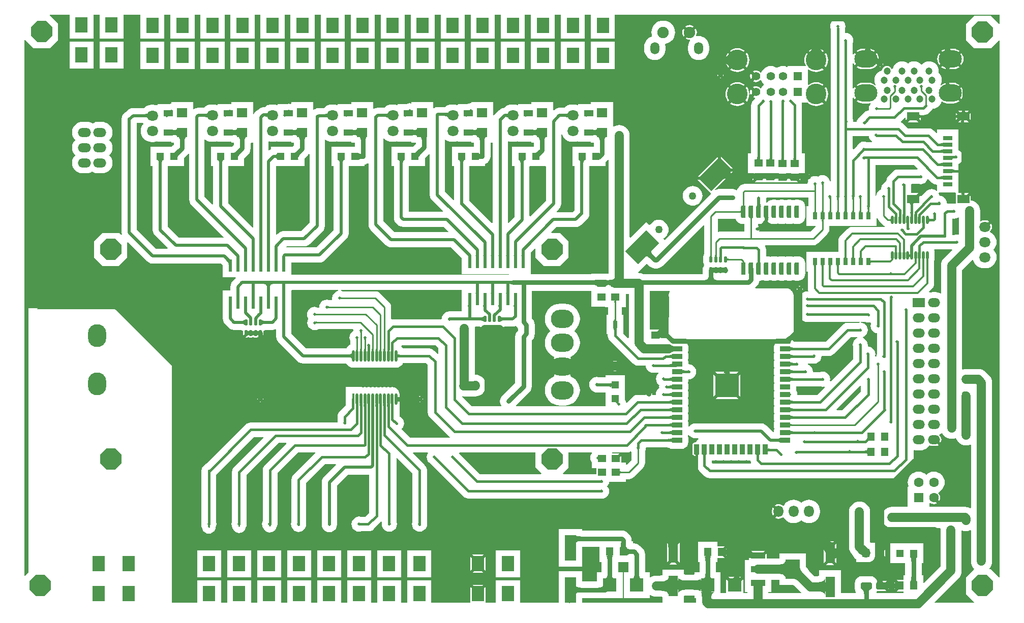
<source format=gtl>
G04 Layer_Physical_Order=1*
G04 Layer_Color=255*
%FSTAX24Y24*%
%MOIN*%
G70*
G01*
G75*
%ADD10R,0.0180X0.0770*%
%ADD11O,0.0180X0.0770*%
%ADD12O,0.0177X0.0551*%
%ADD13R,0.0299X0.0500*%
%ADD14R,0.0650X0.0600*%
%ADD15R,0.0300X0.0800*%
G04:AMPARAMS|DCode=16|XSize=30mil|YSize=80mil|CornerRadius=7.5mil|HoleSize=0mil|Usage=FLASHONLY|Rotation=180.000|XOffset=0mil|YOffset=0mil|HoleType=Round|Shape=RoundedRectangle|*
%AMROUNDEDRECTD16*
21,1,0.0300,0.0650,0,0,180.0*
21,1,0.0150,0.0800,0,0,180.0*
1,1,0.0150,-0.0075,0.0325*
1,1,0.0150,0.0075,0.0325*
1,1,0.0150,0.0075,-0.0325*
1,1,0.0150,-0.0075,-0.0325*
%
%ADD16ROUNDEDRECTD16*%
%ADD17R,0.0315X0.0472*%
G04:AMPARAMS|DCode=18|XSize=37.4mil|YSize=19.7mil|CornerRadius=2.5mil|HoleSize=0mil|Usage=FLASHONLY|Rotation=90.000|XOffset=0mil|YOffset=0mil|HoleType=Round|Shape=RoundedRectangle|*
%AMROUNDEDRECTD18*
21,1,0.0374,0.0148,0,0,90.0*
21,1,0.0325,0.0197,0,0,90.0*
1,1,0.0049,0.0074,0.0162*
1,1,0.0049,0.0074,-0.0162*
1,1,0.0049,-0.0074,-0.0162*
1,1,0.0049,-0.0074,0.0162*
%
%ADD18ROUNDEDRECTD18*%
%ADD19R,0.0550X0.0500*%
%ADD20R,0.0236X0.0787*%
%ADD21R,0.0500X0.0500*%
%ADD22R,0.0945X0.1299*%
%ADD23R,0.0945X0.0394*%
G04:AMPARAMS|DCode=24|XSize=67mil|YSize=36mil|CornerRadius=4mil|HoleSize=0mil|Usage=FLASHONLY|Rotation=180.000|XOffset=0mil|YOffset=0mil|HoleType=Round|Shape=RoundedRectangle|*
%AMROUNDEDRECTD24*
21,1,0.0670,0.0281,0,0,180.0*
21,1,0.0591,0.0360,0,0,180.0*
1,1,0.0079,-0.0295,0.0140*
1,1,0.0079,0.0295,0.0140*
1,1,0.0079,0.0295,-0.0140*
1,1,0.0079,-0.0295,-0.0140*
%
%ADD24ROUNDEDRECTD24*%
G04:AMPARAMS|DCode=25|XSize=67mil|YSize=36mil|CornerRadius=4mil|HoleSize=0mil|Usage=FLASHONLY|Rotation=90.000|XOffset=0mil|YOffset=0mil|HoleType=Round|Shape=RoundedRectangle|*
%AMROUNDEDRECTD25*
21,1,0.0670,0.0281,0,0,90.0*
21,1,0.0591,0.0360,0,0,90.0*
1,1,0.0079,0.0140,0.0295*
1,1,0.0079,0.0140,-0.0295*
1,1,0.0079,-0.0140,-0.0295*
1,1,0.0079,-0.0140,0.0295*
%
%ADD25ROUNDEDRECTD25*%
%ADD26R,0.1580X0.1580*%
%ADD27R,0.0600X0.0394*%
%ADD28R,0.0600X0.0394*%
%ADD29R,0.0906X0.0906*%
%ADD30R,0.0630X0.1378*%
G04:AMPARAMS|DCode=31|XSize=70.9mil|YSize=47.2mil|CornerRadius=5.9mil|HoleSize=0mil|Usage=FLASHONLY|Rotation=0.000|XOffset=0mil|YOffset=0mil|HoleType=Round|Shape=RoundedRectangle|*
%AMROUNDEDRECTD31*
21,1,0.0709,0.0354,0,0,0.0*
21,1,0.0591,0.0472,0,0,0.0*
1,1,0.0118,0.0295,-0.0177*
1,1,0.0118,-0.0295,-0.0177*
1,1,0.0118,-0.0295,0.0177*
1,1,0.0118,0.0295,0.0177*
%
%ADD31ROUNDEDRECTD31*%
%ADD32R,0.0748X0.1654*%
G04:AMPARAMS|DCode=33|XSize=118.1mil|YSize=196.9mil|CornerRadius=0mil|HoleSize=0mil|Usage=FLASHONLY|Rotation=315.000|XOffset=0mil|YOffset=0mil|HoleType=Round|Shape=Rectangle|*
%AMROTATEDRECTD33*
4,1,4,-0.1114,-0.0278,0.0278,0.1114,0.1114,0.0278,-0.0278,-0.1114,-0.1114,-0.0278,0.0*
%
%ADD33ROTATEDRECTD33*%

%ADD34R,0.0500X0.0550*%
%ADD35R,0.0500X0.0500*%
%ADD36R,0.0591X0.0315*%
%ADD37R,0.0787X0.0571*%
%ADD38C,0.0157*%
%ADD39C,0.0315*%
%ADD40C,0.0591*%
%ADD41C,0.0100*%
%ADD42C,0.0200*%
%ADD43C,0.0300*%
%ADD44C,0.0118*%
%ADD45C,0.0197*%
%ADD46R,0.0787X0.0984*%
%ADD47O,0.0750X0.0650*%
%ADD48R,0.0559X0.0559*%
%ADD49C,0.0559*%
%ADD50C,0.1358*%
%ADD51O,0.1516X0.1142*%
%ADD52C,0.0472*%
%ADD53O,0.0591X0.0787*%
%ADD54C,0.0750*%
%ADD55O,0.0860X0.0600*%
%ADD56O,0.0787X0.0591*%
%ADD57R,0.0787X0.0591*%
%ADD58P,0.1492X8X22.5*%
%ADD59P,0.1492X8X22.5*%
%ADD60O,0.1500X0.1200*%
%ADD61O,0.1200X0.1500*%
%ADD62R,0.0630X0.0630*%
%ADD63C,0.0630*%
%ADD64O,0.0650X0.0750*%
%ADD65C,0.0197*%
%ADD66C,0.0500*%
G36*
X230716Y169808D02*
X230743Y169798D01*
X230781Y169789D01*
X230829Y169781D01*
X230956Y169769D01*
X231225Y169761D01*
X231335Y16976D01*
Y16946D01*
X231225Y169459D01*
X230792Y169432D01*
X230769Y169422D01*
X230742Y169406D01*
X230721Y169387D01*
X230706Y169364D01*
X230697Y169338D01*
X230694Y16931D01*
Y169789D01*
X230697Y169783D01*
X230699Y169782D01*
Y169819D01*
X230716Y169808D01*
D02*
G37*
G36*
X22361Y16949D02*
X223603Y169494D01*
X223595Y169497D01*
X223583Y1695D01*
X22357Y169503D01*
X223536Y169507D01*
X223493Y169509D01*
X22344Y16951D01*
Y16971D01*
X223468Y16971D01*
X22357Y169717D01*
X223583Y16972D01*
X223595Y169723D01*
X223603Y169726D01*
X22361Y16973D01*
Y16949D01*
D02*
G37*
G36*
X230281Y169401D02*
X230264Y169412D01*
X230237Y169422D01*
X230199Y169431D01*
X230151Y169439D01*
X230147Y169439D01*
X230147Y16931D01*
X230144Y169338D01*
X230135Y169364D01*
X23012Y169387D01*
X230099Y169406D01*
X230072Y169422D01*
X230039Y169436D01*
X23Y169447D01*
X229963Y169453D01*
X229961Y169453D01*
X229958Y169453D01*
X229921Y169447D01*
X229882Y169436D01*
X229849Y169423D01*
X229822Y169406D01*
X229801Y169387D01*
X229786Y169365D01*
X229777Y169339D01*
X229774Y169311D01*
Y169459D01*
X229755Y169459D01*
X229645Y16946D01*
Y16976D01*
X229755Y169761D01*
X229774Y169762D01*
Y169809D01*
X229777Y1698D01*
X229786Y169791D01*
X229801Y169784D01*
X229822Y169778D01*
X229849Y169772D01*
X229878Y169768D01*
X230121Y169784D01*
X230144Y169785D01*
X230146Y169789D01*
X230146Y169785D01*
X230199Y169789D01*
X230237Y169798D01*
X230264Y169808D01*
X230281Y169819D01*
Y169401D01*
D02*
G37*
G36*
X248545Y17024D02*
X248548Y170238D01*
X248553Y170236D01*
X248558Y170234D01*
X248564Y170233D01*
X248571Y170231D01*
X248579Y17023D01*
X248598Y170229D01*
X248609Y170229D01*
X248578Y170111D01*
X248515Y170108D01*
X24846Y170162D01*
X248543Y170243D01*
X248545Y17024D01*
D02*
G37*
G36*
X24846Y170162D02*
X248405Y170108D01*
X248342Y170111D01*
X248311Y170229D01*
X248322Y170229D01*
X248341Y17023D01*
X248349Y170231D01*
X248356Y170233D01*
X248362Y170234D01*
X248367Y170236D01*
X248372Y170238D01*
X248375Y17024D01*
X248377Y170243D01*
X24846Y170162D01*
D02*
G37*
G36*
X225187Y157465D02*
X225569Y157083D01*
X22555Y157037D01*
X221537D01*
X220183Y158391D01*
X22018Y158398D01*
X220172Y158409D01*
X220194Y158453D01*
X225187D01*
Y157465D01*
D02*
G37*
G36*
X22346Y169064D02*
X223471Y16891D01*
X223474Y168904D01*
X223477Y168902D01*
X223243D01*
X223246Y168904D01*
X223249Y16891D01*
X223252Y16892D01*
X223254Y168934D01*
X223256Y168952D01*
X223259Y16903D01*
X22326Y169102D01*
X22346D01*
X22346Y169064D01*
D02*
G37*
G36*
X20797Y16951D02*
X20797D01*
X20797Y16951D01*
X207932Y169508D01*
X207898Y169502D01*
X207868Y169492D01*
X207842Y169478D01*
X20782Y16946D01*
X207802Y169438D01*
X207788Y169412D01*
X207778Y169382D01*
X207772Y169348D01*
X20777Y16931D01*
X20757D01*
Y16931D01*
X20757D01*
X207568Y169348D01*
X207562Y169382D01*
X207552Y169412D01*
X207538Y169438D01*
X20752Y16946D01*
X207498Y169478D01*
X207472Y169492D01*
X207442Y169502D01*
X207408Y169508D01*
X20737Y16951D01*
X20737Y16951D01*
X20737D01*
X20767Y16971D01*
X20797Y16951D01*
D02*
G37*
G36*
X236831Y170003D02*
X23684Y169952D01*
X236855Y169907D01*
X236876Y169868D01*
X236903Y169835D01*
X236936Y169808D01*
X236975Y169787D01*
X23702Y169772D01*
X237071Y169763D01*
X237128Y16976D01*
X236678Y16946D01*
X236228Y16976D01*
X236285Y169763D01*
X236336Y169772D01*
X236381Y169787D01*
X23642Y169808D01*
X236453Y169835D01*
X23648Y169868D01*
X236501Y169907D01*
X236516Y169952D01*
X236525Y170003D01*
X236528Y17006D01*
X236828D01*
X236831Y170003D01*
D02*
G37*
G36*
X229226Y169311D02*
X229223Y169339D01*
X229214Y169365D01*
X229199Y169387D01*
X229178Y169406D01*
X229151Y169423D01*
X229118Y169436D01*
X229079Y169447D01*
X229034Y169454D01*
X228983Y169459D01*
X228926Y16946D01*
Y16976D01*
X228983Y16976D01*
X229151Y169772D01*
X229178Y169778D01*
X229199Y169784D01*
X229214Y169791D01*
X229223Y1698D01*
X229226Y169809D01*
Y169311D01*
D02*
G37*
G36*
X23988Y170588D02*
X239878Y170584D01*
X239876Y17058D01*
X239874Y170574D01*
X239873Y170568D01*
X239872Y170562D01*
X23987Y170547D01*
X23987Y170539D01*
X23987Y17053D01*
X23977D01*
X23977Y170539D01*
X239768Y170562D01*
X239767Y170568D01*
X239766Y170574D01*
X239764Y17058D01*
X239762Y170584D01*
X23976Y170588D01*
X239758Y170592D01*
X239882D01*
X23988Y170588D01*
D02*
G37*
G36*
X205031Y171222D02*
X205109Y171155D01*
X205142Y171132D01*
X205172Y171114D01*
X205199Y171103D01*
X205222Y171098D01*
X205241Y1711D01*
X205257Y171108D01*
X20527Y171122D01*
X205054Y170774D01*
X205063Y170792D01*
X205066Y170813D01*
X205064Y170836D01*
X205057Y170861D01*
X205045Y170888D01*
X205029Y170917D01*
X205007Y170949D01*
X20498Y170983D01*
X204948Y171019D01*
X204912Y171057D01*
X204987Y171264D01*
X205031Y171222D01*
D02*
G37*
G36*
X245097Y170731D02*
X245087Y170728D01*
X245078Y170722D01*
X24507Y170713D01*
X245064Y170703D01*
X245058Y170689D01*
X245054Y170674D01*
X245051Y170656D01*
X24505Y170636D01*
X245049Y170613D01*
X244931D01*
X24493Y170636D01*
X244929Y170656D01*
X244926Y170674D01*
X244921Y170689D01*
X244916Y170703D01*
X24491Y170713D01*
X244902Y170722D01*
X244893Y170728D01*
X244883Y170731D01*
X244872Y170732D01*
X245108D01*
X245097Y170731D01*
D02*
G37*
G36*
X247138Y171087D02*
X247142Y171077D01*
X247148Y171068D01*
X247156Y17106D01*
X247167Y171054D01*
X24718Y171049D01*
X247196Y171044D01*
X247214Y171041D01*
X247234Y17104D01*
X247257Y171039D01*
Y170921D01*
X247234Y17092D01*
X247214Y170919D01*
X247196Y170916D01*
X24718Y170912D01*
X247167Y170906D01*
X247156Y1709D01*
X247148Y170892D01*
X247142Y170883D01*
X247138Y170873D01*
X247137Y170862D01*
Y171098D01*
X247138Y171087D01*
D02*
G37*
G36*
X23887Y170978D02*
X238873Y170944D01*
X238874Y170938D01*
X238876Y170934D01*
X238877Y170931D01*
X238879Y170929D01*
X238881Y170929D01*
X238759D01*
X238761Y170929D01*
X238763Y170931D01*
X238764Y170934D01*
X238766Y170938D01*
X238767Y170944D01*
X238768Y170951D01*
X23877Y170968D01*
X23877Y17099D01*
X23887D01*
X23887Y170978D01*
D02*
G37*
G36*
X239899Y171059D02*
X239903Y171009D01*
X239907Y170988D01*
X239911Y170969D01*
X239917Y170952D01*
X239923Y170938D01*
X23993Y170926D01*
X239939Y170916D01*
X239948Y170908D01*
X239692D01*
X239701Y170916D01*
X23971Y170926D01*
X239717Y170938D01*
X239723Y170952D01*
X239729Y170969D01*
X239733Y170988D01*
X239737Y171009D01*
X239739Y171033D01*
X239741Y171087D01*
X239899D01*
X239899Y171059D01*
D02*
G37*
G36*
X237531Y170568D02*
X237582Y170566D01*
X237622Y170566D01*
Y170266D01*
X237582Y170265D01*
X237531Y170262D01*
Y170235D01*
X237526Y170241D01*
X237518Y170246D01*
X237505Y170251D01*
X237489Y170255D01*
X237469Y170258D01*
X237466Y170258D01*
X237461Y170258D01*
X237441Y170255D01*
X237425Y170251D01*
X237412Y170246D01*
X237404Y170241D01*
X237399Y170235D01*
Y170264D01*
X237348Y170265D01*
X237307Y170266D01*
X237267Y170265D01*
X237216Y170262D01*
Y170235D01*
X237211Y170241D01*
X237203Y170246D01*
X23719Y170251D01*
X237174Y170255D01*
X237154Y170258D01*
X237151Y170258D01*
X237146Y170258D01*
X237126Y170255D01*
X23711Y170251D01*
X237097Y170246D01*
X237089Y170241D01*
X237084Y170235D01*
Y170264D01*
X237033Y170265D01*
X236993Y170266D01*
X236952Y170265D01*
X236901Y170262D01*
Y170235D01*
X236896Y170241D01*
X236888Y170246D01*
X236875Y170251D01*
X236859Y170255D01*
X236839Y170258D01*
X236836Y170258D01*
X236831Y170258D01*
X236811Y170255D01*
X236795Y170251D01*
X236782Y170246D01*
X236774Y170241D01*
X236769Y170235D01*
Y170264D01*
X236718Y170265D01*
X236678Y170266D01*
Y170566D01*
X236718Y170566D01*
X236769Y170569D01*
Y170596D01*
X236774Y17059D01*
X236782Y170585D01*
X236795Y170581D01*
X236811Y170577D01*
X236831Y170573D01*
X236834Y170573D01*
X236839Y170573D01*
X236859Y170577D01*
X236875Y170581D01*
X236888Y170585D01*
X236896Y17059D01*
X236901Y170596D01*
Y170568D01*
X236952Y170566D01*
X236993Y170566D01*
X237033Y170566D01*
X237084Y170569D01*
Y170596D01*
X237089Y17059D01*
X237097Y170585D01*
X23711Y170581D01*
X237126Y170577D01*
X237146Y170573D01*
X237149Y170573D01*
X237154Y170573D01*
X237174Y170577D01*
X23719Y170581D01*
X237203Y170585D01*
X237211Y17059D01*
X237216Y170596D01*
Y170568D01*
X237267Y170566D01*
X237307Y170566D01*
X237348Y170566D01*
X237399Y170569D01*
Y170596D01*
X237404Y17059D01*
X237412Y170585D01*
X237425Y170581D01*
X237441Y170577D01*
X237461Y170573D01*
X237464Y170573D01*
X237469Y170573D01*
X237489Y170577D01*
X237505Y170581D01*
X237518Y170585D01*
X237526Y17059D01*
X237531Y170596D01*
Y170568D01*
D02*
G37*
G36*
X23623Y173348D02*
Y171478D01*
X236212Y171433D01*
X236206Y171422D01*
X236206Y17142D01*
X236196Y171396D01*
X236182Y171287D01*
Y170962D01*
X236196Y170853D01*
X23623Y17077D01*
X236196Y170687D01*
X236194Y170668D01*
X236148Y170558D01*
X236129Y170416D01*
Y170158D01*
X232245D01*
X232205Y17018D01*
X232075Y170219D01*
X23194Y170232D01*
X231931D01*
X23191Y170282D01*
X232472Y170845D01*
X23262Y170697D01*
X232735Y170609D01*
X232869Y170553D01*
X233013Y170534D01*
X23312D01*
X233264Y170553D01*
X233398Y170609D01*
X233513Y170697D01*
X236184Y173368D01*
X23623Y173348D01*
D02*
G37*
G36*
X243597Y170731D02*
X243587Y170728D01*
X243578Y170722D01*
X24357Y170713D01*
X243564Y170703D01*
X243559Y170689D01*
X243554Y170674D01*
X243551Y170656D01*
X24355Y170636D01*
X243549Y170613D01*
X243431D01*
X24343Y170636D01*
X243429Y170656D01*
X243426Y170674D01*
X243421Y170689D01*
X243416Y170703D01*
X24341Y170713D01*
X243402Y170722D01*
X243393Y170728D01*
X243383Y170731D01*
X243372Y170732D01*
X243608D01*
X243597Y170731D01*
D02*
G37*
G36*
X244587D02*
X244577Y170728D01*
X244568Y170722D01*
X24456Y170713D01*
X244554Y170703D01*
X244548Y170689D01*
X244544Y170674D01*
X244541Y170656D01*
X24454Y170636D01*
X244539Y170613D01*
X244421D01*
X24442Y170636D01*
X244419Y170656D01*
X244416Y170674D01*
X244412Y170689D01*
X244406Y170703D01*
X2444Y170713D01*
X244392Y170722D01*
X244383Y170728D01*
X244373Y170731D01*
X244362Y170732D01*
X244598D01*
X244587Y170731D01*
D02*
G37*
G36*
X244097D02*
X244087Y170728D01*
X244078Y170722D01*
X24407Y170713D01*
X244064Y170703D01*
X244058Y170689D01*
X244054Y170674D01*
X244051Y170656D01*
X24405Y170636D01*
X244049Y170613D01*
X243931D01*
X24393Y170636D01*
X243929Y170656D01*
X243926Y170674D01*
X243922Y170689D01*
X243916Y170703D01*
X24391Y170713D01*
X243902Y170722D01*
X243893Y170728D01*
X243883Y170731D01*
X243872Y170732D01*
X244108D01*
X244097Y170731D01*
D02*
G37*
G36*
X220974Y168115D02*
X220971Y168109D01*
X220968Y168099D01*
X220966Y168085D01*
X220964Y168067D01*
X220961Y167989D01*
X22096Y167917D01*
X22076D01*
X22076Y167955D01*
X220749Y168109D01*
X220746Y168115D01*
X220743Y168117D01*
X220977D01*
X220974Y168115D01*
D02*
G37*
G36*
X208784Y167895D02*
X208781Y167889D01*
X208778Y167879D01*
X208776Y167865D01*
X208774Y167847D01*
X208771Y167769D01*
X20877Y167697D01*
X20857D01*
X20857Y167735D01*
X208559Y167889D01*
X208556Y167895D01*
X208553Y167897D01*
X208787D01*
X208784Y167895D01*
D02*
G37*
G36*
X221974Y168115D02*
X221971Y168109D01*
X221968Y168099D01*
X221966Y168085D01*
X221964Y168067D01*
X221961Y167989D01*
X22196Y167917D01*
X22176D01*
X22176Y167955D01*
X221749Y168109D01*
X221746Y168115D01*
X221743Y168117D01*
X221977D01*
X221974Y168115D01*
D02*
G37*
G36*
X223974D02*
X223971Y168109D01*
X223968Y168099D01*
X223966Y168085D01*
X223964Y168067D01*
X223961Y167989D01*
X22396Y167917D01*
X22376D01*
X22376Y167955D01*
X223749Y168109D01*
X223746Y168115D01*
X223743Y168117D01*
X223977D01*
X223974Y168115D01*
D02*
G37*
G36*
X222974D02*
X222971Y168109D01*
X222968Y168099D01*
X222966Y168085D01*
X222964Y168067D01*
X222961Y167989D01*
X22296Y167917D01*
X22276D01*
X22276Y167955D01*
X222749Y168109D01*
X222746Y168115D01*
X222743Y168117D01*
X222977D01*
X222974Y168115D01*
D02*
G37*
G36*
X205284Y167895D02*
X205281Y167889D01*
X205278Y167879D01*
X205276Y167865D01*
X205274Y167847D01*
X205271Y167769D01*
X20527Y167697D01*
X20507D01*
X20507Y167735D01*
X205059Y167889D01*
X205056Y167895D01*
X205053Y167897D01*
X205287D01*
X205284Y167895D01*
D02*
G37*
G36*
X210764Y167575D02*
X210769Y167572D01*
X210775Y167569D01*
X210781Y167567D01*
X210788Y167565D01*
X210796Y167563D01*
X210804Y167562D01*
X210813Y167561D01*
X210834Y16756D01*
Y16746D01*
X210823Y16746D01*
X210804Y167458D01*
X210796Y167457D01*
X210788Y167455D01*
X210781Y167453D01*
X210775Y167451D01*
X210769Y167448D01*
X210764Y167445D01*
X21076Y167441D01*
Y167579D01*
X210764Y167575D01*
D02*
G37*
G36*
X206284Y167895D02*
X206281Y167889D01*
X206278Y167879D01*
X206276Y167865D01*
X206274Y167847D01*
X206271Y167769D01*
X20627Y167697D01*
X20607D01*
X20607Y167735D01*
X206059Y167889D01*
X206056Y167895D01*
X206053Y167897D01*
X206287D01*
X206284Y167895D01*
D02*
G37*
G36*
X208284D02*
X208281Y167889D01*
X208278Y167879D01*
X208276Y167865D01*
X208274Y167847D01*
X208271Y167769D01*
X20827Y167697D01*
X20807D01*
X20807Y167735D01*
X208059Y167889D01*
X208056Y167895D01*
X208053Y167897D01*
X208287D01*
X208284Y167895D01*
D02*
G37*
G36*
X207284D02*
X207281Y167889D01*
X207278Y167879D01*
X207276Y167865D01*
X207274Y167847D01*
X207271Y167769D01*
X20727Y167697D01*
X20707D01*
X20707Y167735D01*
X207059Y167889D01*
X207056Y167895D01*
X207053Y167897D01*
X207287D01*
X207284Y167895D01*
D02*
G37*
G36*
X211567Y168063D02*
X211572Y16806D01*
X211578Y168058D01*
X211584Y168056D01*
X211591Y168054D01*
X211599Y168053D01*
X211616Y168051D01*
X211626Y16805D01*
X211637Y16805D01*
X211649Y16795D01*
X211638Y16795D01*
X211619Y167948D01*
X211611Y167947D01*
X211603Y167945D01*
X211597Y167942D01*
X211591Y16794D01*
X211585Y167936D01*
X211581Y167933D01*
X211577Y167929D01*
X211563Y168066D01*
X211567Y168063D01*
D02*
G37*
G36*
X20877Y168844D02*
X208781Y16869D01*
X208784Y168684D01*
X208787Y168682D01*
X208553D01*
X208556Y168684D01*
X208559Y16869D01*
X208562Y1687D01*
X208564Y168714D01*
X208566Y168732D01*
X208569Y16881D01*
X20857Y168882D01*
X20877D01*
X20877Y168844D01*
D02*
G37*
G36*
X20777D02*
X207781Y16869D01*
X207784Y168684D01*
X207787Y168682D01*
X207553D01*
X207556Y168684D01*
X207559Y16869D01*
X207562Y1687D01*
X207564Y168714D01*
X207566Y168732D01*
X207569Y16881D01*
X20757Y168882D01*
X20777D01*
X20777Y168844D01*
D02*
G37*
G36*
X252498Y171737D02*
X25197Y17121D01*
X251884Y171105D01*
X25182Y170985D01*
X251781Y170855D01*
X251768Y17072D01*
Y168912D01*
X251725Y168887D01*
X251663Y16892D01*
X251533Y168959D01*
X251398Y168972D01*
X251202D01*
X251095Y168962D01*
X251087Y168969D01*
Y168969D01*
X25099D01*
X250971Y169015D01*
X251184Y169229D01*
X251184Y169229D01*
X251257Y169323D01*
X251303Y169433D01*
X251318Y169552D01*
X251318Y169552D01*
Y171037D01*
X251319Y171043D01*
X251327Y171065D01*
X251328Y171066D01*
X251328Y171067D01*
X251328Y171068D01*
X251331Y171076D01*
X251348Y171202D01*
Y171576D01*
X251331Y171701D01*
X251315Y171742D01*
X251342Y171783D01*
X252479D01*
X252498Y171737D01*
D02*
G37*
G36*
X22246Y169064D02*
X222471Y16891D01*
X222474Y168904D01*
X222477Y168902D01*
X222243D01*
X222246Y168904D01*
X222249Y16891D01*
X222252Y16892D01*
X222254Y168934D01*
X222256Y168952D01*
X222259Y16903D01*
X22226Y169102D01*
X22246D01*
X22246Y169064D01*
D02*
G37*
G36*
X22146D02*
X221471Y16891D01*
X221474Y168904D01*
X221477Y168902D01*
X221243D01*
X221246Y168904D01*
X221249Y16891D01*
X221252Y16892D01*
X221254Y168934D01*
X221256Y168952D01*
X221259Y16903D01*
X22126Y169102D01*
X22146D01*
X22146Y169064D01*
D02*
G37*
G36*
X212231Y169062D02*
X212212Y169059D01*
X212092Y16901D01*
X211989Y168931D01*
X21191Y168828D01*
X211861Y168708D01*
X211844Y16858D01*
X211854Y168498D01*
X211811Y168448D01*
X211681D01*
X211628Y168469D01*
X2115Y168486D01*
X211372Y168469D01*
X211252Y16842D01*
X211149Y168341D01*
X21107Y168238D01*
X211021Y168118D01*
X211004Y16799D01*
X210975Y167958D01*
X210896D01*
X210818Y167989D01*
X21069Y168006D01*
X210562Y167989D01*
X210442Y16794D01*
X210339Y167861D01*
X21026Y167758D01*
X210211Y167638D01*
X210194Y16751D01*
X210211Y167382D01*
X21026Y167262D01*
X210287Y167227D01*
X21028Y167218D01*
X210231Y167098D01*
X210214Y16697D01*
X210231Y166842D01*
X21028Y166722D01*
X210359Y166619D01*
X210462Y16654D01*
X210582Y166491D01*
X21071Y166474D01*
X210838Y166491D01*
X210958Y16654D01*
X210967Y166547D01*
X213211D01*
X213244Y166509D01*
X213238Y166466D01*
X213242Y166436D01*
X21323Y166431D01*
X213127Y166353D01*
X213049Y16625D01*
X212999Y16613D01*
X212982Y166002D01*
X212999Y165873D01*
X213031Y165796D01*
Y165536D01*
X212979Y165515D01*
X212878Y165437D01*
X2128Y165336D01*
X212783Y165295D01*
X210139D01*
X209168Y166266D01*
Y167502D01*
X209182D01*
Y16788D01*
X209184Y167897D01*
X209183Y167904D01*
X209184Y16791D01*
X209182Y167922D01*
Y168657D01*
X209184Y168669D01*
X209183Y168675D01*
X209184Y168682D01*
X209182Y168699D01*
Y169077D01*
X209217Y169112D01*
X212228D01*
X212231Y169062D01*
D02*
G37*
G36*
X23048Y168391D02*
X230472Y168388D01*
X230464Y168383D01*
X230458Y168376D01*
X230452Y168367D01*
X230448Y168356D01*
X230445Y168343D01*
X230442Y168328D01*
X230441Y16831D01*
X23044Y168291D01*
X23034D01*
X23034Y16831D01*
X230338Y168328D01*
X230336Y168343D01*
X230332Y168356D01*
X230327Y168367D01*
X230322Y168376D01*
X230315Y168383D01*
X230308Y168388D01*
X230299Y168391D01*
X23029Y168392D01*
X23049D01*
X23048Y168391D01*
D02*
G37*
G36*
X212414Y168645D02*
X212419Y168642D01*
X212425Y168639D01*
X212431Y168637D01*
X212438Y168635D01*
X212446Y168633D01*
X212454Y168632D01*
X212463Y168631D01*
X212484Y16863D01*
Y16853D01*
X212473Y16853D01*
X212454Y168528D01*
X212446Y168527D01*
X212438Y168525D01*
X212431Y168523D01*
X212425Y168521D01*
X212419Y168518D01*
X212414Y168515D01*
X21241Y168511D01*
Y168649D01*
X212414Y168645D01*
D02*
G37*
G36*
X20677Y168844D02*
X206781Y16869D01*
X206784Y168684D01*
X206787Y168682D01*
X206553D01*
X206556Y168684D01*
X206559Y16869D01*
X206562Y1687D01*
X206564Y168714D01*
X206566Y168732D01*
X206569Y16881D01*
X20657Y168882D01*
X20677D01*
X20677Y168844D01*
D02*
G37*
G36*
X20577D02*
X205781Y16869D01*
X205784Y168684D01*
X205787Y168682D01*
X205553D01*
X205556Y168684D01*
X205559Y16869D01*
X205562Y1687D01*
X205564Y168714D01*
X205566Y168732D01*
X205569Y16881D01*
X20557Y168882D01*
X20577D01*
X20577Y168844D01*
D02*
G37*
G36*
X248874Y171737D02*
X248879Y171665D01*
X248882Y17165D01*
X248885Y171638D01*
X248888Y171627D01*
X248892Y171617D01*
X248897Y17161D01*
X248732D01*
X248736Y171617D01*
X24874Y171627D01*
X248744Y171638D01*
X248747Y17165D01*
X248749Y171665D01*
X248753Y171698D01*
X248755Y171737D01*
X248755Y171759D01*
X248873D01*
X248874Y171737D01*
D02*
G37*
G36*
X24975Y171457D02*
X24976Y171457D01*
X249768Y17146D01*
X249773Y171462D01*
Y171448D01*
X249789Y171448D01*
Y17133D01*
X249773Y171329D01*
Y171315D01*
X249768Y171317D01*
X24976Y17132D01*
X24975Y171322D01*
Y17127D01*
X249749Y171282D01*
X249745Y171292D01*
X249739Y171301D01*
X249731Y171308D01*
X24972Y171315D01*
X24971Y171319D01*
X2497Y171315D01*
X249689Y171308D01*
X249681Y171301D01*
X249675Y171292D01*
X249671Y171282D01*
X24967Y17127D01*
Y171327D01*
X249667Y171328D01*
X249582Y17133D01*
Y171448D01*
X249615Y171448D01*
X24967Y171451D01*
Y171507D01*
X249671Y171495D01*
X249675Y171485D01*
X249681Y171477D01*
X249689Y171469D01*
X2497Y171462D01*
X24971Y171458D01*
X24972Y171462D01*
X249731Y171469D01*
X249739Y171477D01*
X249745Y171485D01*
X249749Y171495D01*
X24975Y171507D01*
Y171457D01*
D02*
G37*
G36*
X24913Y171737D02*
X249135Y171665D01*
X249138Y17165D01*
X249141Y171638D01*
X249144Y171627D01*
X249148Y171617D01*
X249153Y17161D01*
X248988D01*
X248992Y171617D01*
X248996Y171627D01*
X249Y171638D01*
X249003Y17165D01*
X249005Y171665D01*
X249009Y171698D01*
X249011Y171737D01*
X249011Y171759D01*
X249129D01*
X24913Y171737D01*
D02*
G37*
G36*
X250432Y17161D02*
X250267D01*
X250268Y171612D01*
X250269Y171618D01*
X25027Y171638D01*
X250271Y171773D01*
X250429D01*
X250432Y17161D01*
D02*
G37*
G36*
X249389Y171757D02*
X249389Y171734D01*
X249394Y171661D01*
X249396Y171647D01*
X249399Y171635D01*
X249401Y171625D01*
X249405Y171616D01*
X249408Y17161D01*
X249244D01*
X249249Y171619D01*
X249254Y171629D01*
X249258Y17164D01*
X249261Y171654D01*
X249264Y171668D01*
X249269Y171701D01*
X24927Y17172D01*
X249271Y171762D01*
X249389Y171757D01*
D02*
G37*
G36*
X22296Y171505D02*
X222971Y171351D01*
X222974Y171345D01*
X222977Y171343D01*
X222743D01*
X222746Y171345D01*
X222749Y171351D01*
X222752Y171361D01*
X222754Y171375D01*
X222756Y171393D01*
X222759Y171471D01*
X22276Y171543D01*
X22296D01*
X22296Y171505D01*
D02*
G37*
G36*
X22246D02*
X222471Y171351D01*
X222474Y171345D01*
X222477Y171343D01*
X222243D01*
X222246Y171345D01*
X222249Y171351D01*
X222252Y171361D01*
X222254Y171375D01*
X222256Y171393D01*
X222259Y171471D01*
X22226Y171543D01*
X22246D01*
X22246Y171505D01*
D02*
G37*
G36*
X22346D02*
X223471Y171351D01*
X223474Y171345D01*
X223477Y171343D01*
X223243D01*
X223246Y171345D01*
X223249Y171351D01*
X223252Y171361D01*
X223254Y171375D01*
X223256Y171393D01*
X223259Y171471D01*
X22326Y171543D01*
X22346D01*
X22346Y171505D01*
D02*
G37*
G36*
X22446D02*
X224471Y171351D01*
X224474Y171345D01*
X224477Y171343D01*
X224243D01*
X224246Y171345D01*
X224249Y171351D01*
X224252Y171361D01*
X224254Y171375D01*
X224256Y171393D01*
X224259Y171471D01*
X22426Y171543D01*
X22446D01*
X22446Y171505D01*
D02*
G37*
G36*
X22396D02*
X223971Y171351D01*
X223974Y171345D01*
X223977Y171343D01*
X223743D01*
X223746Y171345D01*
X223749Y171351D01*
X223752Y171361D01*
X223754Y171375D01*
X223756Y171393D01*
X223759Y171471D01*
X22376Y171543D01*
X22396D01*
X22396Y171505D01*
D02*
G37*
G36*
X211434Y17897D02*
X211559Y178903D01*
X211695Y178862D01*
X211836Y178848D01*
X211936D01*
X212077Y178862D01*
X21218Y178893D01*
X212212Y17887D01*
Y17887D01*
X213096D01*
Y178776D01*
X213332D01*
Y178534D01*
X211791D01*
Y177246D01*
X211936D01*
Y173031D01*
X210814Y171908D01*
X208869D01*
X208846Y171957D01*
X208866Y171982D01*
X21002D01*
X21002Y171982D01*
X210149Y171999D01*
X210269Y172049D01*
X210372Y172128D01*
X211212Y172968D01*
X211212Y172968D01*
X211291Y173071D01*
X211341Y173191D01*
X211358Y17332D01*
Y178974D01*
X211403Y178995D01*
X211434Y17897D01*
D02*
G37*
G36*
X250687Y173488D02*
X250687Y173482D01*
X250686Y173462D01*
X250684Y173327D01*
X250527D01*
X250523Y17349D01*
X250688D01*
X250687Y173488D01*
D02*
G37*
G36*
X249664D02*
X249663Y173482D01*
X249662Y173462D01*
X249661Y173327D01*
X249503D01*
X2495Y17349D01*
X249664D01*
X249664Y173488D01*
D02*
G37*
G36*
X243062Y174624D02*
X242947D01*
Y173336D01*
X243542D01*
Y173285D01*
X243205Y172948D01*
X239857D01*
X23984Y172998D01*
X239877Y173053D01*
X239892Y17313D01*
X239877Y173207D01*
X239833Y173273D01*
X239768Y173317D01*
Y173452D01*
X239895D01*
X240017Y173469D01*
X240131Y173516D01*
X240229Y173591D01*
X240282Y17366D01*
X24022D01*
X24022Y173693D01*
X240213Y173779D01*
X240209Y173804D01*
X240198Y173847D01*
X240192Y173866D01*
X240184Y173882D01*
X240175Y173896D01*
X240465D01*
X240456Y173882D01*
X240448Y173866D01*
X240442Y173847D01*
X240436Y173827D01*
X240431Y173804D01*
X240424Y173753D01*
X240422Y173724D01*
X24042Y17366D01*
X240358D01*
X240411Y173591D01*
X240509Y173516D01*
X240623Y173469D01*
X240745Y173452D01*
X240895D01*
X241017Y173469D01*
X24107Y17349D01*
X241123Y173469D01*
X241245Y173452D01*
X241395D01*
X241517Y173469D01*
X24157Y17349D01*
X241623Y173469D01*
X241745Y173452D01*
X241895D01*
X242017Y173469D01*
X24207Y17349D01*
X242123Y173469D01*
X242245Y173452D01*
X242395D01*
X242517Y173469D01*
X242631Y173516D01*
X242729Y173591D01*
X242804Y173689D01*
X242852Y173803D01*
X242868Y173925D01*
Y174575D01*
X242852Y174698D01*
X242804Y174812D01*
X242729Y17491D01*
X242631Y174985D01*
X242517Y175032D01*
X242395Y175048D01*
X242245D01*
X242123Y175032D01*
X24207Y17501D01*
X242017Y175032D01*
X241895Y175048D01*
X241745D01*
X241623Y175032D01*
X24157Y17501D01*
X241517Y175032D01*
X241395Y175048D01*
X241245D01*
X241123Y175032D01*
X24107Y17501D01*
X241017Y175032D01*
X240895Y175048D01*
X240745D01*
X240623Y175032D01*
X240509Y174985D01*
X240411Y17491D01*
X240368Y174854D01*
X240318Y174871D01*
Y17516D01*
X240338Y175182D01*
X243062D01*
Y174624D01*
D02*
G37*
G36*
X250951Y173854D02*
X250956Y173841D01*
X250964Y173829D01*
X250975Y173818D01*
X250989Y17381D01*
X251007Y173803D01*
X251027Y173797D01*
X251051Y173793D01*
X251078Y173791D01*
X251108Y17379D01*
Y173633D01*
X251078Y173632D01*
X251051Y17363D01*
X251027Y173626D01*
X251007Y17362D01*
X250989Y173613D01*
X250975Y173604D01*
X250964Y173594D01*
X250956Y173582D01*
X250951Y173569D01*
X250949Y173554D01*
Y173869D01*
X250951Y173854D01*
D02*
G37*
G36*
X222362Y173528D02*
X222316Y173508D01*
X220835Y174989D01*
Y177246D01*
X221881D01*
Y177389D01*
X221944Y177415D01*
X222058Y177502D01*
X222065Y177509D01*
X222152Y177623D01*
X222207Y177755D01*
X222226Y177897D01*
Y178776D01*
X222362D01*
Y173528D01*
D02*
G37*
G36*
X238336Y173689D02*
X238411Y173591D01*
X238509Y173516D01*
X238623Y173469D01*
X238745Y173452D01*
X238872D01*
Y172948D01*
X23724D01*
X237163Y172937D01*
X237125Y17297D01*
Y173782D01*
X237146Y173803D01*
X238288D01*
X238336Y173689D01*
D02*
G37*
G36*
X202472Y178048D02*
Y17505D01*
X202472Y17505D01*
X202472Y17505D01*
Y17504D01*
X202489Y174911D01*
X202539Y174791D01*
X202618Y174688D01*
X202661Y174655D01*
X204722Y172594D01*
X204702Y172548D01*
X201806D01*
X201078Y173276D01*
Y177246D01*
X202124D01*
Y177707D01*
X202125Y177715D01*
X202124Y177722D01*
Y177749D01*
X202175Y17781D01*
X202408Y178042D01*
X202425Y178064D01*
X202472Y178048D01*
D02*
G37*
G36*
X210362Y178022D02*
Y173526D01*
X209814Y172978D01*
X20865D01*
X20865Y172978D01*
X208521Y172961D01*
X208401Y172911D01*
X208298Y172832D01*
X208298Y172832D01*
X208214Y172748D01*
X208168Y172768D01*
Y177246D01*
X210027D01*
Y177677D01*
X210027Y177681D01*
X210027Y177689D01*
Y177722D01*
X210027Y177724D01*
X210027Y177724D01*
Y177731D01*
X210079Y177794D01*
X210271Y177985D01*
X210312Y178039D01*
X210362Y178022D01*
D02*
G37*
G36*
X247622Y173749D02*
X247694Y173656D01*
X247955Y173395D01*
X248047Y173324D01*
X248065Y173317D01*
X248055Y173267D01*
X24595D01*
X24595Y173267D01*
X245832Y173251D01*
X245722Y173205D01*
X245627Y173133D01*
X245627Y173133D01*
X245167Y172673D01*
X245095Y172578D01*
X245049Y172468D01*
X245033Y17235D01*
X245033Y17235D01*
Y171624D01*
X242947D01*
Y170336D01*
X243033D01*
Y16922D01*
X243033Y16922D01*
X243049Y169102D01*
X243063Y169069D01*
X243028Y169023D01*
X243Y169026D01*
X242872Y169009D01*
X242752Y16896D01*
X242649Y168881D01*
X24257Y168778D01*
X242521Y168658D01*
X242504Y16853D01*
X242521Y168402D01*
X242566Y168293D01*
X242531Y168208D01*
X242514Y16808D01*
X242531Y167952D01*
X24258Y167832D01*
X242603Y167802D01*
X24257Y167758D01*
X242521Y167638D01*
X242504Y16751D01*
X242521Y167382D01*
X24257Y167262D01*
X242649Y167159D01*
X242752Y16708D01*
X242872Y167031D01*
X243Y167014D01*
X243128Y167031D01*
X243136Y167033D01*
X246445D01*
X246448Y166983D01*
X246342Y166969D01*
X246334Y166967D01*
X24564D01*
X245517Y16695D01*
X245402Y166903D01*
X245303Y166827D01*
X244213Y165737D01*
X242119D01*
X242064Y165779D01*
X242039Y165789D01*
X242018Y165852D01*
X242021Y165858D01*
X242028Y165866D01*
X242032Y165876D01*
X242045Y1659D01*
X242045Y1659D01*
X242045Y1659D01*
X242045Y1659D01*
X242052Y165917D01*
X242002Y165857D01*
X241976Y165821D01*
X241953Y165785D01*
X241933Y165749D01*
X241916Y165713D01*
X241902Y165677D01*
X24189Y165641D01*
X241882Y165605D01*
X241435Y165938D01*
X241461Y165924D01*
X241491Y165918D01*
X241524Y16592D01*
X241561Y165929D01*
X241602Y165947D01*
X241646Y165972D01*
X241694Y166005D01*
X241745Y166046D01*
X241801Y166095D01*
X24186Y166152D01*
X242075Y165981D01*
X242078Y165987D01*
X242081Y166013D01*
X242088Y166038D01*
Y166064D01*
X242091Y16609D01*
X242088Y166116D01*
Y166142D01*
X242088Y166144D01*
Y166272D01*
X242091Y168759D01*
X242088Y168785D01*
Y168812D01*
X242081Y168837D01*
X242078Y168862D01*
X242068Y168887D01*
X242061Y168912D01*
X242045Y16895D01*
X242032Y168974D01*
X242028Y168984D01*
X242021Y168992D01*
X241993Y16904D01*
X241993Y16904D01*
X241993Y16904D01*
X241963Y16907D01*
X241963Y16907D01*
X241942Y169092D01*
X24192Y169113D01*
X24192Y169113D01*
X24189Y169143D01*
X24189Y169143D01*
X24189Y169143D01*
X241842Y169171D01*
X241834Y169178D01*
X241824Y169182D01*
X2418Y169195D01*
X2418Y169195D01*
X2418Y169195D01*
X2418Y169195D01*
X241762Y169211D01*
X241737Y169218D01*
X241713Y169228D01*
X241687Y169231D01*
X241662Y169238D01*
X241636D01*
X24161Y169241D01*
X241584Y169238D01*
X241558D01*
X241556Y169238D01*
X241115D01*
X239599Y169238D01*
X23958Y169285D01*
X239708Y169412D01*
X239795Y169526D01*
X23985Y169658D01*
X239859Y169732D01*
X239895D01*
X240017Y169748D01*
X24007Y16977D01*
X240123Y169748D01*
X240245Y169732D01*
X240395D01*
X240517Y169748D01*
X24057Y16977D01*
X240623Y169748D01*
X240745Y169732D01*
X240895D01*
X241017Y169748D01*
X24107Y16977D01*
X241123Y169748D01*
X241245Y169732D01*
X241395D01*
X241517Y169748D01*
X24157Y16977D01*
X241623Y169748D01*
X241745Y169732D01*
X241895D01*
X242017Y169748D01*
X24207Y16977D01*
X242123Y169748D01*
X242245Y169732D01*
X242395D01*
X242517Y169748D01*
X242631Y169795D01*
X242729Y16987D01*
X242804Y169968D01*
X242852Y170082D01*
X242868Y170205D01*
Y170855D01*
X242852Y170977D01*
X242804Y171091D01*
X242729Y171189D01*
X242631Y171264D01*
X242517Y171311D01*
X242395Y171328D01*
X242245D01*
X242123Y171311D01*
X24207Y17129D01*
X242017Y171311D01*
X241895Y171328D01*
X241745D01*
X241623Y171311D01*
X24157Y17129D01*
X241517Y171311D01*
X241395Y171328D01*
X241245D01*
X241123Y171311D01*
X24107Y17129D01*
X241017Y171311D01*
X240895Y171328D01*
X240745D01*
X240623Y171311D01*
X24057Y17129D01*
X240517Y171311D01*
X240395Y171328D01*
X240297D01*
Y17176D01*
X24028Y171883D01*
X240233Y171998D01*
X240225Y172008D01*
X240248Y172052D01*
X24339D01*
X243506Y172068D01*
X243614Y172112D01*
X243706Y172184D01*
X244306Y172784D01*
X244378Y172876D01*
X244422Y172984D01*
X244438Y1731D01*
Y173336D01*
X247533D01*
Y173833D01*
X247583Y173843D01*
X247622Y173749D01*
D02*
G37*
G36*
X20667Y178776D02*
X206672Y178727D01*
Y173258D01*
X206626Y173238D01*
X205029Y174835D01*
Y177246D01*
X206075D01*
Y177707D01*
X206076Y177715D01*
X206075Y177722D01*
Y177749D01*
X206127Y17781D01*
X206339Y178022D01*
X206426Y178136D01*
X206481Y178268D01*
X2065Y17841D01*
Y178741D01*
X206535Y178776D01*
X20667D01*
D02*
G37*
G36*
X20627Y171285D02*
X206281Y171131D01*
X206284Y171125D01*
X206287Y171123D01*
X206053D01*
X206056Y171125D01*
X206059Y171131D01*
X206062Y171141D01*
X206064Y171155D01*
X206066Y171173D01*
X206069Y171251D01*
X20607Y171323D01*
X20627D01*
X20627Y171285D01*
D02*
G37*
G36*
X20577D02*
X205781Y171131D01*
X205784Y171125D01*
X205787Y171123D01*
X205553D01*
X205556Y171125D01*
X205559Y171131D01*
X205562Y171141D01*
X205564Y171155D01*
X205566Y171173D01*
X205569Y171251D01*
X20557Y171323D01*
X20577D01*
X20577Y171285D01*
D02*
G37*
G36*
X20677D02*
X206781Y171131D01*
X206784Y171125D01*
X206787Y171123D01*
X206553D01*
X206556Y171125D01*
X206559Y171131D01*
X206562Y171141D01*
X206564Y171155D01*
X206566Y171173D01*
X206569Y171251D01*
X20657Y171323D01*
X20677D01*
X20677Y171285D01*
D02*
G37*
G36*
X20777D02*
X207781Y171131D01*
X207784Y171125D01*
X207787Y171123D01*
X207553D01*
X207556Y171125D01*
X207559Y171131D01*
X207562Y171141D01*
X207564Y171155D01*
X207566Y171173D01*
X207569Y171251D01*
X20757Y171323D01*
X20777D01*
X20777Y171285D01*
D02*
G37*
G36*
X20727D02*
X207281Y171131D01*
X207284Y171125D01*
X207287Y171123D01*
X207053D01*
X207056Y171125D01*
X207059Y171131D01*
X207062Y171141D01*
X207064Y171155D01*
X207066Y171173D01*
X207069Y171251D01*
X20707Y171323D01*
X20727D01*
X20727Y171285D01*
D02*
G37*
G36*
X250428Y17116D02*
X250424Y17115D01*
X25042Y171139D01*
X250417Y171127D01*
X250415Y171113D01*
X250411Y17108D01*
X250409Y17104D01*
X250409Y171018D01*
X250291D01*
X25029Y17104D01*
X250285Y171113D01*
X250282Y171127D01*
X250279Y171139D01*
X250276Y17115D01*
X250272Y17116D01*
X250267Y171167D01*
X250432D01*
X250428Y17116D01*
D02*
G37*
G36*
X250172D02*
X250168Y17115D01*
X250164Y171139D01*
X250161Y171127D01*
X250159Y171113D01*
X250155Y17108D01*
X250153Y17104D01*
X250153Y171018D01*
X250035D01*
X250035Y17104D01*
X250029Y171113D01*
X250026Y171127D01*
X250023Y171139D01*
X25002Y17115D01*
X250016Y17116D01*
X250012Y171167D01*
X250176D01*
X250172Y17116D01*
D02*
G37*
G36*
X250684D02*
X25068Y17115D01*
X250676Y171139D01*
X250673Y171127D01*
X250671Y171113D01*
X250667Y17108D01*
X250665Y17104D01*
X250665Y171018D01*
X250547D01*
X250546Y17104D01*
X250541Y171113D01*
X250538Y171127D01*
X250535Y171139D01*
X250532Y17115D01*
X250528Y17116D01*
X250523Y171167D01*
X250688D01*
X250684Y17116D01*
D02*
G37*
G36*
X237721Y17122D02*
X237724Y171212D01*
X237729Y171204D01*
X237737Y171198D01*
X237746Y171192D01*
X237757Y171188D01*
X23777Y171185D01*
X237785Y171182D01*
X237802Y17118D01*
X237822Y17118D01*
Y17108D01*
X237802Y17108D01*
X237785Y171078D01*
X23777Y171075D01*
X237757Y171072D01*
X237746Y171068D01*
X237737Y171062D01*
X237729Y171056D01*
X237724Y171048D01*
X237721Y17104D01*
X23772Y17103D01*
Y17123D01*
X237721Y17122D01*
D02*
G37*
G36*
X250939Y17116D02*
X250936Y17115D01*
X250932Y171139D01*
X250929Y171127D01*
X250926Y171113D01*
X250923Y17108D01*
X250921Y17104D01*
X250921Y171018D01*
X250803D01*
X250802Y17104D01*
X250797Y171113D01*
X250794Y171127D01*
X250791Y171139D01*
X250788Y17115D01*
X250784Y17116D01*
X250779Y171167D01*
X250944D01*
X250939Y17116D01*
D02*
G37*
G36*
X20827Y171285D02*
X208281Y171131D01*
X208284Y171125D01*
X208287Y171123D01*
X208053D01*
X208056Y171125D01*
X208059Y171131D01*
X208062Y171141D01*
X208064Y171155D01*
X208066Y171173D01*
X208069Y171251D01*
X20807Y171323D01*
X20827D01*
X20827Y171285D01*
D02*
G37*
G36*
X237043Y171395D02*
X237044Y171379D01*
X237046Y171365D01*
X237049Y171352D01*
X237053Y17134D01*
X237058Y17133D01*
X237063Y171322D01*
X237069Y171314D01*
X237076Y171309D01*
X237084Y171305D01*
X236901D01*
X236909Y171309D01*
X236916Y171314D01*
X236922Y171322D01*
X236928Y17133D01*
X236932Y17134D01*
X236936Y171352D01*
X236939Y171365D01*
X236941Y171379D01*
X236942Y171395D01*
X236943Y171412D01*
X237043D01*
X237043Y171395D01*
D02*
G37*
G36*
X236728D02*
X236729Y171379D01*
X236731Y171365D01*
X236734Y171352D01*
X236738Y17134D01*
X236743Y17133D01*
X236748Y171322D01*
X236754Y171314D01*
X236761Y171309D01*
X236769Y171305D01*
X236586D01*
X236594Y171309D01*
X236601Y171314D01*
X236607Y171322D01*
X236613Y17133D01*
X236617Y17134D01*
X236621Y171352D01*
X236624Y171365D01*
X236626Y171379D01*
X236627Y171395D01*
X236628Y171412D01*
X236728D01*
X236728Y171395D01*
D02*
G37*
G36*
X237386Y171438D02*
X237395Y171313D01*
X237397Y171307D01*
X237399Y171305D01*
X237216D01*
X237218Y171307D01*
X23722Y171313D01*
X237222Y171322D01*
X237224Y171333D01*
X237227Y171366D01*
X237229Y171438D01*
X237229Y171468D01*
X237386D01*
X237386Y171438D01*
D02*
G37*
G36*
X22196Y171505D02*
X221971Y171351D01*
X221974Y171345D01*
X221977Y171343D01*
X221743D01*
X221746Y171345D01*
X221749Y171351D01*
X221752Y171361D01*
X221754Y171375D01*
X221756Y171393D01*
X221759Y171471D01*
X22176Y171543D01*
X22196D01*
X22196Y171505D01*
D02*
G37*
G36*
X22146D02*
X221471Y171351D01*
X221474Y171345D01*
X221477Y171343D01*
X221243D01*
X221246Y171345D01*
X221249Y171351D01*
X221252Y171361D01*
X221254Y171375D01*
X221256Y171393D01*
X221259Y171471D01*
X22126Y171543D01*
X22146D01*
X22146Y171505D01*
D02*
G37*
G36*
X232789Y171717D02*
X232777Y171691D01*
X232771Y171664D01*
X232773Y171633D01*
X23278Y171601D01*
X232795Y171567D01*
X232816Y17153D01*
X232844Y171491D01*
X232879Y171449D01*
X23292Y171406D01*
X232698Y171183D01*
X232654Y171224D01*
X232613Y171259D01*
X232574Y171287D01*
X232537Y171308D01*
X232502Y171323D01*
X23247Y171331D01*
X23244Y171332D01*
X232412Y171326D01*
X232386Y171314D01*
X232363Y171295D01*
X232808Y171741D01*
X232789Y171717D01*
D02*
G37*
G36*
X20877Y171285D02*
X208781Y171131D01*
X208784Y171125D01*
X208787Y171123D01*
X208553D01*
X208556Y171125D01*
X208559Y171131D01*
X208562Y171141D01*
X208564Y171155D01*
X208566Y171173D01*
X208569Y171251D01*
X20857Y171323D01*
X20877D01*
X20877Y171285D01*
D02*
G37*
G36*
X24555Y171324D02*
X245551Y171304D01*
X245554Y171287D01*
X245558Y171271D01*
X245564Y171258D01*
X24557Y171248D01*
X245578Y171239D01*
X245587Y171234D01*
X245597Y17123D01*
X245608Y171229D01*
X245372D01*
X245383Y17123D01*
X245393Y171234D01*
X245402Y171239D01*
X24541Y171248D01*
X245416Y171258D01*
X245422Y171271D01*
X245426Y171287D01*
X245429Y171304D01*
X24543Y171324D01*
X245431Y171347D01*
X245549D01*
X24555Y171324D01*
D02*
G37*
G36*
X24655D02*
X246551Y171304D01*
X246554Y171287D01*
X246558Y171271D01*
X246564Y171258D01*
X24657Y171248D01*
X246578Y171239D01*
X246587Y171234D01*
X246597Y17123D01*
X246608Y171229D01*
X246372D01*
X246383Y17123D01*
X246393Y171234D01*
X246402Y171239D01*
X24641Y171248D01*
X246416Y171258D01*
X246422Y171271D01*
X246426Y171287D01*
X246429Y171304D01*
X24643Y171324D01*
X246431Y171347D01*
X246549D01*
X24655Y171324D01*
D02*
G37*
G36*
X24605D02*
X246051Y171304D01*
X246054Y171287D01*
X246059Y171271D01*
X246064Y171258D01*
X24607Y171248D01*
X246078Y171239D01*
X246087Y171234D01*
X246097Y17123D01*
X246108Y171229D01*
X245872D01*
X245883Y17123D01*
X245893Y171234D01*
X245902Y171239D01*
X24591Y171248D01*
X245916Y171258D01*
X245921Y171271D01*
X245926Y171287D01*
X245929Y171304D01*
X24593Y171324D01*
X245931Y171347D01*
X246049D01*
X24605Y171324D01*
D02*
G37*
G36*
X220348Y168142D02*
X220346Y16813D01*
X220347Y168124D01*
X220346Y168117D01*
X220348Y1681D01*
Y167722D01*
X220302Y167712D01*
X21953D01*
X219401Y167695D01*
X219281Y167646D01*
X219178Y167566D01*
X219099Y167463D01*
X219049Y167343D01*
X219032Y167214D01*
X218984Y167197D01*
X21583D01*
X215755Y167187D01*
X215717Y16722D01*
Y16799D01*
X215702Y168106D01*
X215657Y168214D01*
X215586Y168306D01*
X214986Y168906D01*
X214894Y168978D01*
X214786Y169022D01*
X21467Y169038D01*
X214594Y169028D01*
X212546D01*
X212468Y169059D01*
X212449Y169062D01*
X212452Y169112D01*
X220348D01*
Y168142D01*
D02*
G37*
G36*
X234128Y160103D02*
X234126Y160118D01*
X234121Y160131D01*
X234113Y160143D01*
X234101Y160153D01*
X234087Y160162D01*
X234069Y160169D01*
X234048Y160174D01*
X234023Y160178D01*
X233996Y16018D01*
X233965Y160181D01*
Y160339D01*
X233996Y16034D01*
X234023Y160342D01*
X234048Y160346D01*
X234069Y160351D01*
X234087Y160358D01*
X234101Y160367D01*
X234113Y160377D01*
X234121Y160389D01*
X234126Y160402D01*
X234128Y160417D01*
Y160103D01*
D02*
G37*
G36*
X241884Y16035D02*
X241887Y160342D01*
X241892Y160334D01*
X2419Y160328D01*
X241909Y160322D01*
X24192Y160318D01*
X241933Y160315D01*
X241948Y160312D01*
X241965Y16031D01*
X241985Y16031D01*
Y16021D01*
X241965Y16021D01*
X241948Y160208D01*
X241933Y160205D01*
X24192Y160202D01*
X241909Y160198D01*
X2419Y160192D01*
X241892Y160186D01*
X241887Y160178D01*
X241884Y16017D01*
X241883Y16016D01*
Y16036D01*
X241884Y16035D01*
D02*
G37*
G36*
X240827Y165609D02*
X240855Y165567D01*
X240832Y165514D01*
X240818Y1654D01*
Y16512D01*
X240832Y16501D01*
X240818Y1649D01*
Y16462D01*
X240832Y16451D01*
X240818Y1644D01*
Y16412D01*
X240832Y16401D01*
X240818Y1639D01*
Y16362D01*
X240832Y16351D01*
X240818Y1634D01*
Y16312D01*
X240832Y16301D01*
X240818Y1629D01*
Y16262D01*
X240832Y16251D01*
X240818Y1624D01*
Y16212D01*
X240832Y16201D01*
X240818Y1619D01*
Y16162D01*
X240832Y16151D01*
X240818Y1614D01*
Y16112D01*
X240832Y16101D01*
X240818Y1609D01*
Y16062D01*
X240832Y16051D01*
X240818Y1604D01*
Y16012D01*
X240832Y16001D01*
X240818Y1599D01*
Y159795D01*
X240768Y159774D01*
X240321Y160221D01*
X240218Y1603D01*
X240098Y160349D01*
X23997Y160366D01*
X23565D01*
X235522Y160349D01*
X235402Y1603D01*
X235299Y160221D01*
X235239Y160143D01*
X235189Y16016D01*
Y1604D01*
X235175Y16051D01*
X235189Y16062D01*
Y1609D01*
X235175Y16101D01*
X235189Y16112D01*
Y1614D01*
X235175Y16151D01*
X235189Y16162D01*
Y1619D01*
X235175Y16201D01*
X235189Y16212D01*
Y1624D01*
X235175Y16251D01*
X235189Y16262D01*
Y1629D01*
X235175Y16301D01*
X235189Y16312D01*
Y163227D01*
X23522Y163254D01*
X235348Y163271D01*
X235468Y16332D01*
X235571Y163399D01*
X23565Y163502D01*
X235699Y163622D01*
X235716Y16375D01*
X235699Y163878D01*
X23565Y163998D01*
X235571Y164101D01*
X235468Y16418D01*
X235348Y164229D01*
X23522Y164246D01*
X235189Y164273D01*
Y1644D01*
X235175Y16451D01*
X235189Y16462D01*
Y1649D01*
X235175Y16501D01*
X235189Y16512D01*
Y1654D01*
X235174Y165514D01*
X235151Y165571D01*
X235178Y165612D01*
X240827Y165609D01*
D02*
G37*
G36*
X234128Y159603D02*
X234126Y159618D01*
X234121Y159631D01*
X234113Y159643D01*
X234101Y159653D01*
X234087Y159662D01*
X234069Y159669D01*
X234048Y159674D01*
X234023Y159678D01*
X233996Y15968D01*
X233965Y159681D01*
Y159839D01*
X233996Y15984D01*
X234023Y159842D01*
X234048Y159846D01*
X234069Y159851D01*
X234087Y159858D01*
X234101Y159867D01*
X234113Y159877D01*
X234121Y159889D01*
X234126Y159902D01*
X234128Y159917D01*
Y159603D01*
D02*
G37*
G36*
X241881Y159902D02*
X241886Y159889D01*
X241894Y159877D01*
X241905Y159867D01*
X24192Y159858D01*
X241938Y159851D01*
X241959Y159846D01*
X241983Y159842D01*
X242011Y15984D01*
X242042Y159839D01*
Y159681D01*
X242011Y15968D01*
X241983Y159678D01*
X241959Y159674D01*
X241938Y159669D01*
X24192Y159662D01*
X241905Y159653D01*
X241894Y159643D01*
X241886Y159631D01*
X241881Y159618D01*
X241879Y159603D01*
Y159917D01*
X241881Y159902D01*
D02*
G37*
G36*
X234128Y163103D02*
X234126Y163118D01*
X234121Y163131D01*
X234113Y163143D01*
X234101Y163153D01*
X234087Y163162D01*
X234069Y163169D01*
X234048Y163174D01*
X234023Y163178D01*
X233996Y16318D01*
X233965Y163181D01*
Y163339D01*
X233996Y16334D01*
X234023Y163342D01*
X234048Y163346D01*
X234069Y163351D01*
X234087Y163358D01*
X234101Y163367D01*
X234113Y163377D01*
X234121Y163389D01*
X234126Y163402D01*
X234128Y163417D01*
Y163103D01*
D02*
G37*
G36*
X230152Y16268D02*
X23015Y162699D01*
X230144Y162716D01*
X230134Y162731D01*
X23012Y162744D01*
X230102Y162755D01*
X23008Y162764D01*
X230054Y162771D01*
X230024Y162776D01*
X229989Y162779D01*
X229951Y16278D01*
Y16298D01*
X229989Y162981D01*
X230024Y162984D01*
X230054Y162989D01*
X23008Y162996D01*
X230102Y163005D01*
X23012Y163016D01*
X230134Y163029D01*
X230144Y163044D01*
X23015Y163061D01*
X230152Y16308D01*
Y16268D01*
D02*
G37*
G36*
X241881Y163402D02*
X241886Y163389D01*
X241894Y163377D01*
X241905Y163367D01*
X24192Y163358D01*
X241938Y163351D01*
X241959Y163346D01*
X241983Y163342D01*
X242011Y16334D01*
X242042Y163339D01*
Y163181D01*
X242011Y16318D01*
X241983Y163178D01*
X241959Y163174D01*
X241938Y163169D01*
X24192Y163162D01*
X241905Y163153D01*
X241894Y163143D01*
X241886Y163131D01*
X241881Y163118D01*
X241879Y163103D01*
Y163417D01*
X241881Y163402D01*
D02*
G37*
G36*
X241881Y163902D02*
X241886Y163889D01*
X241894Y163877D01*
X241905Y163867D01*
X24192Y163858D01*
X241938Y163851D01*
X241959Y163846D01*
X241983Y163842D01*
X242011Y16384D01*
X242042Y163839D01*
Y163681D01*
X242011Y16368D01*
X241983Y163678D01*
X241959Y163674D01*
X241938Y163669D01*
X24192Y163662D01*
X241905Y163653D01*
X241894Y163643D01*
X241886Y163631D01*
X241881Y163618D01*
X241879Y163603D01*
Y163917D01*
X241881Y163902D01*
D02*
G37*
G36*
X234788D02*
X234792Y163889D01*
X234801Y163877D01*
X234812Y163867D01*
X234827Y163858D01*
X234844Y163851D01*
X234866Y163846D01*
X23489Y163842D01*
X234918Y16384D01*
X234949Y163839D01*
Y163681D01*
X234918Y16368D01*
X23489Y163678D01*
X234866Y163674D01*
X234844Y163669D01*
X234827Y163662D01*
X234812Y163653D01*
X234801Y163643D01*
X234792Y163631D01*
X234788Y163618D01*
X234786Y163603D01*
Y163917D01*
X234788Y163902D01*
D02*
G37*
G36*
X247079Y159207D02*
X24707Y159216D01*
X247059Y15922D01*
X247046Y15922D01*
X247029Y159216D01*
X247011Y159207D01*
X246989Y159193D01*
X246965Y159175D01*
X246938Y159153D01*
X246876Y159095D01*
X24681Y159251D01*
X246838Y15928D01*
X246882Y159331D01*
X246899Y159354D01*
X246912Y159376D01*
X246921Y159395D01*
X246927Y159412D01*
X246929Y159428D01*
X246928Y159442D01*
X246922Y159454D01*
X247079Y159207D01*
D02*
G37*
G36*
X236392Y158339D02*
X236379Y158334D01*
X236367Y158326D01*
X236357Y158314D01*
X236348Y1583D01*
X236341Y158282D01*
X236336Y15826D01*
X236332Y158236D01*
X23633Y158208D01*
X236329Y158177D01*
X236171D01*
X23617Y158208D01*
X236168Y158236D01*
X236164Y15826D01*
X236159Y158282D01*
X236152Y1583D01*
X236143Y158314D01*
X236133Y158326D01*
X236121Y158334D01*
X236108Y158339D01*
X236093Y15834D01*
X236407D01*
X236392Y158339D01*
D02*
G37*
G36*
X239892D02*
X239879Y158334D01*
X239867Y158326D01*
X239857Y158314D01*
X239848Y1583D01*
X239841Y158282D01*
X239836Y15826D01*
X239832Y158236D01*
X23983Y158208D01*
X239829Y158177D01*
X239671D01*
X23967Y158208D01*
X239668Y158236D01*
X239664Y15826D01*
X239659Y158282D01*
X239652Y1583D01*
X239643Y158314D01*
X239633Y158326D01*
X239621Y158334D01*
X239608Y158339D01*
X239593Y15834D01*
X239907D01*
X239892Y158339D01*
D02*
G37*
G36*
X23911Y157937D02*
X239274D01*
X23929Y157817D01*
X239314Y157758D01*
X239286Y157717D01*
X236807D01*
X236727Y157797D01*
Y157937D01*
X23689D01*
X237Y157951D01*
X23711Y157937D01*
X23739D01*
X2375Y157951D01*
X23761Y157937D01*
X23789D01*
X238Y157951D01*
X23811Y157937D01*
X23839D01*
X2385Y157951D01*
X23861Y157937D01*
X23889D01*
X239Y157951D01*
X23911Y157937D01*
D02*
G37*
G36*
X241881Y164402D02*
X241886Y164389D01*
X241894Y164377D01*
X241905Y164367D01*
X24192Y164358D01*
X241938Y164351D01*
X241959Y164346D01*
X241983Y164342D01*
X242011Y16434D01*
X242042Y164339D01*
Y164181D01*
X242011Y16418D01*
X241983Y164178D01*
X241959Y164174D01*
X241938Y164169D01*
X24192Y164162D01*
X241905Y164153D01*
X241894Y164143D01*
X241886Y164131D01*
X241881Y164118D01*
X241879Y164103D01*
Y164417D01*
X241881Y164402D01*
D02*
G37*
G36*
X234146Y164083D02*
X234143Y164085D01*
X234136Y164086D01*
X234126Y164087D01*
X234098Y164089D01*
X233977Y164091D01*
X233965Y164249D01*
X233996Y16425D01*
X234024Y164252D01*
X234049Y164256D01*
X23407Y164261D01*
X234087Y164268D01*
X234102Y164277D01*
X234112Y164287D01*
X234119Y164299D01*
X234123Y164313D01*
X234123Y164327D01*
X234146Y164083D01*
D02*
G37*
G36*
X241227Y159092D02*
X241216Y159105D01*
X241204Y159117D01*
X241189Y159127D01*
X241171Y159136D01*
X241152Y159144D01*
X24113Y15915D01*
X241105Y159155D01*
X241079Y159159D01*
X24105Y159161D01*
X241019Y159162D01*
Y159358D01*
X24105Y159359D01*
X241105Y159365D01*
X24113Y15937D01*
X241152Y159376D01*
X241171Y159383D01*
X241189Y159393D01*
X241204Y159403D01*
X241216Y159415D01*
X241227Y159428D01*
Y159092D01*
D02*
G37*
G36*
X234128Y159103D02*
X234126Y159118D01*
X234121Y159131D01*
X234113Y159143D01*
X234101Y159153D01*
X234087Y159162D01*
X234069Y159169D01*
X234048Y159174D01*
X234023Y159178D01*
X233996Y15918D01*
X233965Y159181D01*
Y159339D01*
X233996Y15934D01*
X234023Y159342D01*
X234048Y159346D01*
X234069Y159351D01*
X234087Y159358D01*
X234101Y159367D01*
X234113Y159377D01*
X234121Y159389D01*
X234126Y159402D01*
X234128Y159417D01*
Y159103D01*
D02*
G37*
G36*
X231965Y158702D02*
X231964Y158696D01*
X231963Y15869D01*
X231979D01*
X231975Y158686D01*
X231972Y158681D01*
X231969Y158675D01*
X231967Y158669D01*
X231965Y158662D01*
X231963Y158654D01*
X231962Y158646D01*
X231961Y158638D01*
X23196Y158542D01*
X23186D01*
X231856Y158659D01*
X231855Y158662D01*
X231853Y158669D01*
X231851Y158675D01*
X231848Y158681D01*
X231845Y158686D01*
X231841Y15869D01*
X231855D01*
X231854Y158704D01*
X231966D01*
X231965Y158702D01*
D02*
G37*
G36*
X246922Y158343D02*
X246921Y158357D01*
X246916Y158371D01*
X246908Y158383D01*
X246897Y158393D01*
X246883Y158402D01*
X246865Y158409D01*
X246845Y158414D01*
X246821Y158418D01*
X246794Y15842D01*
X246764Y158421D01*
Y158579D01*
X246794Y15858D01*
X246821Y158582D01*
X246845Y158586D01*
X246865Y158591D01*
X246883Y158598D01*
X246897Y158607D01*
X246908Y158617D01*
X246916Y158629D01*
X246921Y158643D01*
X246922Y158657D01*
Y158343D01*
D02*
G37*
G36*
X24043Y158763D02*
X240435Y158749D01*
X240443Y158737D01*
X240454Y158727D01*
X240468Y158718D01*
X240485Y158711D01*
X240506Y158706D01*
X24053Y158702D01*
X240557Y1587D01*
X240587Y158699D01*
Y158541D01*
X240557Y15854D01*
X24053Y158538D01*
X240506Y158534D01*
X240485Y158529D01*
X240468Y158522D01*
X240454Y158513D01*
X240443Y158503D01*
X240435Y158491D01*
X24043Y158477D01*
X240428Y158463D01*
Y158777D01*
X24043Y158763D01*
D02*
G37*
G36*
X215097Y16163D02*
X215096Y161624D01*
X215095Y161615D01*
X215093Y161525D01*
X215093Y161468D01*
X214935D01*
X21493Y161633D01*
X215098D01*
X215097Y16163D01*
D02*
G37*
G36*
X215352D02*
X215352Y161624D01*
X215351Y161615D01*
X215349Y161525D01*
X215348Y161468D01*
X215191D01*
X215186Y161633D01*
X215353D01*
X215352Y16163D01*
D02*
G37*
G36*
X214841D02*
X21484Y161624D01*
X214839Y161615D01*
X214837Y161525D01*
X214837Y161468D01*
X214679D01*
X214674Y161633D01*
X214842D01*
X214841Y16163D01*
D02*
G37*
G36*
X214073D02*
X214072Y161624D01*
X214071Y161615D01*
X214069Y161525D01*
X214069Y161468D01*
X213911D01*
X213907Y161633D01*
X214074D01*
X214073Y16163D01*
D02*
G37*
G36*
X214329D02*
X214328Y161624D01*
X214327Y161615D01*
X214325Y161525D01*
X214325Y161468D01*
X214167D01*
X214162Y161633D01*
X21433D01*
X214329Y16163D01*
D02*
G37*
G36*
X241881Y161902D02*
X241886Y161889D01*
X241894Y161877D01*
X241905Y161867D01*
X24192Y161858D01*
X241938Y161851D01*
X241959Y161846D01*
X241983Y161842D01*
X242011Y16184D01*
X242042Y161839D01*
Y161681D01*
X242011Y16168D01*
X241983Y161678D01*
X241959Y161674D01*
X241938Y161669D01*
X24192Y161662D01*
X241905Y161653D01*
X241894Y161643D01*
X241886Y161631D01*
X241881Y161618D01*
X241879Y161603D01*
Y161917D01*
X241881Y161902D01*
D02*
G37*
G36*
X230571Y16176D02*
X230586Y161747D01*
X230593Y161742D01*
X230599Y161738D01*
X230606Y161734D01*
X230612Y161732D01*
X230613Y161731D01*
X230649Y161731D01*
X23064Y161731D01*
X230634Y161729D01*
X23063Y161725D01*
X230628Y161721D01*
X230628Y161715D01*
X230631Y161707D01*
X230636Y161699D01*
X230644Y161689D01*
X230653Y161678D01*
X230665Y161665D01*
X230562Y161662D01*
X230532Y161631D01*
X230531Y161636D01*
X23053Y161642D01*
X230528Y161648D01*
X230526Y161654D01*
X230522Y161661D01*
X230518Y161667D01*
X230513Y161674D01*
X230509Y161679D01*
X2305Y161686D01*
X230486Y161697D01*
X230472Y161706D01*
X230458Y161714D01*
X230444Y161721D01*
X230429Y161726D01*
X230415Y161729D01*
X230401Y161732D01*
X230387Y161732D01*
X230528Y161732D01*
X230564Y161767D01*
X230571Y16176D01*
D02*
G37*
G36*
X234128Y161603D02*
X234126Y161618D01*
X234121Y161631D01*
X234113Y161643D01*
X234101Y161653D01*
X234087Y161662D01*
X234069Y161669D01*
X234048Y161674D01*
X234023Y161678D01*
X233996Y16168D01*
X233965Y161681D01*
Y161839D01*
X233996Y16184D01*
X234023Y161842D01*
X234048Y161846D01*
X234069Y161851D01*
X234087Y161858D01*
X234101Y161867D01*
X234113Y161877D01*
X234121Y161889D01*
X234126Y161902D01*
X234128Y161917D01*
Y161603D01*
D02*
G37*
G36*
X215608Y16163D02*
X215608Y161624D01*
X215607Y161615D01*
X215605Y161525D01*
X215604Y161468D01*
X215447D01*
X215442Y161633D01*
X215609D01*
X215608Y16163D01*
D02*
G37*
G36*
X215864D02*
X215863Y161624D01*
X215863Y161615D01*
X215861Y161525D01*
X21586Y161468D01*
X215703D01*
X215698Y161633D01*
X215865D01*
X215864Y16163D01*
D02*
G37*
G36*
X213817D02*
X213816Y161624D01*
X213815Y161615D01*
X213813Y161525D01*
X213813Y161468D01*
X213656D01*
X213651Y161633D01*
X213818D01*
X213817Y16163D01*
D02*
G37*
G36*
X228831Y168916D02*
Y168016D01*
X229751D01*
Y167996D01*
X229942D01*
Y167498D01*
X229839D01*
Y16665D01*
X229837Y166633D01*
X229839Y166616D01*
Y166238D01*
X229913D01*
Y16613D01*
X22993Y166007D01*
X229977Y165892D01*
X230053Y165793D01*
X231563Y164283D01*
X231662Y164207D01*
X231777Y16416D01*
X2319Y164143D01*
X232407D01*
X232421Y164042D01*
X23247Y163922D01*
X232549Y163819D01*
X232652Y16374D01*
X232772Y163691D01*
X2329Y163674D01*
X233028Y163691D01*
X233036Y163693D01*
X233223D01*
X233239Y163646D01*
X233219Y163631D01*
X23314Y163528D01*
X233091Y163408D01*
X233074Y16328D01*
X233091Y163152D01*
X23314Y163032D01*
X233219Y162929D01*
X2333Y162867D01*
X233284Y16274D01*
X233292Y162675D01*
X233209Y162611D01*
X23313Y162508D01*
X233081Y162388D01*
X233064Y16226D01*
X233043Y162237D01*
X232849D01*
X232817Y162275D01*
X232822Y1623D01*
X232812Y162353D01*
X232696Y162237D01*
X232683D01*
X23262Y1623D01*
X232557Y162237D01*
X232544D01*
X232428Y162353D01*
X232418Y1623D01*
X232423Y162275D01*
X232391Y162237D01*
X23188D01*
X231757Y16222D01*
X231642Y162173D01*
X231543Y162097D01*
X23116Y161714D01*
X231113Y16173D01*
X231109Y161758D01*
X23106Y161878D01*
X231044Y161899D01*
Y162236D01*
Y163524D01*
X229756D01*
Y163378D01*
X22935D01*
X229319Y163391D01*
X22919Y163408D01*
X229061Y163391D01*
X228941Y163341D01*
X228838Y163262D01*
X228759Y163159D01*
X228709Y163039D01*
X228692Y16291D01*
X228709Y162781D01*
X228759Y162661D01*
X228838Y162558D01*
X228868Y162528D01*
X228868Y162528D01*
X228971Y162449D01*
X229091Y162399D01*
X22922Y162382D01*
X229756D01*
Y162236D01*
Y161477D01*
X223907D01*
X223888Y161523D01*
X224778Y162412D01*
X224865Y162526D01*
X22492Y162658D01*
X224938Y1628D01*
Y165818D01*
X224971Y165851D01*
X225059Y165965D01*
X225113Y166097D01*
X225132Y166239D01*
Y166824D01*
X225113Y166966D01*
X225059Y167099D01*
X224971Y167212D01*
X224938Y167245D01*
Y169062D01*
X228831D01*
Y168916D01*
D02*
G37*
G36*
X234128Y160603D02*
X234126Y160618D01*
X234121Y160631D01*
X234113Y160643D01*
X234101Y160653D01*
X234087Y160662D01*
X234069Y160669D01*
X234048Y160674D01*
X234023Y160678D01*
X233996Y16068D01*
X233965Y160681D01*
Y160839D01*
X233996Y16084D01*
X234023Y160842D01*
X234048Y160846D01*
X234069Y160851D01*
X234087Y160858D01*
X234101Y160867D01*
X234113Y160877D01*
X234121Y160889D01*
X234126Y160902D01*
X234128Y160917D01*
Y160603D01*
D02*
G37*
G36*
X243872Y162781D02*
X244Y162764D01*
X244103Y162777D01*
X244126Y16273D01*
X243633Y162237D01*
X242367D01*
X242346Y16226D01*
X242329Y162388D01*
X24228Y162508D01*
X24227Y162522D01*
X242282Y16262D01*
Y162783D01*
X243864D01*
X243872Y162781D01*
D02*
G37*
G36*
X234128Y162603D02*
X234126Y162618D01*
X234121Y162631D01*
X234113Y162643D01*
X234101Y162653D01*
X234087Y162662D01*
X234069Y162669D01*
X234048Y162674D01*
X234023Y162678D01*
X233996Y16268D01*
X233965Y162681D01*
Y162839D01*
X233996Y16284D01*
X234023Y162842D01*
X234048Y162846D01*
X234069Y162851D01*
X234087Y162858D01*
X234101Y162867D01*
X234113Y162877D01*
X234121Y162889D01*
X234126Y162902D01*
X234128Y162917D01*
Y162603D01*
D02*
G37*
G36*
X241881Y160902D02*
X241886Y160889D01*
X241894Y160877D01*
X241905Y160867D01*
X24192Y160858D01*
X241938Y160851D01*
X241959Y160846D01*
X241983Y160842D01*
X242011Y16084D01*
X242042Y160839D01*
Y160681D01*
X242011Y16068D01*
X241983Y160678D01*
X241959Y160674D01*
X241938Y160669D01*
X24192Y160662D01*
X241905Y160653D01*
X241894Y160643D01*
X241886Y160631D01*
X241881Y160618D01*
X241879Y160603D01*
Y160917D01*
X241881Y160902D01*
D02*
G37*
G36*
X246513Y162814D02*
Y162467D01*
X245283Y161237D01*
X244936D01*
X244917Y161283D01*
X246467Y162833D01*
X246513Y162814D01*
D02*
G37*
G36*
X213561Y16163D02*
X21356Y161624D01*
X21356Y161615D01*
X213557Y161525D01*
X213557Y161468D01*
X2134D01*
X213395Y161633D01*
X213562D01*
X213561Y16163D01*
D02*
G37*
G36*
X241881Y161402D02*
X241886Y161389D01*
X241894Y161377D01*
X241905Y161367D01*
X24192Y161358D01*
X241938Y161351D01*
X241959Y161346D01*
X241983Y161342D01*
X242011Y16134D01*
X242042Y161339D01*
Y161181D01*
X242011Y16118D01*
X241983Y161178D01*
X241959Y161174D01*
X241938Y161169D01*
X24192Y161162D01*
X241905Y161153D01*
X241894Y161143D01*
X241886Y161131D01*
X241881Y161118D01*
X241879Y161103D01*
Y161417D01*
X241881Y161402D01*
D02*
G37*
G36*
X234128Y161103D02*
X234126Y161118D01*
X234121Y161131D01*
X234113Y161143D01*
X234101Y161153D01*
X234087Y161162D01*
X234069Y161169D01*
X234048Y161174D01*
X234023Y161178D01*
X233996Y16118D01*
X233965Y161181D01*
Y161339D01*
X233996Y16134D01*
X234023Y161342D01*
X234048Y161346D01*
X234069Y161351D01*
X234087Y161358D01*
X234101Y161367D01*
X234113Y161377D01*
X234121Y161389D01*
X234126Y161402D01*
X234128Y161417D01*
Y161103D01*
D02*
G37*
G36*
Y162103D02*
X234126Y162118D01*
X234121Y162131D01*
X234113Y162143D01*
X234101Y162153D01*
X234087Y162162D01*
X234069Y162169D01*
X234048Y162174D01*
X234023Y162178D01*
X233996Y16218D01*
X233965Y162181D01*
Y162339D01*
X233996Y16234D01*
X234023Y162342D01*
X234048Y162346D01*
X234069Y162351D01*
X234087Y162358D01*
X234101Y162367D01*
X234113Y162377D01*
X234121Y162389D01*
X234126Y162402D01*
X234128Y162417D01*
Y162103D01*
D02*
G37*
G36*
X231288Y165972D02*
X231241Y165952D01*
X230941Y166253D01*
Y166616D01*
X230943Y166633D01*
X230941Y16665D01*
Y167498D01*
X230838D01*
Y167996D01*
X231089D01*
Y168848D01*
X231288D01*
Y165972D01*
D02*
G37*
G36*
X213544Y165927D02*
X213541Y165922D01*
X213538Y165917D01*
X213535Y165911D01*
X213533Y165904D01*
X213531Y165896D01*
X21353Y165887D01*
X213529Y165878D01*
X213528Y165858D01*
X213428D01*
X213428Y165868D01*
X213427Y165887D01*
X213425Y165896D01*
X213424Y165904D01*
X213422Y165911D01*
X213419Y165917D01*
X213416Y165922D01*
X213413Y165927D01*
X21341Y165931D01*
X213547D01*
X213544Y165927D01*
D02*
G37*
G36*
X2138Y166391D02*
X213796Y166387D01*
X213794Y166381D01*
X213791Y166375D01*
X213789Y166368D01*
X213787Y16636D01*
X213786Y166352D01*
X213785Y166342D01*
X213784Y166322D01*
X213684D01*
X213684Y166332D01*
X213683Y166352D01*
X213681Y16636D01*
X21368Y166368D01*
X213678Y166375D01*
X213675Y166381D01*
X213672Y166387D01*
X213669Y166391D01*
X213665Y166395D01*
X213803D01*
X2138Y166391D01*
D02*
G37*
G36*
X206421Y166391D02*
X206433Y166389D01*
X206463Y166386D01*
X206497Y166386D01*
Y166186D01*
X206463Y166185D01*
X206433Y166182D01*
X206421Y166181D01*
Y166105D01*
X206413Y166121D01*
X206402Y166134D01*
X206388Y166146D01*
X206372Y166157D01*
X206355Y166164D01*
X206338Y166157D01*
X206322Y166146D01*
X206308Y166134D01*
X206297Y166121D01*
X206289Y166105D01*
Y166181D01*
X206277Y166182D01*
X206247Y166185D01*
X206213Y166186D01*
Y166386D01*
X206247Y166386D01*
X206277Y166389D01*
X206289Y166391D01*
Y166466D01*
X206297Y166451D01*
X206308Y166437D01*
X206322Y166425D01*
X206338Y166415D01*
X206355Y166407D01*
X206372Y166415D01*
X206388Y166425D01*
X206402Y166437D01*
X206413Y166451D01*
X206421Y166466D01*
Y166391D01*
D02*
G37*
G36*
X228873Y158403D02*
X22883Y158348D01*
X228781Y158228D01*
X228764Y1581D01*
X228781Y157972D01*
X22883Y157852D01*
X228881Y157785D01*
Y157406D01*
X229175D01*
Y157037D01*
X22699D01*
X226971Y157083D01*
X227353Y157465D01*
Y158453D01*
X228856D01*
X228873Y158403D01*
D02*
G37*
G36*
X234775Y165933D02*
X234788Y165931D01*
X234806Y165928D01*
X234859Y165924D01*
X235085Y16592D01*
X235091Y16562D01*
X23504Y16562D01*
X234845Y165607D01*
X234819Y165602D01*
X234798Y165597D01*
X23478Y16559D01*
X234767Y165583D01*
Y165937D01*
X234775Y165933D01*
D02*
G37*
G36*
X215865Y165127D02*
X215698D01*
X215699Y16513D01*
X2157Y165136D01*
X2157Y165145D01*
X215703Y165235D01*
X215703Y165292D01*
X21586D01*
X215865Y165127D01*
D02*
G37*
G36*
X24124Y165583D02*
X241232Y165587D01*
X241219Y165589D01*
X241201Y165592D01*
X241148Y165596D01*
X240922Y1656D01*
X240921Y16562D01*
X240915Y16562D01*
X240918Y16576D01*
X240915Y1659D01*
X240921Y1659D01*
X240922Y16592D01*
X24124Y165937D01*
Y165583D01*
D02*
G37*
G36*
X214056Y165926D02*
X214052Y165921D01*
X214049Y165916D01*
X214047Y165909D01*
X214045Y165902D01*
X214043Y165895D01*
X214042Y165886D01*
X214041Y165877D01*
X21404Y165856D01*
X21394D01*
X21394Y165867D01*
X213939Y165886D01*
X213937Y165895D01*
X213936Y165902D01*
X213933Y165909D01*
X213931Y165916D01*
X213928Y165921D01*
X213925Y165926D01*
X213921Y16593D01*
X214059D01*
X214056Y165926D01*
D02*
G37*
G36*
X233972Y169014D02*
X233968Y169004D01*
X233955Y16898D01*
X233939Y168942D01*
X233939Y168942D01*
X233932Y168916D01*
X233928Y168906D01*
X233926Y168895D01*
X233912Y168842D01*
X233912Y168842D01*
Y16879D01*
Y168738D01*
X233912Y168738D01*
X233922Y168699D01*
Y168576D01*
X233919Y166061D01*
X233919Y166058D01*
X233997Y166152D01*
X23406Y166091D01*
X234172Y165996D01*
X234221Y165962D01*
X234266Y165936D01*
X234306Y165919D01*
X234342Y165911D01*
X234373Y165911D01*
X2344Y16592D01*
X234422Y165938D01*
X234125Y165605D01*
X234122Y165607D01*
X234113Y165615D01*
X233804Y165921D01*
X233839Y165962D01*
X233415D01*
Y166002D01*
X233389Y165995D01*
X233362Y165984D01*
X233341Y165972D01*
X233326Y165957D01*
X233317Y16594D01*
X233314Y165921D01*
Y16628D01*
X233135Y1661D01*
X232995Y16624D01*
X233276Y16652D01*
X232672D01*
Y169062D01*
X233955D01*
X233972Y169014D01*
D02*
G37*
G36*
X207051Y166391D02*
X207063Y166389D01*
X207093Y166386D01*
X207127Y166386D01*
Y166186D01*
X207093Y166185D01*
X207063Y166182D01*
X207051Y166181D01*
Y166105D01*
X207043Y166121D01*
X207032Y166134D01*
X207018Y166146D01*
X207002Y166157D01*
X206985Y166164D01*
X206968Y166157D01*
X206952Y166146D01*
X206938Y166134D01*
X206927Y166121D01*
X206919Y166105D01*
Y166181D01*
X206907Y166182D01*
X206877Y166185D01*
X206867Y166185D01*
X206827Y166186D01*
Y166386D01*
X20685Y166386D01*
X206869Y166386D01*
X206901Y166388D01*
X206907Y166389D01*
X206919Y166391D01*
Y166466D01*
X206927Y166451D01*
X206938Y166437D01*
X206952Y166425D01*
X206968Y166415D01*
X206985Y166407D01*
X207002Y166415D01*
X207018Y166425D01*
X207032Y166437D01*
X207043Y166451D01*
X207051Y166466D01*
Y166391D01*
D02*
G37*
G36*
X230446Y166924D02*
X230334D01*
X230335Y166926D01*
X230336Y166932D01*
X230337Y166941D01*
X230339Y166985D01*
X23034Y167086D01*
X23044D01*
X230446Y166924D01*
D02*
G37*
G36*
X210765Y167052D02*
X210769Y167051D01*
X210774Y167049D01*
X21078Y167048D01*
X210795Y167046D01*
X210803Y167045D01*
X210834Y167044D01*
X210864Y166944D01*
X210853Y166944D01*
X210835Y166942D01*
X210827Y166941D01*
X210819Y166938D01*
X210813Y166936D01*
X210807Y166933D01*
X210802Y166929D01*
X210798Y166925D01*
X210795Y166921D01*
X210761Y167054D01*
X210765Y167052D01*
D02*
G37*
G36*
X221766Y167034D02*
X221758Y167049D01*
X221747Y167063D01*
X221733Y167075D01*
X221717Y167085D01*
X221697Y167094D01*
X221675Y167101D01*
X22165Y167107D01*
X221622Y167111D01*
X221592Y167114D01*
X221558Y167114D01*
Y167314D01*
X221592Y167315D01*
X221622Y167318D01*
X22165Y167322D01*
X221675Y167327D01*
X221697Y167334D01*
X221717Y167343D01*
X221733Y167354D01*
X221747Y167366D01*
X221758Y167379D01*
X221766Y167395D01*
Y167034D01*
D02*
G37*
G36*
X230441Y167184D02*
X230442Y167167D01*
X230445Y167151D01*
X230448Y167138D01*
X230452Y167127D01*
X230458Y167118D01*
X230464Y167111D01*
X230472Y167106D01*
X23048Y167103D01*
X23049Y167102D01*
X23029D01*
X230299Y167103D01*
X230308Y167106D01*
X230315Y167111D01*
X230322Y167118D01*
X230327Y167127D01*
X230332Y167138D01*
X230336Y167151D01*
X230338Y167167D01*
X23034Y167184D01*
X23034Y167203D01*
X23044D01*
X230441Y167184D01*
D02*
G37*
G36*
X222902Y167379D02*
X222913Y167366D01*
X222927Y167354D01*
X222943Y167343D01*
X222963Y167334D01*
X222985Y167327D01*
X22301Y167322D01*
X223038Y167318D01*
X223068Y167315D01*
X223102Y167314D01*
Y167114D01*
X223068Y167114D01*
X223038Y167111D01*
X22301Y167107D01*
X222985Y167101D01*
X222963Y167094D01*
X222943Y167085D01*
X222927Y167075D01*
X222913Y167063D01*
X222902Y167049D01*
X222894Y167034D01*
Y167395D01*
X222902Y167379D01*
D02*
G37*
G36*
X230532Y166631D02*
X230518Y166627D01*
X230507Y166619D01*
X230497Y166608D01*
X230488Y166594D01*
X230481Y166576D01*
X230476Y166556D01*
X230472Y166532D01*
X23047Y166505D01*
X230469Y166475D01*
X230311D01*
X23031Y166505D01*
X230308Y166532D01*
X230304Y166556D01*
X230299Y166576D01*
X230292Y166594D01*
X230283Y166608D01*
X230273Y166619D01*
X230262Y166627D01*
X230248Y166631D01*
X230234Y166633D01*
X230546D01*
X230532Y166631D01*
D02*
G37*
G36*
X206736Y166391D02*
X206748Y166389D01*
X206778Y166386D01*
X206812Y166386D01*
Y166186D01*
X206778Y166185D01*
X206748Y166182D01*
X206736Y166181D01*
Y166105D01*
X206728Y166121D01*
X206717Y166134D01*
X206703Y166146D01*
X206687Y166157D01*
X20667Y166164D01*
X206653Y166157D01*
X206637Y166146D01*
X206623Y166134D01*
X206612Y166121D01*
X206604Y166105D01*
Y166181D01*
X206592Y166182D01*
X206562Y166185D01*
X206528Y166186D01*
Y166386D01*
X206562Y166386D01*
X206592Y166389D01*
X206604Y166391D01*
Y166466D01*
X206612Y166451D01*
X206623Y166437D01*
X206637Y166425D01*
X206653Y166415D01*
X20667Y166407D01*
X206687Y166415D01*
X206703Y166425D01*
X206717Y166437D01*
X206728Y166451D01*
X206736Y166466D01*
Y166391D01*
D02*
G37*
G36*
X223915Y166744D02*
X224002Y16663D01*
X224035Y166597D01*
Y166466D01*
X224002Y166433D01*
X223915Y16632D01*
X22386Y166187D01*
X223842Y166045D01*
Y163027D01*
X223012Y162198D01*
X222925Y162084D01*
X22287Y161952D01*
X222852Y16181D01*
X22287Y161668D01*
X222925Y161536D01*
X222936Y161521D01*
X222914Y161477D01*
X221007D01*
X220387Y162097D01*
X22041Y162145D01*
X22048Y162138D01*
X22124D01*
X221375Y162151D01*
X221505Y16219D01*
X221625Y162254D01*
X22173Y16234D01*
X221816Y162445D01*
X22188Y162565D01*
X221919Y162695D01*
X221932Y16283D01*
Y16286D01*
X221919Y162995D01*
X22188Y163125D01*
X221816Y163245D01*
X22173Y16335D01*
X221625Y163436D01*
X221505Y1635D01*
X221375Y163539D01*
X22124Y163552D01*
X221239Y163552D01*
X221202Y163586D01*
Y1666D01*
X221194Y166679D01*
X221228Y166716D01*
X221532D01*
X221555Y166698D01*
X221561Y166695D01*
X221567Y16669D01*
X221569Y166689D01*
X221573Y166687D01*
X221637Y16666D01*
X221649Y166655D01*
X221651Y166654D01*
X221657Y166652D01*
Y166355D01*
X221788Y166487D01*
X221927Y166347D01*
X221796Y166216D01*
X221931D01*
X22198Y166226D01*
X222015Y166249D01*
X22205Y166226D01*
X222099Y166216D01*
X222246D01*
X222295Y166226D01*
X22233Y166249D01*
X222365Y166226D01*
X222414Y166216D01*
X222561D01*
X22261Y166226D01*
X222645Y166249D01*
X22268Y166226D01*
X222729Y166216D01*
X222864D01*
X222733Y166347D01*
X222872Y166487D01*
X223003Y166355D01*
Y166652D01*
X223009Y166654D01*
X223011Y166655D01*
X223023Y16666D01*
X223087Y166687D01*
X223091Y166689D01*
X223093Y16669D01*
X223099Y166695D01*
X223106Y166698D01*
X223128Y166716D01*
X223684D01*
X223684Y166716D01*
X223813Y166733D01*
X223858Y166752D01*
X223915Y166744D01*
D02*
G37*
G36*
X207242Y167159D02*
X207253Y167146D01*
X207267Y167134D01*
X207283Y167123D01*
X207303Y167114D01*
X207325Y167107D01*
X20735Y167102D01*
X207378Y167098D01*
X207408Y167095D01*
X207442Y167094D01*
Y166894D01*
X207408Y166894D01*
X207378Y166891D01*
X20735Y166887D01*
X207325Y166881D01*
X207303Y166874D01*
X207283Y166865D01*
X207267Y166855D01*
X207253Y166843D01*
X207242Y166829D01*
X207234Y166814D01*
Y167175D01*
X207242Y167159D01*
D02*
G37*
G36*
X206106Y166814D02*
X206098Y166829D01*
X206087Y166843D01*
X206073Y166855D01*
X206057Y166865D01*
X206037Y166874D01*
X206015Y166881D01*
X20599Y166887D01*
X205962Y166891D01*
X205932Y166894D01*
X205898Y166894D01*
Y167094D01*
X205932Y167095D01*
X205962Y167098D01*
X20599Y167102D01*
X206015Y167107D01*
X206037Y167114D01*
X206057Y167123D01*
X206073Y167134D01*
X206087Y167146D01*
X206098Y167159D01*
X206106Y167175D01*
Y166814D01*
D02*
G37*
G36*
X241881Y164902D02*
X241886Y164889D01*
X241894Y164877D01*
X241905Y164867D01*
X24192Y164858D01*
X241938Y164851D01*
X241959Y164846D01*
X241983Y164842D01*
X242011Y16484D01*
X242042Y164839D01*
Y164681D01*
X242011Y16468D01*
X241983Y164678D01*
X241959Y164674D01*
X241938Y164669D01*
X24192Y164662D01*
X241905Y164653D01*
X241894Y164643D01*
X241886Y164631D01*
X241881Y164618D01*
X241879Y164603D01*
Y164917D01*
X241881Y164902D01*
D02*
G37*
G36*
X234128Y164603D02*
X234126Y164618D01*
X234121Y164631D01*
X234113Y164643D01*
X234101Y164653D01*
X234087Y164662D01*
X234069Y164669D01*
X234048Y164674D01*
X234023Y164678D01*
X233996Y16468D01*
X233965Y164681D01*
Y164839D01*
X233996Y16484D01*
X234023Y164842D01*
X234048Y164846D01*
X234069Y164851D01*
X234087Y164858D01*
X234101Y164867D01*
X234113Y164877D01*
X234121Y164889D01*
X234126Y164902D01*
X234128Y164917D01*
Y164603D01*
D02*
G37*
G36*
X216128Y16494D02*
X216133Y164926D01*
X216141Y164915D01*
X216152Y164904D01*
X216166Y164896D01*
X216184Y164889D01*
X216205Y164883D01*
X216228Y164879D01*
X216255Y164877D01*
X216285Y164876D01*
Y164719D01*
X216255Y164718D01*
X216228Y164715D01*
X216205Y164711D01*
X216184Y164706D01*
X216166Y164699D01*
X216152Y16469D01*
X216141Y16468D01*
X216133Y164668D01*
X216128Y164655D01*
X216127Y16464D01*
Y164955D01*
X216128Y16494D01*
D02*
G37*
G36*
X218813Y165293D02*
Y164933D01*
X218767Y164914D01*
X218547Y165134D01*
X218448Y16521D01*
X218333Y165258D01*
X21821Y165274D01*
X216486D01*
X21646Y165336D01*
X216385Y165433D01*
X216391Y165462D01*
X216398Y165483D01*
X218623D01*
X218813Y165293D01*
D02*
G37*
G36*
X246892Y167001D02*
X24702Y166984D01*
X247113Y166996D01*
X247163Y166956D01*
Y166896D01*
X247161Y166888D01*
X247144Y16676D01*
X247161Y166632D01*
X24721Y166512D01*
X247289Y166409D01*
X247392Y16633D01*
X247512Y166281D01*
X247563Y166274D01*
Y164934D01*
X247541Y164878D01*
X247526Y164766D01*
X247487Y164751D01*
X247471Y164764D01*
X24745Y164785D01*
X247466Y16491D01*
X247449Y165038D01*
X2474Y165158D01*
X247321Y165261D01*
X247218Y16534D01*
X247098Y165389D01*
X247003Y165402D01*
X246959Y165451D01*
X246966Y16551D01*
X246949Y165638D01*
X2469Y165758D01*
X246821Y165861D01*
X246718Y16594D01*
X246638Y165973D01*
Y166027D01*
X246718Y16606D01*
X246821Y166139D01*
X2469Y166242D01*
X246949Y166362D01*
X246966Y16649D01*
X246949Y166618D01*
X2469Y166738D01*
X246821Y166841D01*
X246718Y16692D01*
X246598Y166969D01*
X246492Y166983D01*
X246495Y167033D01*
X246812D01*
X246892Y167001D01*
D02*
G37*
G36*
X231462Y158496D02*
Y157955D01*
X231155Y157648D01*
X231109Y157667D01*
Y157794D01*
X230815D01*
Y158261D01*
X230535Y15798D01*
X230395Y15812D01*
X230676Y1584D01*
X230219D01*
Y158453D01*
X23117D01*
X231293Y15847D01*
X231408Y158517D01*
X231412Y158521D01*
X231462Y158496D01*
D02*
G37*
G36*
X247705Y164196D02*
X247702Y164191D01*
X247699Y164185D01*
X247697Y164179D01*
X247695Y164172D01*
X247693Y164164D01*
X247692Y164156D01*
X247691Y164147D01*
X24769Y164126D01*
X24759D01*
X24759Y164137D01*
X247588Y164156D01*
X247587Y164164D01*
X247585Y164172D01*
X247583Y164179D01*
X247581Y164185D01*
X247578Y164191D01*
X247575Y164196D01*
X247571Y1642D01*
X247709D01*
X247705Y164196D01*
D02*
G37*
G36*
X246279Y165963D02*
X246222Y16594D01*
X246119Y165861D01*
X24604Y165758D01*
X245991Y165638D01*
X245974Y16551D01*
X245991Y165382D01*
X245993Y165374D01*
Y164597D01*
X24453Y163134D01*
X244483Y163157D01*
X244496Y16326D01*
X244479Y163388D01*
X24443Y163508D01*
X244351Y163611D01*
X244248Y16369D01*
X244128Y163739D01*
X244Y163756D01*
X243872Y163739D01*
X243864Y163737D01*
X243396D01*
X243366Y16377D01*
X243349Y163898D01*
X2433Y164018D01*
X243221Y164121D01*
X243118Y1642D01*
X243037Y164233D01*
X243047Y164283D01*
X24341D01*
X243421Y164285D01*
X24343Y164284D01*
X243558Y164301D01*
X243678Y16435D01*
X243781Y164429D01*
X24386Y164532D01*
X243909Y164652D01*
X243926Y16478D01*
X243929Y164783D01*
X24441D01*
X244533Y1648D01*
X244648Y164847D01*
X244747Y164923D01*
X245837Y166013D01*
X246269D01*
X246279Y165963D01*
D02*
G37*
G36*
X213133Y164597D02*
X213131Y164616D01*
X213125Y164633D01*
X213115Y164648D01*
X213101Y164661D01*
X213083Y164672D01*
X213061Y164681D01*
X213035Y164688D01*
X213004Y164693D01*
X21297Y164696D01*
X212932Y164697D01*
Y164897D01*
X21297Y164898D01*
X213004Y164901D01*
X213035Y164906D01*
X213061Y164913D01*
X213083Y164922D01*
X213101Y164933D01*
X213115Y164946D01*
X213125Y164961D01*
X213131Y164978D01*
X213133Y164997D01*
Y164597D01*
D02*
G37*
G36*
X230715Y15724D02*
X230718Y157232D01*
X230723Y157225D01*
X23073Y157218D01*
X230739Y157212D01*
X23075Y157208D01*
X230763Y157205D01*
X230778Y157202D01*
X230795Y1572D01*
X230814Y1572D01*
Y1571D01*
X230795Y1571D01*
X230778Y157098D01*
X230763Y157095D01*
X23075Y157092D01*
X230739Y157087D01*
X23073Y157082D01*
X230723Y157076D01*
X230718Y157068D01*
X230715Y157059D01*
X230714Y15705D01*
Y15725D01*
X230715Y15724D01*
D02*
G37*
G36*
X21558Y165158D02*
X215579Y165152D01*
X215578Y165144D01*
X215577Y1651D01*
X215576Y164998D01*
X215476D01*
X21547Y165161D01*
X215581D01*
X21558Y165158D01*
D02*
G37*
G36*
X214552Y165248D02*
X214555Y165216D01*
X214557Y165201D01*
X21456Y165187D01*
X214564Y165173D01*
X214569Y165161D01*
X214574Y165149D01*
X214579Y165137D01*
X214586Y165127D01*
X214418D01*
X214425Y165137D01*
X214431Y165149D01*
X214436Y165161D01*
X21444Y165173D01*
X214444Y165187D01*
X214447Y165201D01*
X214449Y165216D01*
X214452Y165248D01*
X214452Y165266D01*
X214552D01*
X214552Y165248D01*
D02*
G37*
G36*
X21433Y165127D02*
X214162D01*
X214163Y16513D01*
X214164Y165136D01*
X214165Y165145D01*
X214167Y165235D01*
X214167Y165292D01*
X214325D01*
X21433Y165127D01*
D02*
G37*
G36*
X214808Y165248D02*
X214811Y165216D01*
X214813Y165201D01*
X214816Y165187D01*
X21482Y165173D01*
X214824Y165161D01*
X214829Y165149D01*
X214835Y165137D01*
X214842Y165127D01*
X214674D01*
X214681Y165137D01*
X214686Y165149D01*
X214691Y165161D01*
X214696Y165173D01*
X2147Y165187D01*
X214703Y165201D01*
X214705Y165216D01*
X214708Y165248D01*
X214708Y165266D01*
X214808D01*
X214808Y165248D01*
D02*
G37*
G36*
X21532Y165248D02*
X215323Y165216D01*
X215325Y165201D01*
X215328Y165187D01*
X215332Y165173D01*
X215336Y165161D01*
X215341Y165149D01*
X215347Y165137D01*
X215353Y165127D01*
X215186D01*
X215193Y165137D01*
X215198Y165149D01*
X215203Y165161D01*
X215208Y165173D01*
X215211Y165187D01*
X215214Y165201D01*
X215217Y165216D01*
X215219Y165248D01*
X21522Y165266D01*
X21532D01*
X21532Y165248D01*
D02*
G37*
G36*
X215064Y165248D02*
X215067Y165216D01*
X215069Y165201D01*
X215072Y165187D01*
X215076Y165173D01*
X21508Y165161D01*
X215085Y165149D01*
X215091Y165137D01*
X215098Y165127D01*
X21493D01*
X214937Y165137D01*
X214942Y165149D01*
X214947Y165161D01*
X214952Y165173D01*
X214955Y165187D01*
X214958Y165201D01*
X214961Y165216D01*
X214964Y165248D01*
X214964Y165266D01*
X215064D01*
X215064Y165248D01*
D02*
G37*
G36*
X241881Y165402D02*
X241886Y165389D01*
X241894Y165377D01*
X241905Y165367D01*
X24192Y165358D01*
X241938Y165351D01*
X241959Y165346D01*
X241983Y165342D01*
X242011Y16534D01*
X242042Y165339D01*
Y165181D01*
X242011Y16518D01*
X241983Y165178D01*
X241959Y165174D01*
X241938Y165169D01*
X24192Y165162D01*
X241905Y165153D01*
X241894Y165143D01*
X241886Y165131D01*
X241881Y165118D01*
X241879Y165103D01*
Y165417D01*
X241881Y165402D01*
D02*
G37*
G36*
X234108Y165479D02*
X234135Y165465D01*
X234165Y165452D01*
X234198Y165441D01*
X234234Y165431D01*
X234272Y165424D01*
X234314Y165418D01*
X234406Y165411D01*
X234457Y16541D01*
Y16511D01*
X234406Y165109D01*
X234314Y165102D01*
X234272Y165096D01*
X234234Y165089D01*
X234198Y165079D01*
X234165Y165068D01*
X234135Y165055D01*
X234108Y165041D01*
X234084Y165025D01*
Y165104D01*
X234046Y165107D01*
X233906Y16511D01*
Y16541D01*
X233947Y16541D01*
X234084Y165419D01*
Y165495D01*
X234108Y165479D01*
D02*
G37*
G36*
X213529Y165248D02*
X213531Y165216D01*
X213534Y165201D01*
X213537Y165187D01*
X213541Y165173D01*
X213545Y165161D01*
X21355Y165149D01*
X213556Y165137D01*
X213562Y165127D01*
X213395D01*
X213401Y165137D01*
X213407Y165149D01*
X213412Y165161D01*
X213416Y165173D01*
X21342Y165187D01*
X213423Y165201D01*
X213425Y165216D01*
X213428Y165248D01*
X213428Y165266D01*
X213528D01*
X213529Y165248D01*
D02*
G37*
G36*
X214041D02*
X214043Y165216D01*
X214046Y165201D01*
X214049Y165187D01*
X214052Y165173D01*
X214057Y165161D01*
X214062Y165149D01*
X214067Y165137D01*
X214074Y165127D01*
X213907D01*
X213913Y165137D01*
X213919Y165149D01*
X213924Y165161D01*
X213928Y165173D01*
X213932Y165187D01*
X213935Y165201D01*
X213937Y165216D01*
X21394Y165248D01*
X21394Y165266D01*
X21404D01*
X214041Y165248D01*
D02*
G37*
G36*
X213785D02*
X213787Y165216D01*
X21379Y165201D01*
X213793Y165187D01*
X213796Y165173D01*
X213801Y165161D01*
X213806Y165149D01*
X213812Y165137D01*
X213818Y165127D01*
X213651D01*
X213657Y165137D01*
X213663Y165149D01*
X213668Y165161D01*
X213672Y165173D01*
X213676Y165187D01*
X213679Y165201D01*
X213681Y165216D01*
X213684Y165248D01*
X213684Y165266D01*
X213784D01*
X213785Y165248D01*
D02*
G37*
G36*
X248471Y173611D02*
X24847Y173621D01*
X248466Y173629D01*
X248461Y173637D01*
X248454Y173643D01*
X248445Y173649D01*
X248434Y173653D01*
X248421Y173657D01*
X248406Y173659D01*
X248389Y173661D01*
X248369Y173661D01*
Y173761D01*
X248389Y173762D01*
X248406Y173763D01*
X248421Y173766D01*
X248434Y173769D01*
X248445Y173774D01*
X248454Y173779D01*
X248461Y173786D01*
X248466Y173793D01*
X24847Y173802D01*
X248471Y173811D01*
Y173611D01*
D02*
G37*
G36*
X22588Y179169D02*
X225855Y17916D01*
X225832Y179145D01*
X225813Y179124D01*
X225796Y179097D01*
X225783Y179064D01*
X225772Y179025D01*
X225765Y17898D01*
X22576Y178928D01*
X225759Y178871D01*
X225459D01*
X225457Y178928D01*
X225453Y17898D01*
X225445Y179025D01*
X225435Y179064D01*
X225421Y179097D01*
X225405Y179124D01*
X225385Y179145D01*
X225363Y17916D01*
X225337Y179169D01*
X225309Y179172D01*
X225909D01*
X22588Y179169D01*
D02*
G37*
G36*
X221949D02*
X221923Y17916D01*
X221901Y179145D01*
X221881Y179124D01*
X221865Y179097D01*
X221851Y179064D01*
X221841Y179025D01*
X221833Y17898D01*
X221829Y178928D01*
X221827Y178871D01*
X221527D01*
X221526Y178928D01*
X221521Y17898D01*
X221514Y179025D01*
X221503Y179064D01*
X22149Y179097D01*
X221473Y179124D01*
X221454Y179145D01*
X221431Y17916D01*
X221406Y179169D01*
X221377Y179172D01*
X221977D01*
X221949Y179169D01*
D02*
G37*
G36*
X201696Y179171D02*
X201693Y179198D01*
X201684Y179221D01*
X201669Y179242D01*
X201648Y17926D01*
X201621Y179275D01*
X201588Y179288D01*
X201549Y179298D01*
X201519Y179302D01*
X201464Y179299D01*
X201437Y179294D01*
X201416Y179288D01*
X201401Y179281D01*
X201392Y179273D01*
X201389Y179264D01*
Y179656D01*
X201392Y179647D01*
X201401Y179639D01*
X201416Y179632D01*
X201437Y179627D01*
X201464Y179621D01*
X201497Y179617D01*
X201508Y179617D01*
X201549Y179624D01*
X201588Y179634D01*
X201621Y179648D01*
X201648Y179664D01*
X201669Y179684D01*
X201684Y179706D01*
X201693Y179732D01*
X201696Y17976D01*
Y179171D01*
D02*
G37*
G36*
X229811Y179169D02*
X229786Y17916D01*
X229764Y179145D01*
X229744Y179124D01*
X229727Y179097D01*
X229714Y179064D01*
X229704Y179025D01*
X229696Y17898D01*
X229692Y178928D01*
X22969Y178871D01*
X22939D01*
X229389Y178928D01*
X229384Y17898D01*
X229377Y179025D01*
X229366Y179064D01*
X229352Y179097D01*
X229336Y179124D01*
X229317Y179145D01*
X229294Y17916D01*
X229268Y179169D01*
X22924Y179172D01*
X22984D01*
X229811Y179169D01*
D02*
G37*
G36*
X210154D02*
X210129Y17916D01*
X210106Y179145D01*
X210087Y179124D01*
X21007Y179097D01*
X210057Y179064D01*
X210046Y179025D01*
X210039Y17898D01*
X210034Y178928D01*
X210033Y178871D01*
X209733D01*
X209731Y178928D01*
X209727Y17898D01*
X209719Y179025D01*
X209709Y179064D01*
X209695Y179097D01*
X209679Y179124D01*
X209659Y179145D01*
X209637Y17916D01*
X209611Y179169D01*
X209583Y179172D01*
X210183D01*
X210154Y179169D01*
D02*
G37*
G36*
X206223D02*
X206197Y17916D01*
X206175Y179145D01*
X206155Y179124D01*
X206139Y179097D01*
X206125Y179064D01*
X206115Y179025D01*
X206107Y17898D01*
X206103Y178928D01*
X206101Y178871D01*
X205801D01*
X2058Y178928D01*
X205795Y17898D01*
X205788Y179025D01*
X205777Y179064D01*
X205764Y179097D01*
X205747Y179124D01*
X205728Y179145D01*
X205705Y17916D01*
X20568Y179169D01*
X205651Y179172D01*
X206251D01*
X206223Y179169D01*
D02*
G37*
G36*
X21807Y179171D02*
X218062Y179168D01*
X218055Y179159D01*
X218049Y179144D01*
X218044Y179123D01*
X21804Y179096D01*
X218034Y179024D01*
X21803Y178928D01*
X21803Y178871D01*
X21773D01*
X217729Y178928D01*
X217724Y17898D01*
X217717Y179025D01*
X217706Y179064D01*
X217693Y179097D01*
X217676Y179124D01*
X217656Y179145D01*
X217634Y17916D01*
X217609Y179169D01*
X21758Y179172D01*
X21807Y179171D01*
D02*
G37*
G36*
X214138D02*
X214118Y179168D01*
X214099Y179159D01*
X214083Y179144D01*
X214069Y179123D01*
X214057Y179096D01*
X214047Y179063D01*
X21404Y179024D01*
X214034Y178979D01*
X214031Y178928D01*
X21403Y178871D01*
X21373D01*
X213729Y178928D01*
X213724Y17898D01*
X213717Y179025D01*
X213706Y179064D01*
X213692Y179097D01*
X213676Y179124D01*
X213657Y179145D01*
X213634Y17916D01*
X213608Y179169D01*
X21358Y179172D01*
X214138Y179171D01*
D02*
G37*
G36*
X205628D02*
X205625Y179198D01*
X205616Y179221D01*
X205601Y179242D01*
X20558Y17926D01*
X205553Y179275D01*
X20552Y179288D01*
X205481Y179298D01*
X205452Y179302D01*
X205402Y179299D01*
X205375Y179294D01*
X205354Y179288D01*
X205339Y179281D01*
X20533Y179273D01*
X205327Y179264D01*
Y179656D01*
X20533Y179647D01*
X205339Y179639D01*
X205354Y179632D01*
X205375Y179627D01*
X205402Y179621D01*
X205435Y179617D01*
X205441Y179617D01*
X205481Y179624D01*
X20552Y179634D01*
X205553Y179648D01*
X20558Y179664D01*
X205601Y179684D01*
X205616Y179706D01*
X205625Y179732D01*
X205628Y17976D01*
Y179171D01*
D02*
G37*
G36*
X229216Y179611D02*
X229259Y17961D01*
Y17931D01*
X229216Y17931D01*
Y179171D01*
X229213Y179198D01*
X229204Y179221D01*
X229189Y179242D01*
X229168Y17926D01*
X229141Y179275D01*
X229108Y179288D01*
X229069Y179298D01*
X229054Y1793D01*
X229034Y179299D01*
X229007Y179294D01*
X228986Y179288D01*
X228971Y179281D01*
X228962Y179273D01*
X228959Y179264D01*
Y179309D01*
X228916Y17931D01*
Y17961D01*
X228959Y179611D01*
Y179656D01*
X228962Y179647D01*
X228971Y179639D01*
X228986Y179632D01*
X229007Y179627D01*
X229034Y179621D01*
X229047Y17962D01*
X229069Y179624D01*
X229108Y179634D01*
X229141Y179648D01*
X229168Y179664D01*
X229189Y179684D01*
X229204Y179706D01*
X229213Y179732D01*
X229216Y17976D01*
Y179611D01*
D02*
G37*
G36*
X225285Y179611D02*
X22532Y17961D01*
Y17931D01*
X225285Y17931D01*
Y179171D01*
X225282Y179198D01*
X225273Y179221D01*
X225258Y179242D01*
X225237Y17926D01*
X22521Y179275D01*
X225177Y179288D01*
X225138Y179298D01*
X22512Y1793D01*
X225095Y179299D01*
X225068Y179294D01*
X225047Y179288D01*
X225032Y179281D01*
X225023Y179273D01*
X22502Y179264D01*
Y179309D01*
X224985Y17931D01*
Y17961D01*
X22502Y179611D01*
Y179656D01*
X225023Y179647D01*
X225032Y179639D01*
X225047Y179632D01*
X225068Y179627D01*
X225095Y179621D01*
X225112Y179619D01*
X225138Y179624D01*
X225177Y179634D01*
X22521Y179648D01*
X225237Y179664D01*
X225258Y179684D01*
X225273Y179706D01*
X225282Y179732D01*
X225285Y17976D01*
Y179611D01*
D02*
G37*
G36*
X199758Y180371D02*
X199756Y18039D01*
X199749Y180406D01*
X199737Y180421D01*
X19972Y180434D01*
X199698Y180445D01*
X19967Y180454D01*
X199638Y180461D01*
X1996Y180466D01*
X199557Y180469D01*
X199509Y18047D01*
X199515Y18067D01*
X199564Y180671D01*
X199646Y180679D01*
X199679Y180686D01*
X199708Y180695D01*
X199731Y180706D01*
X199749Y180719D01*
X199763Y180734D01*
X199771Y18075D01*
X199774Y180769D01*
X199758Y180371D01*
D02*
G37*
G36*
X245589Y1799D02*
X245591Y179847D01*
X245595Y179805D01*
X245598Y179788D01*
X245602Y179774D01*
X245606Y179762D01*
X245611Y179752D01*
X245616Y179746D01*
X24551Y17974D01*
X245431D01*
X245589Y17993D01*
X245589Y1799D01*
D02*
G37*
G36*
X21349Y17961D02*
X213505Y17961D01*
Y17931D01*
X21349Y17931D01*
Y179171D01*
X213487Y179198D01*
X213478Y179221D01*
X213463Y179242D01*
X213442Y17926D01*
X213415Y179275D01*
X213382Y179288D01*
X213343Y179298D01*
X21332Y179301D01*
X21328Y179299D01*
X213253Y179294D01*
X213232Y179288D01*
X213217Y179281D01*
X213208Y179273D01*
X213205Y179264D01*
Y17931D01*
X21319Y17931D01*
Y17961D01*
X213205Y17961D01*
Y179656D01*
X213208Y179647D01*
X213217Y179639D01*
X213232Y179632D01*
X213253Y179627D01*
X21328Y179621D01*
X213309Y179618D01*
X213343Y179624D01*
X213382Y179634D01*
X213415Y179648D01*
X213442Y179664D01*
X213463Y179684D01*
X213478Y179706D01*
X213487Y179732D01*
X21349Y17976D01*
Y17961D01*
D02*
G37*
G36*
X209559Y17961D02*
X209566Y17961D01*
Y17931D01*
X209559Y17931D01*
Y179171D01*
X209556Y179198D01*
X209547Y179221D01*
X209532Y179242D01*
X209511Y17926D01*
X209484Y179275D01*
X209451Y179288D01*
X209412Y179298D01*
X209386Y179302D01*
X209341Y179299D01*
X209314Y179294D01*
X209293Y179288D01*
X209278Y179281D01*
X209269Y179273D01*
X209266Y179264D01*
Y17931D01*
X209259Y17931D01*
Y17961D01*
X209266Y17961D01*
Y179656D01*
X209269Y179647D01*
X209278Y179639D01*
X209293Y179632D01*
X209314Y179627D01*
X209341Y179621D01*
X209374Y179617D01*
X209375Y179617D01*
X209412Y179624D01*
X209451Y179634D01*
X209484Y179648D01*
X209511Y179664D01*
X209532Y179684D01*
X209547Y179706D01*
X209556Y179732D01*
X209559Y17976D01*
Y17961D01*
D02*
G37*
G36*
X221353Y179611D02*
X221382Y17961D01*
Y17931D01*
X221353Y17931D01*
Y179171D01*
X22135Y179198D01*
X221341Y179221D01*
X221326Y179242D01*
X221305Y17926D01*
X221278Y179275D01*
X221245Y179288D01*
X221206Y179298D01*
X221187Y179301D01*
X221157Y179299D01*
X22113Y179294D01*
X221109Y179288D01*
X221094Y179281D01*
X221085Y179273D01*
X221082Y179264D01*
Y179309D01*
X221053Y17931D01*
Y17961D01*
X221082Y179611D01*
Y179656D01*
X221085Y179647D01*
X221094Y179639D01*
X221109Y179632D01*
X22113Y179627D01*
X221157Y179621D01*
X221178Y179619D01*
X221206Y179624D01*
X221245Y179634D01*
X221278Y179648D01*
X221305Y179664D01*
X221326Y179684D01*
X221341Y179706D01*
X22135Y179732D01*
X221353Y17976D01*
Y179611D01*
D02*
G37*
G36*
X217422Y17961D02*
X217443Y17961D01*
Y17931D01*
X217422Y17931D01*
Y179171D01*
X217419Y179198D01*
X21741Y179221D01*
X217395Y179242D01*
X217374Y17926D01*
X217347Y179275D01*
X217314Y179288D01*
X217275Y179298D01*
X217253Y179301D01*
X217218Y179299D01*
X217191Y179294D01*
X21717Y179288D01*
X217155Y179281D01*
X217146Y179273D01*
X217143Y179264D01*
Y17931D01*
X217122Y17931D01*
Y17961D01*
X217143Y179611D01*
Y179656D01*
X217146Y179647D01*
X217155Y179639D01*
X21717Y179632D01*
X217191Y179627D01*
X217218Y179621D01*
X217243Y179618D01*
X217275Y179624D01*
X217314Y179634D01*
X217347Y179648D01*
X217374Y179664D01*
X217395Y179684D01*
X21741Y179706D01*
X217419Y179732D01*
X217422Y17976D01*
Y17961D01*
D02*
G37*
G36*
X205892Y178139D02*
X205833Y178077D01*
X205739Y177967D01*
X205705Y177918D01*
X20568Y177873D01*
X205663Y177833D01*
X205654Y177797D01*
X205654Y177765D01*
X205662Y177738D01*
X205679Y177715D01*
X205256Y178138D01*
X205279Y178121D01*
X205307Y178112D01*
X205338Y178113D01*
X205374Y178121D01*
X205415Y178138D01*
X205459Y178164D01*
X205508Y178198D01*
X205561Y17824D01*
X20568Y178351D01*
X205892Y178139D01*
D02*
G37*
G36*
X201941D02*
X201881Y178077D01*
X201788Y177967D01*
X201754Y177918D01*
X201728Y177873D01*
X201711Y177833D01*
X201702Y177797D01*
X201702Y177765D01*
X201711Y177738D01*
X201728Y177715D01*
X201305Y178138D01*
X201328Y178121D01*
X201355Y178112D01*
X201387Y178113D01*
X201423Y178121D01*
X201463Y178138D01*
X201508Y178164D01*
X201557Y178198D01*
X20161Y17824D01*
X201729Y178351D01*
X201941Y178139D01*
D02*
G37*
G36*
X22565Y178127D02*
X225598Y178074D01*
X225483Y17794D01*
X225458Y177904D01*
X22544Y177872D01*
X225429Y177844D01*
X225425Y17782D01*
X225427Y1778D01*
X225436Y177785D01*
X225106Y178138D01*
X225121Y178128D01*
X22514Y178125D01*
X225163Y178129D01*
X225191Y17814D01*
X225223Y178158D01*
X22526Y178182D01*
X2253Y178214D01*
X225395Y178298D01*
X225449Y178351D01*
X22565Y178127D01*
D02*
G37*
G36*
X217747Y178139D02*
X217687Y178077D01*
X217594Y177967D01*
X217559Y177918D01*
X217534Y177873D01*
X217517Y177833D01*
X217508Y177797D01*
X217508Y177765D01*
X217516Y177738D01*
X217533Y177715D01*
X21711Y178138D01*
X217133Y178121D01*
X217161Y178112D01*
X217193Y178113D01*
X217229Y178121D01*
X217269Y178138D01*
X217314Y178164D01*
X217362Y178198D01*
X217416Y17824D01*
X217535Y178351D01*
X217747Y178139D01*
D02*
G37*
G36*
X221487Y178068D02*
X221492Y178062D01*
X221501Y178057D01*
X221514Y178052D01*
X221531Y178049D01*
X221551Y178045D01*
X221603Y178041D01*
X22167Y17804D01*
Y17774D01*
X221635Y17774D01*
X221531Y177731D01*
X221514Y177728D01*
X221501Y177723D01*
X221492Y177718D01*
X221487Y177712D01*
X221485Y177706D01*
Y178074D01*
X221487Y178068D01*
D02*
G37*
G36*
X208235Y17769D02*
X208233Y177709D01*
X208227Y177726D01*
X208217Y177741D01*
X208203Y177754D01*
X208185Y177765D01*
X208163Y177774D01*
X208137Y177781D01*
X208106Y177786D01*
X208072Y177789D01*
X208034Y17779D01*
Y17799D01*
X208072Y177991D01*
X208106Y177994D01*
X208137Y177999D01*
X208163Y178006D01*
X208185Y178015D01*
X208203Y178026D01*
X208217Y178039D01*
X208227Y178054D01*
X208233Y178071D01*
X208235Y17809D01*
Y17769D01*
D02*
G37*
G36*
X209844Y178122D02*
X209785Y178061D01*
X209692Y177951D01*
X209659Y177903D01*
X209633Y177858D01*
X209616Y177818D01*
X209607Y177782D01*
X209607Y177749D01*
X209614Y177721D01*
X20963Y177697D01*
X209225Y178138D01*
X209247Y17812D01*
X209274Y178111D01*
X209305Y178111D01*
X209341Y178119D01*
X209381Y178136D01*
X209426Y178162D01*
X209475Y178196D01*
X209528Y178239D01*
X209649Y178351D01*
X209844Y178122D01*
D02*
G37*
G36*
X251909Y178077D02*
X251907Y178092D01*
X251902Y178105D01*
X251894Y178116D01*
X251883Y178127D01*
X251869Y178135D01*
X251852Y178142D01*
X251831Y178147D01*
X251808Y178151D01*
X251781Y178154D01*
X251751Y178154D01*
Y178312D01*
X251781Y178313D01*
X251808Y178315D01*
X251831Y178319D01*
X251852Y178324D01*
X251869Y178331D01*
X251883Y17834D01*
X251894Y17835D01*
X251902Y178362D01*
X251907Y178375D01*
X251909Y178389D01*
Y178077D01*
D02*
G37*
G36*
X229646Y177954D02*
X229597Y177904D01*
X229412Y177693D01*
X229399Y177671D01*
X229391Y177654D01*
X229389Y177641D01*
Y178139D01*
X229389Y178136D01*
X229391Y178134D01*
X229393Y178134D01*
X229396Y178135D01*
X2294Y178137D01*
X229405Y17814D01*
X229411Y178145D01*
X229425Y178158D01*
X229434Y178166D01*
X229646Y177954D01*
D02*
G37*
G36*
X208273Y17887D02*
Y17887D01*
X209164D01*
Y178776D01*
X209334D01*
Y178601D01*
X209269Y17854D01*
X209261Y178534D01*
X209244D01*
X209241Y178534D01*
X209233Y178534D01*
X207839D01*
Y178358D01*
X207751Y178321D01*
X207713Y178292D01*
X207668Y178314D01*
Y178847D01*
X207708Y178876D01*
X207756Y178862D01*
X207897Y178848D01*
X207997D01*
X208138Y178862D01*
X208242Y178893D01*
X208273Y17887D01*
D02*
G37*
G36*
X247033Y179162D02*
X247083Y179042D01*
X247162Y178939D01*
X247243Y178877D01*
X247226Y178827D01*
X246872D01*
X246841Y178839D01*
X246713Y178856D01*
X246584Y178839D01*
X246464Y17879D01*
X246362Y178711D01*
X246283Y178608D01*
X24628Y178601D01*
X246033Y178354D01*
X245987Y178373D01*
Y179213D01*
X247026D01*
X247033Y179162D01*
D02*
G37*
G36*
X202292Y179169D02*
X202266Y17916D01*
X202243Y179145D01*
X202224Y179124D01*
X202208Y179097D01*
X202194Y179064D01*
X202183Y179025D01*
X202176Y17898D01*
X202171Y178928D01*
X20217Y178871D01*
X20187D01*
X201868Y178928D01*
X201864Y17898D01*
X201856Y179025D01*
X201846Y179064D01*
X201833Y179097D01*
X201816Y179124D01*
X201796Y179145D01*
X201774Y17916D01*
X201749Y179169D01*
X20172Y179172D01*
X20232D01*
X202292Y179169D01*
D02*
G37*
G36*
X224028Y17887D02*
Y17887D01*
X22489D01*
Y178776D01*
X22506D01*
Y178534D01*
X223645D01*
Y177246D01*
X223791D01*
Y173915D01*
X223404Y173528D01*
X223358Y173548D01*
Y178857D01*
X223408Y178893D01*
X223511Y178862D01*
X223651Y178848D01*
X223751D01*
X223892Y178862D01*
X223996Y178893D01*
X224028Y17887D01*
D02*
G37*
G36*
X199478Y180022D02*
X19942Y179951D01*
X199353Y179826D01*
X199312Y179691D01*
X199298Y17955D01*
X199312Y179409D01*
X199353Y179274D01*
X19942Y179149D01*
X199509Y179039D01*
X199619Y17895D01*
X199744Y178883D01*
X199879Y178842D01*
X20002Y178828D01*
X20012D01*
X200261Y178842D01*
X200384Y178879D01*
X200396Y17887D01*
Y17887D01*
X201301D01*
Y178776D01*
X201472D01*
Y178657D01*
X201427Y178613D01*
X20135Y178541D01*
X201341Y178534D01*
X201312D01*
X201305Y178535D01*
X201297Y178534D01*
X199936D01*
Y177246D01*
X200082D01*
Y17307D01*
X200082Y17307D01*
X200099Y172941D01*
X200149Y172821D01*
X200228Y172718D01*
X201062Y171884D01*
X201042Y171838D01*
X200286D01*
X199038Y173086D01*
Y180072D01*
X199454D01*
X199478Y180022D01*
D02*
G37*
G36*
X251909Y17851D02*
X251907Y178525D01*
X251902Y178538D01*
X251894Y17855D01*
X251883Y17856D01*
X251869Y178568D01*
X251852Y178575D01*
X251831Y178581D01*
X251808Y178584D01*
X251781Y178587D01*
X251751Y178588D01*
Y178745D01*
X251781Y178746D01*
X251808Y178748D01*
X251831Y178752D01*
X251852Y178757D01*
X251869Y178764D01*
X251883Y178773D01*
X251894Y178783D01*
X251902Y178795D01*
X251907Y178808D01*
X251909Y178823D01*
Y17851D01*
D02*
G37*
G36*
X215373Y17897D02*
X215498Y178903D01*
X215633Y178862D01*
X215774Y178848D01*
X215874D01*
X216015Y178862D01*
X216119Y178893D01*
X216151Y17887D01*
Y17887D01*
X217027D01*
Y178776D01*
X217332D01*
Y178711D01*
X217233Y178613D01*
X217156Y178541D01*
X217147Y178534D01*
X217118D01*
X21711Y178535D01*
X217103Y178534D01*
X215742D01*
Y177246D01*
X215888D01*
Y173874D01*
X215888Y173874D01*
X215905Y173745D01*
X215954Y173625D01*
X216034Y173522D01*
X216148Y173408D01*
X216148Y173408D01*
X216251Y173329D01*
X216371Y173279D01*
X2165Y173262D01*
X2165Y173262D01*
X219164D01*
X219472Y172954D01*
X219452Y172908D01*
X215926D01*
X215218Y173616D01*
Y179043D01*
X215239Y179051D01*
X215268Y179056D01*
X215373Y17897D01*
D02*
G37*
G36*
X203557D02*
X203682Y178903D01*
X203818Y178862D01*
X203959Y178848D01*
X204059D01*
X204199Y178862D01*
X204303Y178893D01*
X204335Y17887D01*
Y17887D01*
X205233D01*
Y178776D01*
X205403D01*
Y178637D01*
X205379Y178613D01*
X205302Y178541D01*
X205292Y178534D01*
X205264D01*
X205256Y178535D01*
X205248Y178534D01*
X203888D01*
Y177246D01*
X204033D01*
Y174756D01*
X203987Y174737D01*
X203468Y175256D01*
Y178984D01*
X203513Y179006D01*
X203557Y17897D01*
D02*
G37*
G36*
X250111Y150227D02*
X250119Y150131D01*
X250126Y150092D01*
X250135Y150059D01*
X250146Y150032D01*
X250158Y150011D01*
X250173Y149996D01*
X25019Y149987D01*
X250209Y149984D01*
X249711D01*
X24973Y149987D01*
X249747Y149996D01*
X249762Y150011D01*
X249774Y150032D01*
X249785Y150059D01*
X249794Y150092D01*
X249801Y150131D01*
X249806Y150176D01*
X24981Y150284D01*
X25011D01*
X250111Y150227D01*
D02*
G37*
G36*
X230196Y150435D02*
X2302Y150384D01*
X230208Y150339D01*
X230218Y1503D01*
X230232Y150267D01*
X230248Y15024D01*
X230268Y150219D01*
X23029Y150204D01*
X230316Y150195D01*
X230344Y150192D01*
X229744D01*
X229773Y150195D01*
X229798Y150204D01*
X229821Y150219D01*
X22984Y15024D01*
X229857Y150267D01*
X22987Y1503D01*
X229881Y150339D01*
X229888Y150384D01*
X229893Y150435D01*
X229894Y150492D01*
X230194D01*
X230196Y150435D01*
D02*
G37*
G36*
X229593Y149288D02*
X22959Y149287D01*
X229581Y149286D01*
X229566Y149285D01*
X229293Y149282D01*
Y149582D01*
X22935Y149584D01*
X229401Y149588D01*
X229446Y149596D01*
X229485Y149606D01*
X229518Y14962D01*
X229545Y149636D01*
X229567Y149656D01*
X229582Y149678D01*
X229591Y149704D01*
X229594Y149732D01*
X229593Y149288D01*
D02*
G37*
G36*
X242488Y1511D02*
X242477Y15104D01*
X242481Y150972D01*
X242501Y150899D01*
X242535Y150819D01*
X242584Y150732D01*
X242649Y150638D01*
X242728Y150538D01*
X242822Y150432D01*
X242931Y150319D01*
X24269Y149724D01*
X242561Y149849D01*
X242333Y150043D01*
X242235Y150113D01*
X242146Y150164D01*
X242068Y150196D01*
X241999Y15021D01*
X241941Y150206D01*
X241893Y150183D01*
X241855Y150142D01*
X242513Y151154D01*
X242488Y1511D01*
D02*
G37*
G36*
X241572Y150199D02*
X241566Y150256D01*
X241548Y150306D01*
X241518Y15035D01*
X241477Y150388D01*
X241424Y150421D01*
X241359Y150447D01*
X241282Y150468D01*
X241193Y150483D01*
X241092Y150492D01*
X24098Y150495D01*
Y151085D01*
X241092Y151088D01*
X241193Y151097D01*
X241282Y151112D01*
X241359Y151133D01*
X241424Y151159D01*
X241477Y151192D01*
X241518Y15123D01*
X241548Y151274D01*
X241566Y151324D01*
X241572Y151381D01*
Y150199D01*
D02*
G37*
G36*
X231267Y150586D02*
X230969D01*
Y148894D01*
X232662D01*
Y149087D01*
X232707Y149108D01*
X232715Y149102D01*
X232835Y149038D01*
X232965Y148999D01*
X2331Y148985D01*
X233298D01*
X233395Y148983D01*
X233468Y148976D01*
X233501Y148971D01*
Y148595D01*
X233459Y148578D01*
X228238D01*
Y148884D01*
X229736D01*
X229811Y148894D01*
X230891D01*
Y150586D01*
X230593D01*
Y151271D01*
X231162D01*
X231179Y151269D01*
X231195Y151271D01*
X231267D01*
Y150586D01*
D02*
G37*
G36*
X231967Y150435D02*
X231972Y150384D01*
X231979Y150339D01*
X23199Y1503D01*
X232003Y150267D01*
X23202Y15024D01*
X232039Y150219D01*
X232062Y150204D01*
X232087Y150195D01*
X232116Y150192D01*
X231516D01*
X231544Y150195D01*
X23157Y150204D01*
X231592Y150219D01*
X231612Y15024D01*
X231628Y150267D01*
X231642Y1503D01*
X231652Y150339D01*
X23166Y150384D01*
X231664Y150435D01*
X231666Y150492D01*
X231966D01*
X231967Y150435D01*
D02*
G37*
G36*
X236621Y150435D02*
X236626Y150384D01*
X236633Y150339D01*
X236644Y1503D01*
X236658Y150267D01*
X236674Y15024D01*
X236693Y150219D01*
X236716Y150204D01*
X236742Y150195D01*
X23677Y150192D01*
X23617D01*
X236199Y150195D01*
X236224Y150204D01*
X236246Y150219D01*
X236266Y15024D01*
X236283Y150267D01*
X236296Y1503D01*
X236306Y150339D01*
X236314Y150384D01*
X236318Y150435D01*
X23632Y150492D01*
X23662D01*
X236621Y150435D01*
D02*
G37*
G36*
X24107Y150095D02*
X241143Y150089D01*
X241176Y150083D01*
Y149747D01*
X241825D01*
X241834Y149745D01*
X241853Y149747D01*
X241872Y149745D01*
X241882Y149747D01*
X242065D01*
X24209Y149729D01*
X242294Y149555D01*
X242414Y149439D01*
X242414Y149439D01*
X242589Y149264D01*
X24257Y149218D01*
X240451D01*
Y149294D01*
X240624D01*
Y150098D01*
X240972D01*
X24107Y150095D01*
D02*
G37*
G36*
X25561Y18661D02*
X25556Y186602D01*
X255024Y187138D01*
X253941D01*
X2534Y186597D01*
Y185514D01*
X253941Y184973D01*
X255024D01*
X25556Y185508D01*
X25561Y185501D01*
Y150259D01*
X25556Y150252D01*
X255024Y150787D01*
X254946D01*
X254923Y150837D01*
X254996Y150925D01*
X25506Y151045D01*
X255099Y151175D01*
X255112Y15131D01*
Y16302D01*
X255099Y163155D01*
X25506Y163285D01*
X254996Y163405D01*
X25491Y16351D01*
X25469Y16373D01*
X254585Y163816D01*
X254465Y16388D01*
X254335Y163919D01*
X2542Y163932D01*
X2534D01*
X253265Y163919D01*
X253192Y163897D01*
X253152Y163927D01*
Y170433D01*
X253826Y171107D01*
X253883Y171093D01*
X253913Y170994D01*
X25398Y170869D01*
X254069Y170759D01*
X254179Y17067D01*
X254304Y170603D01*
X254439Y170562D01*
X25458Y170548D01*
X25468D01*
X254821Y170562D01*
X254956Y170603D01*
X255081Y17067D01*
X255191Y170759D01*
X25528Y170869D01*
X255347Y170994D01*
X255388Y171129D01*
X255402Y17127D01*
X255388Y171411D01*
X255347Y171546D01*
X25528Y171671D01*
X255208Y17176D01*
X25528Y171849D01*
X255347Y171974D01*
X255388Y172109D01*
X255402Y17225D01*
X255388Y172391D01*
X255347Y172526D01*
X25528Y172651D01*
X255191Y172761D01*
X255081Y17285D01*
X25499Y172899D01*
X254983Y172956D01*
X254985Y172959D01*
X255051Y173046D01*
X255094Y173149D01*
X255109Y17326D01*
X255094Y173371D01*
X255051Y173474D01*
X255044Y173484D01*
X25475Y17319D01*
X25461Y17333D01*
X254904Y173624D01*
X254894Y173631D01*
X254791Y173674D01*
X25468Y173689D01*
X25458D01*
X254469Y173674D01*
X254372Y173634D01*
X254322Y173653D01*
Y17432D01*
X254309Y174455D01*
X25427Y174585D01*
X254206Y174705D01*
X25412Y17481D01*
X254015Y174896D01*
X253895Y17496D01*
X253765Y174999D01*
X25372Y175003D01*
Y17535D01*
X253404Y175034D01*
X253265Y175173D01*
X253581Y175489D01*
X253274D01*
X253274Y175488D01*
X253278Y175464D01*
X253284Y175443D01*
X253291Y175426D01*
X2533Y175412D01*
X25331Y175401D01*
X253322Y175393D01*
X253335Y175388D01*
X25335Y175386D01*
X253035D01*
X25305Y175388D01*
X253063Y175393D01*
X253075Y175401D01*
X253086Y175412D01*
X253094Y175426D01*
X253101Y175443D01*
X253107Y175464D01*
X253111Y175488D01*
X253111Y175489D01*
X25293D01*
X252892Y175517D01*
Y17595D01*
Y176816D01*
Y177377D01*
X252971Y17741D01*
X253074Y177489D01*
X253152Y177592D01*
X253202Y177712D01*
X253219Y17784D01*
X253202Y177968D01*
X253152Y178088D01*
X253074Y178191D01*
X252971Y17827D01*
X252892Y178303D01*
Y179217D01*
Y179651D01*
X251514D01*
Y179428D01*
X251467Y179409D01*
X25128Y179597D01*
X251181Y179673D01*
X251066Y17972D01*
X250943Y179737D01*
X24961D01*
X24932Y180027D01*
X249221Y180103D01*
X249149Y180132D01*
X249138Y180191D01*
X249399Y180452D01*
X249445Y180433D01*
Y18027D01*
X249761Y180586D01*
X2499Y180447D01*
X249584Y180131D01*
X250293D01*
X249978Y180447D01*
X250117Y180586D01*
X250331Y180372D01*
Y180674D01*
X250333Y180659D01*
X250338Y180646D01*
X250346Y180634D01*
X250357Y180624D01*
X250371Y180615D01*
X250388Y180608D01*
X250409Y180603D01*
X250432Y180599D01*
X250459Y180596D01*
X250489Y180595D01*
Y180593D01*
X25062D01*
X250743Y18061D01*
X250858Y180657D01*
X250957Y180733D01*
X251117Y180893D01*
X251193Y180992D01*
X251201Y181012D01*
X251298Y181022D01*
X251417Y181058D01*
X251526Y181116D01*
X251622Y181195D01*
X251701Y181291D01*
X25176Y1814D01*
X251776Y181454D01*
X251834Y181472D01*
X251929Y181421D01*
X252055Y181383D01*
X252187Y18137D01*
X252561D01*
X252692Y181383D01*
X252819Y181421D01*
X252935Y181483D01*
X252961Y181505D01*
X252491Y181974D01*
X252561Y182044D01*
X252491Y182114D01*
X252961Y182583D01*
X252935Y182604D01*
X252819Y182667D01*
X252692Y182705D01*
X252561Y182718D01*
X252294D01*
X252296Y182709D01*
X252303Y182682D01*
X252312Y18266D01*
X252323Y182642D01*
X252336Y182628D01*
X252351Y182619D01*
X252368Y182614D01*
X252387Y182614D01*
X251987Y182577D01*
X252006Y182581D01*
X252023Y182589D01*
X252038Y182601D01*
X252051Y182618D01*
X252062Y182639D01*
X252071Y182664D01*
X252078Y182693D01*
X25208Y182708D01*
X252055Y182705D01*
X251929Y182667D01*
X251812Y182604D01*
X251767Y182567D01*
X251727Y1826D01*
X25176Y18266D01*
X251796Y182779D01*
X251808Y182902D01*
X251796Y183026D01*
X25176Y183144D01*
X251701Y183254D01*
X251622Y18335D01*
X251599Y183369D01*
X251599Y183369D01*
X251611Y183493D01*
X251599Y183616D01*
X251563Y183735D01*
X251504Y183844D01*
X251426Y18394D01*
X25133Y184019D01*
X25122Y184078D01*
X251101Y184114D01*
X250978Y184126D01*
X250854Y184114D01*
X250736Y184078D01*
X250626Y184019D01*
X25053Y18394D01*
X250511Y183916D01*
X250461D01*
X250441Y18394D01*
X250345Y184019D01*
X250236Y184078D01*
X250117Y184114D01*
X249994Y184126D01*
X24987Y184114D01*
X249751Y184078D01*
X249642Y184019D01*
X2496Y183985D01*
X249558Y184019D01*
X249449Y184078D01*
X24933Y184114D01*
X249206Y184126D01*
X249083Y184114D01*
X248964Y184078D01*
X248855Y184019D01*
X248759Y18394D01*
X24868Y183844D01*
X248622Y183735D01*
X248587Y183621D01*
X248574Y183616D01*
X248535Y183615D01*
X248516Y183662D01*
X248462Y183733D01*
X248392Y183786D01*
X24831Y18382D01*
X248222Y183832D01*
X248134Y18382D01*
X248052Y183786D01*
X247982Y183733D01*
X247928Y183662D01*
X247894Y183581D01*
X247886Y183518D01*
X247783Y183487D01*
X247674Y183428D01*
X247578Y18335D01*
X247499Y183254D01*
X24744Y183144D01*
X247404Y183026D01*
X247392Y182902D01*
X247404Y182779D01*
X24744Y18266D01*
X247473Y1826D01*
X247433Y182567D01*
X247388Y182604D01*
X247271Y182667D01*
X247145Y182705D01*
X247013Y182718D01*
X246639D01*
X246508Y182705D01*
X246381Y182667D01*
X246265Y182604D01*
X246239Y182583D01*
X246709Y182114D01*
X246639Y182044D01*
X246709Y181974D01*
X246239Y181505D01*
X246265Y181483D01*
X246381Y181421D01*
X246508Y181383D01*
X246639Y18137D01*
X247013D01*
X247123Y181381D01*
X24715Y181333D01*
X2471Y181268D01*
X247051Y181148D01*
X247034Y18102D01*
X247048Y180912D01*
X246959Y1809D01*
X246844Y180853D01*
X246746Y180777D01*
X246482Y180513D01*
X246474Y18051D01*
X246372Y180431D01*
X246293Y180328D01*
X246243Y180208D01*
X246238Y180167D01*
X246036D01*
X246007Y1802D01*
X24599Y180323D01*
X245987Y180332D01*
Y181736D01*
X246037Y181749D01*
X246079Y181669D01*
X2461Y181644D01*
X2465Y182044D01*
X2461Y182444D01*
X246079Y182418D01*
X246037Y182339D01*
X245987Y182352D01*
Y183972D01*
X246037Y183985D01*
X246079Y183906D01*
X2461Y18388D01*
X2465Y18428D01*
X2461Y18468D01*
X246079Y184655D01*
X246037Y184575D01*
X245987Y184588D01*
Y185364D01*
X245989Y185372D01*
X246006Y1855D01*
X245989Y185628D01*
X24594Y185748D01*
X245861Y185851D01*
X245758Y18593D01*
X245638Y185979D01*
X24551Y185996D01*
X245477Y186026D01*
Y186294D01*
X245479Y186302D01*
X245496Y18643D01*
X245479Y186558D01*
X24543Y186678D01*
X245351Y186781D01*
X245248Y18686D01*
X245128Y186909D01*
X245Y186926D01*
X244872Y186909D01*
X244752Y18686D01*
X244649Y186781D01*
X24457Y186678D01*
X244521Y186558D01*
X244504Y18643D01*
X244521Y186302D01*
X244523Y186294D01*
Y176261D01*
X244473Y176258D01*
X244469Y176288D01*
X24442Y176408D01*
X244341Y176511D01*
X244238Y17659D01*
X244118Y176639D01*
X24399Y176656D01*
X243862Y176639D01*
X243742Y17659D01*
X243697Y176555D01*
X243638Y176579D01*
X24351Y176596D01*
X243382Y176579D01*
X243315Y176552D01*
X243271Y176576D01*
X24327Y176583D01*
X243147Y17646D01*
X243025Y176338D01*
X243033Y176337D01*
X243057Y176292D01*
X243031Y176228D01*
X243014Y1761D01*
X242994Y176078D01*
X2389D01*
X238784Y176062D01*
X238676Y176018D01*
X238584Y175946D01*
X238504Y175866D01*
X238432Y175774D01*
X238407Y175712D01*
X238378Y175671D01*
X238345Y175685D01*
X238244Y175727D01*
X2381Y175746D01*
X23722D01*
X23722Y175746D01*
X237076Y175727D01*
X236963Y17568D01*
X236935Y175723D01*
X23764Y176427D01*
X237623Y176426D01*
X237588Y176421D01*
X237554Y176414D01*
X237523Y176405D01*
X237494Y176394D01*
X237467Y176381D01*
X237442Y176367D01*
X237419Y17635D01*
X237398Y176331D01*
X237405Y176337D01*
X23797Y176902D01*
X237236D01*
Y177D01*
X237138D01*
Y177879D01*
X235801Y176542D01*
X236679D01*
Y176345D01*
X235801D01*
X23666Y175487D01*
X236679Y175467D01*
X236666Y175422D01*
X233648Y172404D01*
X233579Y172473D01*
X233586Y172522D01*
X233615Y172537D01*
X233713Y172618D01*
X233793Y172716D01*
X233853Y172828D01*
X23389Y172949D01*
X233902Y173075D01*
X23389Y173201D01*
X233853Y173323D01*
X233793Y173434D01*
X233713Y173532D01*
X233615Y173613D01*
X233503Y173673D01*
X233381Y173709D01*
X233255Y173722D01*
X233129Y173709D01*
X233008Y173673D01*
X232896Y173613D01*
X232798Y173532D01*
X232717Y173434D01*
X232702Y173406D01*
X232653Y173399D01*
X232448Y173604D01*
X231399Y172555D01*
X231353Y172574D01*
Y17925D01*
X23134Y179385D01*
X2313Y179515D01*
X231236Y179635D01*
X23115Y17974D01*
X231045Y179826D01*
X230926Y17989D01*
X230796Y179929D01*
X230661Y179942D01*
X230526Y179929D01*
X230396Y17989D01*
X230309Y179843D01*
X230259Y179873D01*
Y180076D01*
Y181464D01*
X228821D01*
Y18131D01*
X227966D01*
Y181289D01*
X227926Y181259D01*
X227831Y181288D01*
X22769Y181302D01*
X22759D01*
X227449Y181288D01*
X227314Y181247D01*
X227189Y18118D01*
X227079Y181091D01*
X227069Y181078D01*
X22675D01*
X226621Y181061D01*
X226501Y181011D01*
X226398Y180932D01*
X226398Y180932D01*
X226373Y180908D01*
X226327Y180927D01*
Y181464D01*
X22489D01*
Y18131D01*
X224028D01*
Y181289D01*
X223988Y181259D01*
X223892Y181288D01*
X223751Y181302D01*
X223651D01*
X223511Y181288D01*
X223375Y181247D01*
X22325Y18118D01*
X223141Y181091D01*
X223127Y181074D01*
X223031Y181061D01*
X222911Y181011D01*
X222808Y180932D01*
X222621Y180745D01*
X222611Y180741D01*
X222508Y180662D01*
X222446Y180581D01*
X222396Y180598D01*
Y181464D01*
X220958D01*
Y181401D01*
X22093Y181376D01*
X220802Y181359D01*
X220683Y18131D01*
X220089D01*
Y181289D01*
X220049Y181259D01*
X219954Y181288D01*
X219813Y181302D01*
X219713D01*
X219572Y181288D01*
X219436Y181247D01*
X219312Y18118D01*
X219277Y181152D01*
X219271Y181148D01*
X219265Y181143D01*
X21926Y181138D01*
X21878D01*
X21878Y181138D01*
X218651Y181121D01*
X218531Y181071D01*
X218509Y181055D01*
X218464Y181077D01*
Y181464D01*
X217027D01*
Y181403D01*
X216989Y18137D01*
X21694Y181376D01*
X216812Y181359D01*
X216693Y18131D01*
X216151D01*
Y181289D01*
X21611Y181259D01*
X216015Y181288D01*
X215874Y181302D01*
X215774D01*
X215633Y181288D01*
X215498Y181247D01*
X215373Y18118D01*
X215264Y181091D01*
X215253Y181078D01*
X21483D01*
X214701Y181061D01*
X214581Y181011D01*
X214578Y181009D01*
X214533Y181031D01*
Y181464D01*
X213096D01*
Y181353D01*
X213058Y18132D01*
X21301Y181326D01*
X212889Y18131D01*
X212212D01*
Y181289D01*
X212172Y181259D01*
X212077Y181288D01*
X211936Y181302D01*
X211836D01*
X211695Y181288D01*
X211559Y181247D01*
X211434Y18118D01*
X211325Y181091D01*
X211306Y181068D01*
X21098D01*
X21098Y181068D01*
X210851Y181051D01*
X210731Y181001D01*
X210702Y180979D01*
X210652Y180958D01*
X210602Y180991D01*
Y181464D01*
X209164D01*
Y181374D01*
X209114Y181334D01*
X20902Y181346D01*
X208892Y181329D01*
X208846Y18131D01*
X208273D01*
Y181289D01*
X208233Y181259D01*
X208138Y181288D01*
X207997Y181302D01*
X207897D01*
X207756Y181288D01*
X207621Y181247D01*
X207496Y18118D01*
X207427Y181124D01*
X207421Y18112D01*
X207415Y181114D01*
X207408Y181108D01*
X20734D01*
X207211Y181091D01*
X207091Y181041D01*
X206988Y180962D01*
X206988Y180962D01*
X206904Y180878D01*
X206818Y180812D01*
X206739Y180709D01*
X20672Y180664D01*
X20667Y180674D01*
Y181464D01*
X205233D01*
Y181361D01*
X205195Y181328D01*
X20513Y181336D01*
X205002Y181319D01*
X20498Y18131D01*
X204335D01*
Y181289D01*
X204295Y181259D01*
X204199Y181288D01*
X204059Y181302D01*
X203959D01*
X203818Y181288D01*
X203682Y181247D01*
X203557Y18118D01*
X203448Y181091D01*
X203438Y181078D01*
X20307D01*
X202941Y181061D01*
X202821Y181011D01*
X202784Y180982D01*
X202739Y181005D01*
Y181464D01*
X201301D01*
Y181356D01*
X20129Y181346D01*
X201162Y181329D01*
X201116Y18131D01*
X200396D01*
Y181269D01*
X200356Y181239D01*
X200261Y181268D01*
X20012Y181282D01*
X20002D01*
X199879Y181268D01*
X199744Y181227D01*
X199619Y18116D01*
X199509Y181071D01*
X199507Y181068D01*
X1988D01*
X1988Y181068D01*
X198671Y181051D01*
X198551Y181001D01*
X198448Y180922D01*
X198448Y180922D01*
X198335Y18081D01*
X198291Y180791D01*
X198188Y180712D01*
X198109Y180609D01*
X198059Y180489D01*
X198042Y18036D01*
Y18031D01*
X198042Y18031D01*
X198042Y18031D01*
Y17288D01*
X198042Y17288D01*
X198059Y172755D01*
X198057Y172752D01*
X198001Y172742D01*
X197874Y172868D01*
X196792D01*
X19625Y172327D01*
Y171244D01*
X196792Y170703D01*
X197874D01*
X198416Y171244D01*
Y172235D01*
X198462Y172254D01*
X199728Y170988D01*
X199831Y170909D01*
X199951Y170859D01*
X20008Y170842D01*
X20008Y170842D01*
X204564D01*
X204658Y170748D01*
X204658Y170748D01*
Y169943D01*
X205514D01*
X205533Y169897D01*
X205318Y169682D01*
X205239Y169579D01*
X205189Y169459D01*
X205172Y16933D01*
X205172Y16933D01*
Y169088D01*
X20517Y169086D01*
X205098Y169077D01*
X204658D01*
Y167922D01*
X204656Y16791D01*
X204657Y167904D01*
X204656Y167897D01*
X204658Y16788D01*
Y167502D01*
X204672D01*
Y16724D01*
X204672Y16724D01*
X204689Y167111D01*
X204739Y166991D01*
X204818Y166888D01*
X205064Y166642D01*
X205167Y166563D01*
X205287Y166513D01*
X205416Y166496D01*
X205416Y166496D01*
X205872D01*
X205895Y166478D01*
X205901Y166475D01*
X205907Y16647D01*
X205909Y166469D01*
X205913Y166467D01*
X205977Y16644D01*
X205989Y166435D01*
X205991Y166434D01*
X205997Y166432D01*
Y166135D01*
X206128Y166267D01*
X206267Y166127D01*
X206136Y165996D01*
X206271D01*
X20632Y166006D01*
X206355Y166029D01*
X20639Y166006D01*
X206439Y165996D01*
X206586D01*
X206635Y166006D01*
X20667Y166029D01*
X206705Y166006D01*
X206754Y165996D01*
X206901D01*
X20695Y166006D01*
X206985Y166029D01*
X20702Y166006D01*
X207069Y165996D01*
X207204D01*
X207073Y166127D01*
X207212Y166267D01*
X207343Y166135D01*
Y166432D01*
X207349Y166434D01*
X207351Y166435D01*
X207363Y16644D01*
X207427Y166467D01*
X207431Y166469D01*
X207433Y16647D01*
X207439Y166475D01*
X207446Y166478D01*
X207468Y166496D01*
X207924D01*
X207924Y166496D01*
X208053Y166513D01*
X208122Y166542D01*
X208172Y166517D01*
Y16606D01*
X208172Y16606D01*
X208189Y165931D01*
X208239Y165811D01*
X208318Y165708D01*
X209581Y164445D01*
X209581Y164445D01*
X209684Y164366D01*
X209804Y164316D01*
X209933Y164299D01*
X209933Y164299D01*
X212783D01*
X2128Y164258D01*
X212878Y164157D01*
X212979Y16408D01*
X213096Y164031D01*
X213223Y164014D01*
X213349Y164031D01*
X21335Y164032D01*
X213352Y164031D01*
X213478Y164014D01*
X213605Y164031D01*
X213606Y164032D01*
X213608Y164031D01*
X213734Y164014D01*
X213861Y164031D01*
X213862Y164032D01*
X213864Y164031D01*
X21399Y164014D01*
X214117Y164031D01*
X214118Y164032D01*
X21412Y164031D01*
X214246Y164014D01*
X214372Y164031D01*
X214374Y164032D01*
X214376Y164031D01*
X214502Y164014D01*
X214628Y164031D01*
X21463Y164032D01*
X214632Y164031D01*
X214758Y164014D01*
X214884Y164031D01*
X214886Y164032D01*
X214888Y164031D01*
X215014Y164014D01*
X21514Y164031D01*
X215142Y164032D01*
X215143Y164031D01*
X21527Y164014D01*
X215396Y164031D01*
X215398Y164032D01*
X215399Y164031D01*
X215526Y164014D01*
X215652Y164031D01*
X215654Y164032D01*
X215655Y164031D01*
X215782Y164014D01*
X215908Y164031D01*
X21591Y164032D01*
X215911Y164031D01*
X216037Y164014D01*
X216164Y164031D01*
X216281Y16408D01*
X216382Y164157D01*
X21646Y164258D01*
X216486Y164321D01*
X218013D01*
X218116Y164217D01*
Y161087D01*
X218132Y160964D01*
X21818Y160849D01*
X218256Y16075D01*
X219533Y159473D01*
X219558Y159454D01*
X219542Y159407D01*
X216957D01*
X216406Y159958D01*
X216409Y160008D01*
X216411Y160009D01*
X21649Y160112D01*
X216539Y160232D01*
X216556Y16036D01*
X216539Y160488D01*
X21649Y160608D01*
X216411Y160711D01*
X216308Y16079D01*
X216301Y160793D01*
X216258Y160836D01*
Y16154D01*
X216259Y161591D01*
X216269Y161668D01*
Y162258D01*
X216253Y162384D01*
X216204Y162502D01*
X216127Y162603D01*
X216026Y16268D01*
X215908Y162729D01*
X215782Y162746D01*
X215655Y162729D01*
X215654Y162728D01*
X215652Y162729D01*
X215526Y162746D01*
X215399Y162729D01*
X215398Y162728D01*
X215396Y162729D01*
X21527Y162746D01*
X215143Y162729D01*
X215142Y162728D01*
X21514Y162729D01*
X215014Y162746D01*
X214888Y162729D01*
X214886Y162728D01*
X214884Y162729D01*
X214758Y162746D01*
X214632Y162729D01*
X21463Y162728D01*
X214628Y162729D01*
X214502Y162746D01*
X214376Y162729D01*
X214374Y162728D01*
X214372Y162729D01*
X214246Y162746D01*
X21412Y162729D01*
X214118Y162728D01*
X214117Y162729D01*
X21399Y162746D01*
X213864Y162729D01*
X213862Y162728D01*
X213861Y162729D01*
X213734Y162746D01*
X213703Y162741D01*
X21351D01*
X213478Y162746D01*
X213447Y162741D01*
X212739D01*
Y162006D01*
X212733Y161963D01*
Y161556D01*
X212736Y161532D01*
X212343Y161139D01*
X212267Y16104D01*
X21222Y160925D01*
X212203Y160802D01*
Y160516D01*
X212201Y160508D01*
X212188Y160417D01*
X20651D01*
X206387Y1604D01*
X206272Y160353D01*
X206173Y160277D01*
X203602Y157706D01*
X203522Y157673D01*
X203423Y157597D01*
X203347Y157498D01*
X2033Y157383D01*
X203283Y15726D01*
Y153886D01*
X203281Y153878D01*
X203264Y15375D01*
X203281Y153622D01*
X203315Y153537D01*
X203328Y153444D01*
X203372Y153336D01*
X203444Y153244D01*
X203536Y153172D01*
X203644Y153128D01*
X20376Y153112D01*
X203876Y153128D01*
X203984Y153172D01*
X204076Y153244D01*
X204148Y153336D01*
X204192Y153444D01*
X204203Y153526D01*
X204205Y153538D01*
X204239Y153622D01*
X204256Y15375D01*
X204239Y153878D01*
X204237Y153886D01*
Y156993D01*
X206707Y159463D01*
X207324D01*
X207343Y159417D01*
X205413Y157487D01*
X205337Y157388D01*
X20529Y157273D01*
X205273Y15715D01*
X205274Y157145D01*
X205273Y15714D01*
Y153886D01*
X205271Y153878D01*
X205254Y15375D01*
X205271Y153622D01*
X205315Y153514D01*
X205318Y153494D01*
X205362Y153386D01*
X205434Y153294D01*
X205526Y153222D01*
X205634Y153178D01*
X20575Y153162D01*
X205866Y153178D01*
X205974Y153222D01*
X206066Y153294D01*
X206138Y153386D01*
X206182Y153494D01*
X206185Y153514D01*
X206229Y153622D01*
X206246Y15375D01*
X206229Y153878D01*
X206227Y153886D01*
Y156953D01*
X208347Y159073D01*
X208824D01*
X208843Y159027D01*
X207486Y15767D01*
X207443Y157637D01*
X207367Y157538D01*
X20732Y157423D01*
X207303Y1573D01*
Y153958D01*
X207271Y153878D01*
X207254Y15375D01*
X207271Y153622D01*
X20732Y153502D01*
X207335Y153482D01*
X207362Y153416D01*
X207434Y153324D01*
X207526Y153252D01*
X207634Y153208D01*
X20775Y153192D01*
X207866Y153208D01*
X207974Y153252D01*
X208066Y153324D01*
X208096Y153354D01*
X208168Y153446D01*
X208212Y153554D01*
X208213Y153561D01*
X20824Y153627D01*
X208257Y15375D01*
Y157093D01*
X209617Y158453D01*
X210724D01*
X210743Y158407D01*
X209356Y15702D01*
X209313Y156987D01*
X209237Y156888D01*
X20919Y156773D01*
X209173Y15665D01*
Y153886D01*
X209171Y153878D01*
X209154Y15375D01*
X209171Y153622D01*
X20922Y153502D01*
X20923Y153488D01*
X209237Y153472D01*
X209313Y153373D01*
X209412Y153297D01*
X209527Y15325D01*
X20965Y153233D01*
X209773Y15325D01*
X209888Y153297D01*
X209987Y153373D01*
X210063Y153472D01*
X21007Y153488D01*
X21008Y153502D01*
X210129Y153622D01*
X210146Y15375D01*
X210129Y153878D01*
X210127Y153886D01*
Y156443D01*
X211357Y157673D01*
X212084D01*
X212103Y157627D01*
X211351Y156875D01*
X211308Y156842D01*
X211229Y156739D01*
X211179Y156619D01*
X211162Y15649D01*
Y15648D01*
X211162Y15648D01*
X211162Y15648D01*
Y15375D01*
Y15371D01*
X211179Y153581D01*
X211229Y153461D01*
X211308Y153358D01*
X211411Y153279D01*
X211531Y153229D01*
X21166Y153212D01*
X211789Y153229D01*
X211909Y153279D01*
X212012Y153358D01*
X212091Y153461D01*
X212141Y153581D01*
X212158Y15371D01*
Y15375D01*
Y156274D01*
X212876Y156992D01*
X214281D01*
Y154485D01*
X214023Y154227D01*
X213746D01*
X213738Y154229D01*
X21361Y154246D01*
X213482Y154229D01*
X213362Y15418D01*
X213259Y154101D01*
X21318Y153998D01*
X213131Y153878D01*
X213114Y15375D01*
X213131Y153622D01*
X21318Y153502D01*
X213259Y153399D01*
X213362Y15332D01*
X213482Y153271D01*
X21361Y153254D01*
X213738Y153271D01*
X213746Y153273D01*
X21422D01*
X214343Y15329D01*
X214458Y153337D01*
X214557Y153413D01*
X215053Y15391D01*
X215103Y153889D01*
Y15375D01*
X21512Y153627D01*
X21512Y153626D01*
X215121Y153622D01*
X21517Y153502D01*
X215249Y153399D01*
X215352Y15332D01*
X215472Y153271D01*
X2156Y153254D01*
X215728Y153271D01*
X215848Y15332D01*
X215951Y153399D01*
X21603Y153502D01*
X216079Y153622D01*
X216096Y15375D01*
X216079Y153878D01*
X216057Y153934D01*
Y158074D01*
X216103Y158093D01*
X217103Y157093D01*
Y153886D01*
X217101Y153878D01*
X217084Y15375D01*
X217101Y153622D01*
X21715Y153502D01*
X217229Y153399D01*
X217233Y153396D01*
X217243Y153383D01*
X217342Y153307D01*
X217457Y15326D01*
X21758Y153243D01*
X217703Y15326D01*
X217818Y153307D01*
X217917Y153383D01*
X217927Y153396D01*
X217931Y153399D01*
X21801Y153502D01*
X218059Y153622D01*
X218076Y15375D01*
X218059Y153878D01*
X218057Y153886D01*
Y15728D01*
X218056Y157285D01*
X218057Y15729D01*
X21804Y157413D01*
X217993Y157528D01*
X217917Y157627D01*
X217137Y158407D01*
X217156Y158453D01*
X218114D01*
X218136Y158409D01*
X21812Y158388D01*
X218071Y158268D01*
X218054Y15814D01*
X218071Y158012D01*
X21812Y157892D01*
X218199Y157789D01*
X218302Y15771D01*
X218309Y157707D01*
X220443Y155573D01*
X220542Y155497D01*
X220657Y15545D01*
X22078Y155433D01*
X229374D01*
X229382Y155431D01*
X22951Y155414D01*
X229638Y155431D01*
X229758Y15548D01*
X229861Y155559D01*
X22994Y155662D01*
X229989Y155782D01*
X230006Y15591D01*
X229989Y156038D01*
X22994Y156158D01*
X229881Y156235D01*
X22994Y156312D01*
X229989Y156432D01*
X229999Y156506D01*
X231109D01*
Y156702D01*
X23129D01*
X231406Y156718D01*
X231514Y156762D01*
X231606Y156834D01*
X232226Y157454D01*
X232298Y157546D01*
X232342Y157654D01*
X232358Y15777D01*
Y158554D01*
X232389Y158632D01*
X232406Y15876D01*
X232427Y158783D01*
X233784D01*
X233792Y158781D01*
X233912Y158765D01*
X233943Y158741D01*
X234048Y158697D01*
X234161Y158683D01*
X234752D01*
X234865Y158697D01*
X234971Y158741D01*
X235061Y158811D01*
X235131Y158901D01*
X235174Y159006D01*
X235189Y15912D01*
Y1594D01*
X235175Y15951D01*
X235185Y159586D01*
X235237Y1596D01*
X235299Y159519D01*
X235402Y15944D01*
X235522Y159391D01*
X23565Y159374D01*
X235848D01*
X235865Y159324D01*
X235801Y159274D01*
X235731Y159183D01*
X2357Y159107D01*
X23561D01*
X235555Y159096D01*
X235509Y159065D01*
X235478Y159019D01*
X235467Y158965D01*
Y158374D01*
X235478Y15832D01*
X235509Y158273D01*
X235555Y158243D01*
X23561Y158232D01*
X235669D01*
X235668Y158236D01*
X235664Y15826D01*
X235659Y158282D01*
X235652Y1583D01*
X235643Y158314D01*
X235633Y158326D01*
X235621Y158334D01*
X235608Y158339D01*
X235593Y15834D01*
X235907D01*
X235892Y158339D01*
X235879Y158334D01*
X235867Y158326D01*
X235857Y158314D01*
X235848Y1583D01*
X235841Y158282D01*
X235836Y15826D01*
X235832Y158236D01*
X23583Y158208D01*
X235829Y158177D01*
X235722D01*
X235731Y158156D01*
X235773Y1581D01*
Y1576D01*
X23579Y157477D01*
X235837Y157362D01*
X235913Y157263D01*
X236273Y156903D01*
X236372Y156827D01*
X236487Y15678D01*
X23661Y156763D01*
X24872D01*
X248843Y15678D01*
X248958Y156827D01*
X249057Y156903D01*
X249817Y157663D01*
X249893Y157762D01*
X24994Y157877D01*
X249957Y158D01*
Y158592D01*
X249997Y158622D01*
X250067Y158601D01*
X250202Y158588D01*
X250398D01*
X250533Y158601D01*
X250663Y15864D01*
X250783Y158704D01*
X250888Y15879D01*
X250974Y158895D01*
X250994Y158933D01*
X251002Y158935D01*
X251098Y158895D01*
X251202Y158881D01*
X251398D01*
X251502Y158895D01*
X251598Y158935D01*
X251602Y158938D01*
X251329Y15921D01*
X251468Y15935D01*
X251741Y159077D01*
X251744Y159081D01*
X251784Y159177D01*
X251797Y15928D01*
X251784Y159383D01*
X251744Y159479D01*
X25168Y159562D01*
X251646Y159589D01*
X251655Y159638D01*
X251663Y15964D01*
X251783Y159704D01*
X251805Y159722D01*
X251854Y159712D01*
X251884Y159655D01*
X25197Y15955D01*
X252075Y159464D01*
X252195Y1594D01*
X252325Y159361D01*
X25246Y159348D01*
X252595Y159361D01*
X252701Y159393D01*
X25276Y159369D01*
X25277Y159335D01*
X252834Y159215D01*
X25292Y15911D01*
X253025Y159024D01*
X253145Y15896D01*
X253275Y158921D01*
X25341Y158908D01*
X253545Y158921D01*
X253675Y15896D01*
X253685Y158966D01*
X253728Y15894D01*
Y154817D01*
X253678Y154793D01*
X253668Y1548D01*
X253548Y154849D01*
X253515Y154854D01*
X253465Y154869D01*
X25333Y154882D01*
X250999D01*
Y155124D01*
X251043Y155146D01*
X251081Y155118D01*
X251182Y155076D01*
X25129Y155061D01*
X251398Y155076D01*
X251499Y155118D01*
X251507Y155124D01*
X25122Y15541D01*
X25136Y15555D01*
X251646Y155263D01*
X251652Y155271D01*
X251694Y155372D01*
X251709Y15548D01*
X251694Y155588D01*
X251652Y155689D01*
X251586Y155776D01*
X251584Y155778D01*
X251589Y155836D01*
X251686Y155888D01*
X251794Y155976D01*
X251882Y156084D01*
X251948Y156207D01*
X251988Y156341D01*
X252002Y15648D01*
X251988Y156619D01*
X251948Y156753D01*
X251882Y156876D01*
X251794Y156984D01*
X251686Y157072D01*
X251562Y157138D01*
X251429Y157178D01*
X25129Y157192D01*
X251151Y157178D01*
X251017Y157138D01*
X250894Y157072D01*
X25079Y156986D01*
X250686Y157072D01*
X250562Y157138D01*
X250429Y157178D01*
X25029Y157192D01*
X250151Y157178D01*
X250017Y157138D01*
X249894Y157072D01*
X249786Y156984D01*
X249698Y156876D01*
X249632Y156753D01*
X249592Y156619D01*
X249578Y15648D01*
X249592Y156341D01*
X249623Y156239D01*
X249588Y156189D01*
X249581D01*
Y154882D01*
X24855D01*
X248415Y154869D01*
X248285Y15483D01*
X248165Y154766D01*
X24806Y15468D01*
X247974Y154575D01*
X24791Y154455D01*
X247871Y154325D01*
X247858Y15419D01*
X247871Y154055D01*
X24791Y153925D01*
X247974Y153805D01*
X24806Y1537D01*
X248165Y153614D01*
X248285Y15355D01*
X248415Y153511D01*
X24855Y153498D01*
X251242D01*
X251244Y153475D01*
X25132Y153399D01*
X251396Y153475D01*
X251398Y153498D01*
X251703D01*
X251737Y153461D01*
X251728Y15337D01*
Y150962D01*
X25065Y149884D01*
X250604Y149903D01*
Y149967D01*
X250606Y149984D01*
X250604Y15D01*
Y150022D01*
X250604Y150025D01*
X250604Y150025D01*
Y150379D01*
X250508D01*
Y151186D01*
X250614D01*
Y151565D01*
X250616Y151581D01*
X250614Y151598D01*
Y152474D01*
X249326D01*
Y152474D01*
X248426D01*
Y151186D01*
X249412D01*
Y150379D01*
X249316D01*
Y150085D01*
X248849D01*
X24913Y149805D01*
X249035Y14971D01*
X24913Y149615D01*
X248849Y149335D01*
X249316D01*
Y149218D01*
X247554D01*
X247532Y149262D01*
X247549Y149284D01*
X247577Y149353D01*
X247587Y149351D01*
X248177D01*
X248196Y149354D01*
X24793Y14962D01*
X248Y14969D01*
X24793Y14976D01*
X248196Y150026D01*
X248177Y150029D01*
X247924D01*
X247924Y150028D01*
X247938Y149995D01*
X247954Y149968D01*
X247973Y149948D01*
X247996Y149934D01*
X248022Y149926D01*
X24805Y149925D01*
X247532Y14989D01*
X247545Y149911D01*
X247556Y149936D01*
X247567Y149963D01*
X247576Y149992D01*
X247583Y150025D01*
X247584Y150029D01*
X247577Y150027D01*
X247549Y150096D01*
X247476Y15019D01*
X247382Y150263D01*
X247272Y150308D01*
X247153Y150324D01*
X246563D01*
X246445Y150308D01*
X246335Y150263D01*
X24624Y15019D01*
X246167Y150096D01*
X246122Y149985D01*
X246106Y149867D01*
Y149513D01*
X246122Y149395D01*
X246167Y149284D01*
X246184Y149262D01*
X246162Y149218D01*
X245199D01*
Y15072D01*
X243781D01*
Y150344D01*
X243748Y150339D01*
X243675Y150332D01*
X243578Y15033D01*
X243481D01*
X243216Y150594D01*
X243114Y150701D01*
X243032Y150793D01*
X242968Y150874D01*
X242921Y150943D01*
X242908Y150966D01*
Y151124D01*
X24291Y151133D01*
X242908Y151154D01*
Y151169D01*
X242909Y151187D01*
X242908Y151191D01*
Y151833D01*
X241176D01*
Y151497D01*
X241143Y151491D01*
X24107Y151485D01*
X240972Y151482D01*
X240331D01*
Y151853D01*
X240103Y151626D01*
X239964Y151765D01*
X240192Y151992D01*
X239325D01*
X239552Y151765D01*
X239413Y151626D01*
X239287Y151752D01*
Y1515D01*
X239284Y151506D01*
X239275Y151511D01*
X23926Y151515D01*
X239239Y151519D01*
X239212Y151522D01*
X239186Y151524D01*
Y151399D01*
X239143Y151381D01*
X238892D01*
Y150199D01*
Y149294D01*
X239066D01*
Y149218D01*
X238789D01*
Y150154D01*
X238305Y14967D01*
X238236Y14974D01*
X238166Y14967D01*
X237683Y150154D01*
Y149218D01*
X237311D01*
Y149272D01*
X237313Y149288D01*
X237311Y149305D01*
Y150586D01*
X237018D01*
Y151241D01*
X237114D01*
Y151535D01*
X237581D01*
X2373Y151815D01*
X237395Y15191D01*
X2373Y152005D01*
X237581Y152285D01*
X237114D01*
Y152579D01*
X235826D01*
Y151653D01*
X235824Y151636D01*
X235826Y15162D01*
Y151598D01*
X235826Y151595D01*
X235826Y151595D01*
Y151241D01*
X235922D01*
Y150586D01*
X235618D01*
Y150443D01*
X235514Y150434D01*
X235417Y150432D01*
X235416Y150432D01*
X235122D01*
X235025Y150435D01*
X234951Y150441D01*
X234919Y150447D01*
Y15076D01*
X233501D01*
Y150384D01*
X233468Y150379D01*
X233395Y150373D01*
X233298Y15037D01*
X2331D01*
X232965Y150357D01*
X232835Y150317D01*
X232715Y150253D01*
X232707Y150247D01*
X232662Y150268D01*
Y150586D01*
X232364D01*
Y151754D01*
X232346Y151896D01*
X232291Y152028D01*
X232204Y152142D01*
X232018Y152328D01*
X231904Y152415D01*
X231772Y15247D01*
X23163Y152488D01*
X231574D01*
Y152609D01*
X231478D01*
Y15269D01*
X23146Y152832D01*
X231405Y152964D01*
X231318Y153078D01*
X231218Y153178D01*
X231104Y153265D01*
X230972Y15332D01*
X23083Y153338D01*
X228238D01*
Y153408D01*
X227872D01*
X227863Y15341D01*
X227853Y153409D01*
X227844Y153411D01*
X227827Y153408D01*
X226702D01*
Y150967D01*
X228238D01*
Y152242D01*
X229386D01*
Y151683D01*
X229384Y151666D01*
X229386Y15165D01*
Y151271D01*
X229496D01*
Y150586D01*
X229198D01*
Y14998D01*
X228238D01*
Y150653D01*
X226702D01*
Y148578D01*
X224162D01*
Y150064D01*
X222587D01*
Y148578D01*
X221946D01*
X2219Y148586D01*
X2219Y148628D01*
Y149631D01*
X221476Y149207D01*
X221406Y149277D01*
X221337Y149207D01*
X220912Y149631D01*
Y148628D01*
X220912Y148586D01*
X220866Y148578D01*
X218343D01*
Y150064D01*
X216768D01*
Y148578D01*
X216375D01*
Y150064D01*
X2148D01*
Y148578D01*
X214406D01*
Y150064D01*
X212831D01*
Y148578D01*
X212438D01*
Y150064D01*
X210863D01*
Y148578D01*
X210469D01*
Y150064D01*
X208894D01*
Y148578D01*
X208501D01*
Y150064D01*
X206926D01*
Y148578D01*
X206532D01*
Y150064D01*
X204957D01*
Y148578D01*
X204564D01*
Y150064D01*
X202989D01*
Y148578D01*
X20133D01*
Y16414D01*
X19761Y16786D01*
X192531D01*
X192515Y16788D01*
X19254Y16793D01*
X19259Y16793D01*
X192513Y167935D01*
X192513Y167935D01*
X192438Y16794D01*
X192392Y16793D01*
X19193D01*
X19193Y150581D01*
X191716Y150368D01*
X19167Y150387D01*
Y185521D01*
X19172Y185528D01*
X192256Y184993D01*
X193339D01*
X19388Y185534D01*
Y186617D01*
X193344Y187152D01*
X193352Y187202D01*
X194628D01*
Y185626D01*
X196203D01*
Y187202D01*
X196596D01*
Y185626D01*
X198171D01*
Y187202D01*
X199279D01*
Y185606D01*
X200854D01*
Y187202D01*
X201247D01*
Y185606D01*
X202822D01*
Y187202D01*
X203216D01*
Y185606D01*
X204791D01*
Y187202D01*
X205184D01*
Y185606D01*
X206759D01*
Y187202D01*
X207153D01*
Y185606D01*
X208728D01*
Y187202D01*
X209121D01*
Y185606D01*
X210696D01*
Y187202D01*
X21109D01*
Y185606D01*
X212665D01*
Y187202D01*
X213058D01*
Y185606D01*
X214633D01*
Y187202D01*
X215027D01*
Y185606D01*
X216602D01*
Y187202D01*
X216995D01*
Y185606D01*
X21857D01*
Y187202D01*
X218964D01*
Y185606D01*
X220539D01*
Y187202D01*
X220932D01*
Y185606D01*
X222507D01*
Y187202D01*
X222901D01*
Y185606D01*
X224476D01*
Y187202D01*
X224869D01*
Y185606D01*
X226444D01*
Y187202D01*
X226838D01*
Y185606D01*
X228413D01*
Y187202D01*
X228806D01*
Y185606D01*
X230381D01*
Y187202D01*
X25561D01*
Y18661D01*
D02*
G37*
G36*
X244176Y149047D02*
X24417Y149103D01*
X244153Y149153D01*
X244123Y149198D01*
X244082Y149236D01*
X244029Y149269D01*
X243964Y149295D01*
X243887Y149316D01*
X243798Y149331D01*
X243698Y149339D01*
X243586Y149342D01*
Y149933D01*
X243698Y149936D01*
X243798Y149945D01*
X243887Y149959D01*
X243964Y14998D01*
X244029Y150007D01*
X244082Y150039D01*
X244123Y150078D01*
X244153Y150122D01*
X24417Y150172D01*
X244176Y150228D01*
Y149047D01*
D02*
G37*
G36*
X236013Y149288D02*
X236176D01*
X236164Y14929D01*
X236295D01*
X236285Y14945D01*
X236276Y149488D01*
X236265Y149515D01*
X236254Y149533D01*
X236675D01*
X236663Y149515D01*
X236653Y149488D01*
X236644Y14945D01*
X236636Y149401D01*
X236625Y14929D01*
X236764D01*
X236753Y149288D01*
X236916D01*
X236874Y149283D01*
X236837Y149265D01*
X236804Y149235D01*
X236776Y149194D01*
X236752Y149141D01*
X236732Y149076D01*
X236717Y148999D01*
X236706Y14891D01*
X236703Y148868D01*
X236706Y148866D01*
X236734Y148852D01*
X236762Y14884D01*
X23679Y14883D01*
X236818Y148823D01*
X236846Y148818D01*
X236512Y148484D01*
X236507Y148512D01*
X2365Y14854D01*
X23649Y148568D01*
X236478Y148596D01*
X236464Y148624D01*
X236447Y148651D01*
X236428Y148679D01*
X236413Y148698D01*
X236107D01*
X236106Y14881D01*
X236083Y149141D01*
X236073Y149194D01*
X236061Y149235D01*
X236046Y149265D01*
X23603Y149283D01*
X236013Y149288D01*
X236007Y149318D01*
X235989Y149345D01*
X235959Y149368D01*
X235918Y149388D01*
X235865Y149406D01*
X2358Y14942D01*
X235723Y149431D01*
X235635Y149438D01*
X235422Y149445D01*
Y150035D01*
X235534Y150037D01*
X2358Y15006D01*
X235865Y150074D01*
X235918Y150092D01*
X235959Y150112D01*
X235989Y150135D01*
X236007Y150162D01*
X236013Y150192D01*
Y149288D01*
D02*
G37*
G36*
X235611Y149042D02*
X235618Y149041D01*
Y148894D01*
X235702D01*
X235709Y148795D01*
X235709Y148695D01*
X235709Y148694D01*
Y148623D01*
X23571Y148615D01*
X235677Y148578D01*
X234961D01*
X234919Y148595D01*
Y149033D01*
X234951Y149039D01*
X235025Y149045D01*
X235122Y149048D01*
X235414D01*
X235611Y149042D01*
D02*
G37*
G36*
X234528Y150274D02*
X234546Y150224D01*
X234576Y15018D01*
X234617Y150142D01*
X234671Y150109D01*
X234736Y150083D01*
X234813Y150062D01*
X234901Y150047D01*
X235002Y150038D01*
X235114Y150035D01*
Y149445D01*
X235002Y149442D01*
X234901Y149433D01*
X234813Y149418D01*
X234736Y149397D01*
X234671Y149371D01*
X234617Y149338D01*
X234576Y1493D01*
X234546Y149256D01*
X234528Y149206D01*
X234523Y149149D01*
Y150331D01*
X234528Y150274D01*
D02*
G37*
G36*
X247129Y149453D02*
X247104Y149444D01*
X247082Y149429D01*
X247062Y149408D01*
X247046Y14938D01*
X247032Y149347D01*
X247022Y149308D01*
X247014Y149263D01*
X24701Y149211D01*
X247008Y149154D01*
X246708D01*
X246707Y149211D01*
X246702Y149263D01*
X246695Y149308D01*
X246684Y149347D01*
X246671Y14938D01*
X246654Y149408D01*
X246635Y149429D01*
X246612Y149444D01*
X246587Y149453D01*
X246558Y149456D01*
X247158D01*
X247129Y149453D01*
D02*
G37*
G36*
X233896Y149087D02*
X23389Y149143D01*
X233873Y149193D01*
X233843Y149238D01*
X233802Y149276D01*
X233749Y149309D01*
X233684Y149335D01*
X233607Y149356D01*
X233518Y149371D01*
X233418Y149379D01*
X233306Y149382D01*
Y149973D01*
X233418Y149976D01*
X233518Y149985D01*
X233607Y149999D01*
X233684Y15002D01*
X233749Y150047D01*
X233802Y150079D01*
X233843Y150118D01*
X233873Y150162D01*
X23389Y150212D01*
X233896Y150268D01*
Y149087D01*
D02*
G37*
G36*
X227845Y149704D02*
X227854Y149678D01*
X227869Y149656D01*
X22789Y149636D01*
X227917Y14962D01*
X22795Y149606D01*
X227989Y149596D01*
X228034Y149588D01*
X228086Y149584D01*
X228143Y149582D01*
Y149282D01*
X228086Y149281D01*
X228034Y149276D01*
X227989Y149269D01*
X22795Y149258D01*
X227917Y149245D01*
X22789Y149228D01*
X227869Y149209D01*
X227854Y149186D01*
X227845Y149161D01*
X227842Y149132D01*
Y149732D01*
X227845Y149704D01*
D02*
G37*
G36*
X223374Y180415D02*
X223372Y180427D01*
X223366Y180438D01*
X223355Y180448D01*
X22334Y180456D01*
X223321Y180464D01*
X223297Y18047D01*
X223269Y180474D01*
X223237Y180477D01*
X22316Y18048D01*
Y18068D01*
X223201Y180681D01*
X223269Y180686D01*
X223297Y18069D01*
X223321Y180696D01*
X22334Y180704D01*
X223355Y180712D01*
X223366Y180722D01*
X223372Y180733D01*
X223374Y180745D01*
Y180415D01*
D02*
G37*
G36*
X207622Y180411D02*
X207622Y180429D01*
X207616Y180446D01*
X207605Y180461D01*
X207589Y180474D01*
X207567Y180485D01*
X20754Y180494D01*
X207508Y180501D01*
X207471Y180506D01*
X207428Y180509D01*
X20738Y18051D01*
X207399Y18071D01*
X207448Y180711D01*
X207532Y180719D01*
X207566Y180726D01*
X207595Y180735D01*
X20762Y180746D01*
X207639Y180759D01*
X207654Y180774D01*
X207663Y18079D01*
X207668Y180809D01*
X207622Y180411D01*
D02*
G37*
G36*
X227846Y153D02*
X227855Y152987D01*
X22787Y152976D01*
X227891Y152966D01*
X227918Y152958D01*
X227951Y152952D01*
X22799Y152947D01*
X228086Y152941D01*
X228143Y15294D01*
Y15264D01*
X228086Y152639D01*
X228034Y152634D01*
X227989Y152626D01*
X22795Y152616D01*
X227917Y152603D01*
X22789Y152586D01*
X227869Y152566D01*
X227854Y152544D01*
X227845Y152519D01*
X227842Y15249D01*
X227843Y153014D01*
X227846Y153D01*
D02*
G37*
G36*
X219422Y180441D02*
X219424Y180459D01*
X21942Y180476D01*
X219411Y180491D01*
X219397Y180504D01*
X219376Y180515D01*
X219351Y180524D01*
X219319Y180531D01*
X219282Y180536D01*
X21924Y180539D01*
X219191Y18054D01*
X219231Y18074D01*
X219282Y180741D01*
X219368Y180749D01*
X219404Y180756D01*
X219436Y180765D01*
X219462Y180776D01*
X219484Y180789D01*
X219501Y180803D01*
X219513Y18082D01*
X21952Y180839D01*
X219422Y180441D01*
D02*
G37*
G36*
X203705Y180381D02*
X203702Y1804D01*
X203695Y180416D01*
X203682Y180431D01*
X203664Y180444D01*
X203641Y180455D01*
X203613Y180464D01*
X20358Y180471D01*
X203542Y180476D01*
X203499Y180479D01*
X203451Y18048D01*
Y18068D01*
X203499Y180681D01*
X20358Y180689D01*
X203613Y180696D01*
X203641Y180705D01*
X203664Y180716D01*
X203682Y180729D01*
X203695Y180744D01*
X203702Y18076D01*
X203705Y180779D01*
Y180381D01*
D02*
G37*
G36*
X21159Y180371D02*
X211587Y18039D01*
X211578Y180406D01*
X211565Y180421D01*
X211547Y180434D01*
X211523Y180445D01*
X211495Y180454D01*
X211461Y180461D01*
X211423Y180466D01*
X211379Y180469D01*
X211331Y18047D01*
X211325Y18067D01*
X211373Y180671D01*
X211453Y180679D01*
X211486Y180686D01*
X211513Y180695D01*
X211536Y180706D01*
X211553Y180719D01*
X211565Y180734D01*
X211572Y18075D01*
X211574Y180769D01*
X21159Y180371D01*
D02*
G37*
G36*
X227336Y180381D02*
X227334Y1804D01*
X227326Y180416D01*
X227313Y180431D01*
X227295Y180444D01*
X227273Y180455D01*
X227245Y180464D01*
X227212Y180471D01*
X227173Y180476D01*
X22713Y180479D01*
X227082Y18048D01*
Y18068D01*
X22713Y180681D01*
X227212Y180689D01*
X227245Y180696D01*
X227273Y180705D01*
X227295Y180716D01*
X227313Y180729D01*
X227326Y180744D01*
X227334Y18076D01*
X227336Y180779D01*
Y180381D01*
D02*
G37*
G36*
X21552D02*
X215518Y1804D01*
X21551Y180416D01*
X215498Y180431D01*
X21548Y180444D01*
X215457Y180455D01*
X215429Y180464D01*
X215396Y180471D01*
X215358Y180476D01*
X215315Y180479D01*
X215266Y18048D01*
Y18068D01*
X215315Y180681D01*
X215396Y180689D01*
X215429Y180696D01*
X215457Y180705D01*
X21548Y180716D01*
X215498Y180729D01*
X21551Y180744D01*
X215518Y18076D01*
X21552Y180779D01*
Y180381D01*
D02*
G37*
G36*
X247604Y181085D02*
X247609Y181082D01*
X247615Y181079D01*
X247621Y181077D01*
X247628Y181075D01*
X247636Y181073D01*
X247644Y181072D01*
X247653Y181071D01*
X247674Y18107D01*
Y18097D01*
X247663Y18097D01*
X247644Y180968D01*
X247636Y180967D01*
X247628Y180965D01*
X247621Y180963D01*
X247615Y180961D01*
X247609Y180958D01*
X247604Y180955D01*
X2476Y180951D01*
Y181089D01*
X247604Y181085D01*
D02*
G37*
G36*
X230263Y151663D02*
X230248Y151654D01*
X230236Y151639D01*
X230225Y151618D01*
X230215Y151591D01*
X230208Y151558D01*
X230202Y151519D01*
X230198Y151474D01*
X230194Y151366D01*
X229894D01*
X229893Y151423D01*
X229884Y151519D01*
X229876Y151558D01*
X229866Y151591D01*
X229853Y151618D01*
X229839Y151639D01*
X229822Y151654D01*
X229803Y151663D01*
X229781Y151666D01*
X230279D01*
X230263Y151663D01*
D02*
G37*
G36*
X231182Y15219D02*
X231191Y152169D01*
X231206Y152151D01*
X231227Y152135D01*
X231254Y152121D01*
X231287Y15211D01*
X231326Y152101D01*
X231371Y152095D01*
X231422Y152091D01*
X231479Y15209D01*
Y15179D01*
X231422Y151789D01*
X231326Y151779D01*
X231287Y15177D01*
X231254Y151759D01*
X231227Y151745D01*
X231206Y151729D01*
X231191Y151711D01*
X231182Y15169D01*
X231179Y151666D01*
Y152214D01*
X231182Y15219D01*
D02*
G37*
G36*
X250198Y151578D02*
X25018Y151569D01*
X250163Y151554D01*
X250149Y151533D01*
X250137Y151506D01*
X250127Y151473D01*
X25012Y151434D01*
X250114Y151389D01*
X250111Y151338D01*
X25011Y151281D01*
X24981D01*
X249809Y151338D01*
X249802Y151434D01*
X249796Y151473D01*
X249788Y151506D01*
X249778Y151533D01*
X249766Y151554D01*
X249753Y151569D01*
X249738Y151578D01*
X249721Y151581D01*
X250219D01*
X250198Y151578D01*
D02*
G37*
G36*
X2367Y151633D02*
X236683Y151624D01*
X236668Y151609D01*
X236656Y151588D01*
X236645Y151561D01*
X236636Y151528D01*
X236629Y151489D01*
X236624Y151444D01*
X23662Y151336D01*
X23632D01*
X236319Y151393D01*
X236311Y151489D01*
X236304Y151528D01*
X236295Y151561D01*
X236284Y151588D01*
X236272Y151609D01*
X236257Y151624D01*
X23624Y151633D01*
X236221Y151636D01*
X236719D01*
X2367Y151633D01*
D02*
G37*
G36*
X250836Y181286D02*
X250724D01*
X250725Y181288D01*
X250726Y181294D01*
X250727Y181303D01*
X250729Y181347D01*
X25073Y181448D01*
X25083D01*
X250836Y181286D01*
D02*
G37*
G36*
X231081Y152457D02*
X231089Y152361D01*
X231096Y152322D01*
X231105Y152289D01*
X231116Y152262D01*
X231128Y152241D01*
X231143Y152226D01*
X23116Y152217D01*
X231179Y152214D01*
X230681D01*
X2307Y152217D01*
X230717Y152226D01*
X230732Y152241D01*
X230744Y152262D01*
X230755Y152289D01*
X230764Y152322D01*
X230771Y152361D01*
X230776Y152406D01*
X23078Y152514D01*
X23108D01*
X231081Y152457D01*
D02*
G37*
G36*
X248795Y182426D02*
X248792Y182421D01*
X248789Y182415D01*
X248787Y182409D01*
X248785Y182402D01*
X248783Y182394D01*
X248782Y182386D01*
X248781Y182377D01*
X24878Y182356D01*
X24868D01*
X24868Y182367D01*
X248678Y182386D01*
X248677Y182394D01*
X248675Y182402D01*
X248673Y182409D01*
X248671Y182415D01*
X248668Y182421D01*
X248665Y182426D01*
X248661Y18243D01*
X248799D01*
X248795Y182426D01*
D02*
G37*
G36*
X250545Y182416D02*
X250542Y182411D01*
X250539Y182405D01*
X250537Y182399D01*
X250535Y182392D01*
X250533Y182384D01*
X250532Y182376D01*
X250531Y182367D01*
X25053Y182346D01*
X25043D01*
X25043Y182357D01*
X250428Y182376D01*
X250427Y182384D01*
X250425Y182392D01*
X250423Y182399D01*
X250421Y182405D01*
X250418Y182411D01*
X250415Y182416D01*
X250411Y18242D01*
X250549D01*
X250545Y182416D01*
D02*
G37*
G36*
X244553Y175183D02*
X24455Y175178D01*
X244548Y175172D01*
X244546Y175166D01*
X244544Y175159D01*
X244543Y175151D01*
X244541Y175134D01*
X24454Y175124D01*
X24454Y175113D01*
X24444Y175101D01*
X24444Y175112D01*
X244438Y175131D01*
X244437Y175139D01*
X244435Y175147D01*
X244432Y175153D01*
X24443Y175159D01*
X244426Y175165D01*
X244423Y175169D01*
X244419Y175173D01*
X244556Y175187D01*
X244553Y175183D01*
D02*
G37*
G36*
X245555Y175186D02*
X245552Y175181D01*
X245549Y175175D01*
X245547Y175169D01*
X245545Y175162D01*
X245543Y175154D01*
X245542Y175146D01*
X245541Y175137D01*
X24554Y175116D01*
X24544D01*
X24544Y175127D01*
X245438Y175146D01*
X245437Y175154D01*
X245435Y175162D01*
X245433Y175169D01*
X245431Y175175D01*
X245428Y175181D01*
X245425Y175186D01*
X245421Y17519D01*
X245559D01*
X245555Y175186D01*
D02*
G37*
G36*
X246535D02*
X246532Y175181D01*
X246529Y175175D01*
X246527Y175169D01*
X246525Y175162D01*
X246523Y175154D01*
X246522Y175146D01*
X246521Y175137D01*
X24652Y175116D01*
X24642D01*
X24642Y175127D01*
X246418Y175146D01*
X246417Y175154D01*
X246415Y175162D01*
X246413Y175169D01*
X246411Y175175D01*
X246408Y175181D01*
X246405Y175186D01*
X246401Y17519D01*
X246539D01*
X246535Y175186D01*
D02*
G37*
G36*
X246045Y175222D02*
X246044Y175216D01*
X246043Y17521D01*
X246059D01*
X246055Y175206D01*
X246052Y175201D01*
X246049Y175195D01*
X246047Y175189D01*
X246045Y175182D01*
X246043Y175174D01*
X246042Y175166D01*
X246041Y175158D01*
X24604Y175062D01*
X24594D01*
X245936Y175179D01*
X245935Y175182D01*
X245933Y175189D01*
X245931Y175195D01*
X245928Y175201D01*
X245925Y175206D01*
X245921Y17521D01*
X245935D01*
X245934Y175224D01*
X246046D01*
X246045Y175222D01*
D02*
G37*
G36*
X252733Y175489D02*
Y174818D01*
X252695Y174786D01*
X252613Y174796D01*
X252484Y174779D01*
X252477Y174777D01*
X252195D01*
X252156Y174805D01*
X252147Y174824D01*
X252132Y174938D01*
X252082Y175058D01*
X252004Y175161D01*
X251901Y17524D01*
X251781Y175289D01*
X251653Y175306D01*
X251637Y175318D01*
X251629Y175378D01*
X251593Y175467D01*
X251626Y175517D01*
X252694D01*
X252733Y175489D01*
D02*
G37*
G36*
X219312Y17897D02*
X219436Y178903D01*
X219572Y178862D01*
X219713Y178848D01*
X219813D01*
X219954Y178862D01*
X220057Y178893D01*
X220089Y17887D01*
Y17887D01*
X220958D01*
Y178776D01*
X221129D01*
Y178534D01*
X219693D01*
Y177246D01*
X219839D01*
Y17504D01*
X219793Y175021D01*
X219238Y175576D01*
Y178972D01*
X219283Y178993D01*
X219312Y17897D01*
D02*
G37*
G36*
X245045Y175192D02*
X245044Y175186D01*
X245043Y17518D01*
X245059D01*
X245055Y175176D01*
X245052Y175171D01*
X245049Y175165D01*
X245047Y175159D01*
X245045Y175152D01*
X245043Y175144D01*
X245042Y175136D01*
X245041Y175128D01*
X24504Y175032D01*
X24494D01*
X244936Y175149D01*
X244935Y175152D01*
X244933Y175159D01*
X244931Y175165D01*
X244928Y175171D01*
X244925Y175176D01*
X244921Y17518D01*
X244935D01*
X244934Y175194D01*
X245046D01*
X245045Y175192D01*
D02*
G37*
G36*
X244055Y176086D02*
X244052Y176081D01*
X244049Y176075D01*
X244047Y176069D01*
X244045Y176062D01*
X244043Y176054D01*
X244042Y176046D01*
X244041Y176037D01*
X24404Y176016D01*
X24394D01*
X24394Y176027D01*
X243938Y176046D01*
X243937Y176054D01*
X243935Y176062D01*
X243933Y176069D01*
X243931Y176075D01*
X243928Y176081D01*
X243925Y176086D01*
X243921Y17609D01*
X244059D01*
X244055Y176086D01*
D02*
G37*
G36*
X251165Y176164D02*
X251263Y176088D01*
X251378Y176041D01*
X251502Y176024D01*
X251514D01*
Y175654D01*
X251464Y17563D01*
X251398Y17568D01*
X251278Y175729D01*
X25115Y175746D01*
X251022Y175729D01*
X250902Y17568D01*
X250885Y175667D01*
X250874Y175663D01*
X250776Y175587D01*
X250479Y17529D01*
X250433Y175309D01*
Y17535D01*
X250117Y175034D01*
X249978Y175173D01*
X250293Y175489D01*
X249803D01*
Y175982D01*
X249809Y17603D01*
X249807Y176046D01*
X24984Y176083D01*
X250287D01*
X250294Y176081D01*
X250423Y176064D01*
X250551Y176081D01*
X250671Y17613D01*
X250774Y176209D01*
X250852Y176312D01*
X250883Y176387D01*
X250932Y176396D01*
X251165Y176164D01*
D02*
G37*
G36*
X20581Y153699D02*
X205808Y153693D01*
X205806Y153687D01*
X205805Y15368D01*
X205803Y153671D01*
X205801Y15365D01*
X2058Y153625D01*
X2058Y15361D01*
X2057D01*
X2057Y153625D01*
X205697Y153671D01*
X205695Y15368D01*
X205694Y153687D01*
X205692Y153693D01*
X20569Y153699D01*
X205687Y153703D01*
X205813D01*
X20581Y153699D01*
D02*
G37*
G36*
X243575Y176026D02*
X243572Y176021D01*
X243569Y176015D01*
X243567Y176009D01*
X243565Y176002D01*
X243563Y175994D01*
X243562Y175986D01*
X243561Y175977D01*
X24356Y175956D01*
X24346D01*
X24346Y175967D01*
X243458Y175986D01*
X243457Y175994D01*
X243455Y176002D01*
X243453Y176009D01*
X243451Y176015D01*
X243448Y176021D01*
X243445Y176026D01*
X243441Y17603D01*
X243579D01*
X243575Y176026D01*
D02*
G37*
G36*
X248075Y175196D02*
X248072Y175191D01*
X248069Y175185D01*
X248067Y175179D01*
X248065Y175172D01*
X248063Y175164D01*
X248062Y175156D01*
X248061Y175147D01*
X24806Y175126D01*
X24796D01*
X24796Y175137D01*
X247958Y175156D01*
X247957Y175164D01*
X247955Y175172D01*
X247953Y175179D01*
X247951Y175185D01*
X247948Y175191D01*
X247945Y175196D01*
X247941Y1752D01*
X248079D01*
X248075Y175196D01*
D02*
G37*
G36*
X250242Y177087D02*
X250221Y177037D01*
X248953D01*
X248829Y17702D01*
X248714Y176973D01*
X248616Y176897D01*
X248316Y176597D01*
X24824Y176498D01*
X248192Y176383D01*
X248176Y17626D01*
Y176244D01*
X248094Y17621D01*
X247992Y176131D01*
X247913Y176028D01*
X247863Y175908D01*
X247846Y17578D01*
X247852Y175737D01*
X247762Y1757D01*
X247659Y175621D01*
X24758Y175518D01*
X247531Y175398D01*
X247517Y175292D01*
X247467Y175295D01*
Y177333D01*
X249995D01*
X250242Y177087D01*
D02*
G37*
G36*
X238671Y17415D02*
X23867Y17416D01*
X238667Y174168D01*
X238662Y174176D01*
X238655Y174182D01*
X238646Y174188D01*
X238635Y174192D01*
X238621Y174196D01*
X238606Y174198D01*
X238589Y1742D01*
X23857Y1742D01*
Y1743D01*
X238589Y174301D01*
X238606Y174302D01*
X238621Y174305D01*
X238635Y174308D01*
X238646Y174313D01*
X238655Y174318D01*
X238662Y174325D01*
X238667Y174332D01*
X23867Y174341D01*
X238671Y17435D01*
Y17415D01*
D02*
G37*
G36*
X24998Y174819D02*
X249967Y174814D01*
X249955Y174806D01*
X249945Y174795D01*
X249936Y174781D01*
X249929Y174763D01*
X249924Y174743D01*
X24992Y174719D01*
X249917Y174692D01*
X249917Y174662D01*
X249759D01*
X249758Y174692D01*
X249756Y174719D01*
X249752Y174743D01*
X249747Y174763D01*
X24974Y174781D01*
X249731Y174795D01*
X249721Y174806D01*
X249709Y174814D01*
X249695Y174819D01*
X24968Y17482D01*
X249995D01*
X24998Y174819D01*
D02*
G37*
G36*
X218242Y178005D02*
Y17537D01*
X218242Y17537D01*
X218242Y17537D01*
Y17536D01*
X218259Y175231D01*
X218309Y175111D01*
X218388Y175008D01*
X218431Y174975D01*
X219102Y174304D01*
X219082Y174258D01*
X216884D01*
Y177246D01*
X217929D01*
Y177707D01*
X21793Y177715D01*
X217929Y177722D01*
Y177749D01*
X217981Y17781D01*
X218196Y178025D01*
X218242Y178005D01*
D02*
G37*
G36*
X247045Y174562D02*
X247044Y174556D01*
X247043Y17455D01*
X247059D01*
X247055Y174546D01*
X247052Y174541D01*
X247049Y174535D01*
X247047Y174529D01*
X247045Y174522D01*
X247043Y174514D01*
X247042Y174506D01*
X247041Y174498D01*
X24704Y174402D01*
X24694D01*
X246936Y174519D01*
X246935Y174522D01*
X246933Y174529D01*
X246931Y174535D01*
X246928Y174541D01*
X246925Y174546D01*
X246921Y17455D01*
X246935D01*
X246934Y174564D01*
X247046D01*
X247045Y174562D01*
D02*
G37*
G36*
X23992Y174812D02*
X239927Y174723D01*
X239931Y174698D01*
X239942Y174654D01*
X239948Y174635D01*
X239956Y174618D01*
X239965Y174604D01*
X239675D01*
X239684Y174618D01*
X239692Y174635D01*
X239698Y174654D01*
X239704Y174675D01*
X239709Y174698D01*
X239716Y17475D01*
X239718Y17478D01*
X23972Y174846D01*
X23992D01*
X23992Y174812D01*
D02*
G37*
G36*
X226923Y179294D02*
X22699Y179169D01*
X227079Y179059D01*
X227189Y17897D01*
X227314Y178903D01*
X227449Y178862D01*
X22759Y178848D01*
X22769D01*
X227831Y178862D01*
X227934Y178893D01*
X227966Y17887D01*
Y17887D01*
X228821D01*
Y178776D01*
X228992D01*
Y178534D01*
X227596D01*
Y177246D01*
X227722D01*
Y174346D01*
X227614Y174238D01*
X226578D01*
X226558Y174284D01*
X226712Y174438D01*
X226791Y174541D01*
X226841Y174661D01*
X226858Y17479D01*
X226857Y174795D01*
X226858Y1748D01*
Y179335D01*
X226908Y179343D01*
X226923Y179294D01*
D02*
G37*
G36*
X24604Y17431D02*
X246042Y174293D01*
X246045Y174278D01*
X246048Y174265D01*
X246052Y174254D01*
X246058Y174245D01*
X246064Y174238D01*
X246072Y174233D01*
X24608Y17423D01*
X24609Y174229D01*
X24589D01*
X2459Y17423D01*
X245908Y174233D01*
X245916Y174238D01*
X245922Y174245D01*
X245928Y174254D01*
X245932Y174265D01*
X245935Y174278D01*
X245938Y174293D01*
X24594Y17431D01*
X24594Y174329D01*
X24604D01*
X24604Y17431D01*
D02*
G37*
G36*
X246521D02*
X246522Y174293D01*
X246525Y174278D01*
X246528Y174265D01*
X246532Y174254D01*
X246538Y174245D01*
X246544Y174238D01*
X246552Y174233D01*
X24656Y17423D01*
X24657Y174229D01*
X24637D01*
X24638Y17423D01*
X246388Y174233D01*
X246395Y174238D01*
X246402Y174245D01*
X246408Y174254D01*
X246412Y174265D01*
X246416Y174278D01*
X246418Y174293D01*
X24642Y17431D01*
X24642Y174329D01*
X24652D01*
X246521Y17431D01*
D02*
G37*
G36*
X247041D02*
X247042Y174293D01*
X247045Y174278D01*
X247048Y174265D01*
X247053Y174254D01*
X247058Y174245D01*
X247065Y174238D01*
X247072Y174233D01*
X247081Y17423D01*
X24709Y174229D01*
X24689D01*
X2469Y17423D01*
X246908Y174233D01*
X246916Y174238D01*
X246922Y174245D01*
X246928Y174254D01*
X246932Y174265D01*
X246936Y174278D01*
X246938Y174293D01*
X24694Y17431D01*
X24694Y174329D01*
X24704D01*
X247041Y17431D01*
D02*
G37*
G36*
X243561D02*
X243562Y174293D01*
X243564Y174278D01*
X243568Y174265D01*
X243573Y174254D01*
X243578Y174245D01*
X243584Y174238D01*
X243592Y174233D01*
X243601Y17423D01*
X24361Y174229D01*
X24341D01*
X243419Y17423D01*
X243428Y174233D01*
X243435Y174238D01*
X243442Y174245D01*
X243447Y174254D01*
X243452Y174265D01*
X243456Y174278D01*
X243458Y174293D01*
X243459Y17431D01*
X24346Y174329D01*
X24356D01*
X243561Y17431D01*
D02*
G37*
G36*
X238871Y17473D02*
X238872Y174712D01*
X238874Y174696D01*
X238878Y174683D01*
X238882Y174671D01*
X238888Y174661D01*
X238894Y174654D01*
X238902Y174649D01*
X23891Y174645D01*
X23892Y174644D01*
X23872D01*
X23873Y174645D01*
X238738Y174649D01*
X238746Y174654D01*
X238752Y174661D01*
X238758Y174671D01*
X238762Y174683D01*
X238766Y174696D01*
X238768Y174712D01*
X238769Y17473D01*
X23877Y17475D01*
X23887D01*
X238871Y17473D01*
D02*
G37*
G36*
X207837Y153695D02*
X207835Y153693D01*
X207834Y153691D01*
X207833Y153688D01*
X207832Y153686D01*
X207831Y153683D01*
X207831Y15368D01*
X20783Y153677D01*
X20783Y153674D01*
X20783Y15367D01*
X20773D01*
X20773Y153674D01*
X207729Y15368D01*
X207729Y153683D01*
X207728Y153686D01*
X207727Y153688D01*
X207726Y153691D01*
X207725Y153693D01*
X207723Y153695D01*
X207722Y153697D01*
X207838D01*
X207837Y153695D01*
D02*
G37*
G36*
X244041Y17431D02*
X244042Y174293D01*
X244044Y174278D01*
X244048Y174265D01*
X244053Y174254D01*
X244058Y174245D01*
X244065Y174238D01*
X244072Y174233D01*
X244081Y17423D01*
X24409Y174229D01*
X24389D01*
X243899Y17423D01*
X243908Y174233D01*
X243916Y174238D01*
X243922Y174245D01*
X243927Y174254D01*
X243932Y174265D01*
X243936Y174278D01*
X243938Y174293D01*
X243939Y17431D01*
X24394Y174329D01*
X24404D01*
X244041Y17431D01*
D02*
G37*
G36*
X245589Y174356D02*
X245593Y174306D01*
X245597Y174285D01*
X245601Y174268D01*
X245607Y174254D01*
X245613Y174243D01*
X245621Y174235D01*
X245629Y17423D01*
X245638Y174229D01*
X245353D01*
X245367Y17423D01*
X245381Y174235D01*
X245393Y174243D01*
X245403Y174254D01*
X245412Y174268D01*
X245419Y174285D01*
X245424Y174306D01*
X245428Y17433D01*
X24543Y174356D01*
X245431Y174386D01*
X245589D01*
X245589Y174356D01*
D02*
G37*
G36*
X24504Y17431D02*
X245042Y174293D01*
X245044Y174278D01*
X245048Y174265D01*
X245053Y174254D01*
X245058Y174245D01*
X245065Y174238D01*
X245072Y174233D01*
X245081Y17423D01*
X24509Y174229D01*
X24489D01*
X2449Y17423D01*
X244908Y174233D01*
X244916Y174238D01*
X244922Y174245D01*
X244928Y174254D01*
X244932Y174265D01*
X244935Y174278D01*
X244938Y174293D01*
X244939Y17431D01*
X24494Y174329D01*
X24504D01*
X24504Y17431D01*
D02*
G37*
G36*
X244541D02*
X244542Y174293D01*
X244545Y174278D01*
X244548Y174265D01*
X244552Y174254D01*
X244558Y174245D01*
X244564Y174238D01*
X244572Y174233D01*
X24458Y17423D01*
X24459Y174229D01*
X24439D01*
X2444Y17423D01*
X244408Y174233D01*
X244415Y174238D01*
X244422Y174245D01*
X244428Y174254D01*
X244432Y174265D01*
X244436Y174278D01*
X244438Y174293D01*
X24444Y17431D01*
X24444Y174329D01*
X24454D01*
X244541Y17431D01*
D02*
G37*
G36*
X22447Y17764D02*
X224453Y177634D01*
X224438Y177624D01*
X224425Y17761D01*
X224414Y177592D01*
X224405Y17757D01*
X224398Y177544D01*
X224393Y177514D01*
X22439Y177479D01*
X224389Y177441D01*
X224189D01*
X224188Y177479D01*
X224185Y177514D01*
X22418Y177544D01*
X224173Y17757D01*
X224164Y177592D01*
X224153Y17761D01*
X22414Y177624D01*
X224125Y177634D01*
X224108Y17764D01*
X224089Y177642D01*
X224489D01*
X22447Y17764D01*
D02*
G37*
G36*
X220518D02*
X220501Y177634D01*
X220486Y177624D01*
X220473Y17761D01*
X220462Y177592D01*
X220453Y17757D01*
X220446Y177544D01*
X220441Y177514D01*
X220438Y177479D01*
X220437Y177441D01*
X220237D01*
X220236Y177479D01*
X220233Y177514D01*
X220228Y177544D01*
X220221Y17757D01*
X220212Y177592D01*
X220201Y17761D01*
X220188Y177624D01*
X220173Y177634D01*
X220156Y17764D01*
X220137Y177642D01*
X220537D01*
X220518Y17764D01*
D02*
G37*
G36*
X24992Y173933D02*
X249756D01*
X249756Y173935D01*
X249757Y173941D01*
X249758Y173961D01*
X249759Y174095D01*
X249917D01*
X24992Y173933D01*
D02*
G37*
G36*
X228401Y17764D02*
X228384Y177634D01*
X228369Y177624D01*
X228356Y17761D01*
X228345Y177592D01*
X228336Y17757D01*
X228329Y177544D01*
X228324Y177514D01*
X228321Y177479D01*
X22832Y177441D01*
X22812D01*
X228119Y177479D01*
X228116Y177514D01*
X228111Y177544D01*
X228104Y17757D01*
X228095Y177592D01*
X228084Y17761D01*
X228071Y177624D01*
X228056Y177634D01*
X228039Y17764D01*
X22802Y177642D01*
X22842D01*
X228401Y17764D01*
D02*
G37*
G36*
X204712D02*
X204695Y177634D01*
X20468Y177624D01*
X204667Y17761D01*
X204656Y177592D01*
X204647Y17757D01*
X20464Y177544D01*
X204635Y177514D01*
X204632Y177479D01*
X204631Y177441D01*
X204431D01*
X20443Y177479D01*
X204427Y177514D01*
X204422Y177544D01*
X204415Y17757D01*
X204406Y177592D01*
X204395Y17761D01*
X204382Y177624D01*
X204367Y177634D01*
X20435Y17764D01*
X204331Y177642D01*
X204731D01*
X204712Y17764D01*
D02*
G37*
G36*
X200761D02*
X200744Y177634D01*
X200729Y177624D01*
X200716Y17761D01*
X200705Y177592D01*
X200696Y17757D01*
X200689Y177544D01*
X200684Y177514D01*
X200681Y177479D01*
X20068Y177441D01*
X20048D01*
X200479Y177479D01*
X200476Y177514D01*
X200471Y177544D01*
X200464Y17757D01*
X200455Y177592D01*
X200444Y17761D01*
X200431Y177624D01*
X200416Y177634D01*
X200399Y17764D01*
X20038Y177642D01*
X20078D01*
X200761Y17764D01*
D02*
G37*
G36*
X216567D02*
X21655Y177634D01*
X216535Y177624D01*
X216522Y17761D01*
X216511Y177592D01*
X216502Y17757D01*
X216495Y177544D01*
X21649Y177514D01*
X216487Y177479D01*
X216486Y177441D01*
X216286D01*
X216285Y177479D01*
X216282Y177514D01*
X216277Y177544D01*
X21627Y17757D01*
X216261Y177592D01*
X21625Y17761D01*
X216237Y177624D01*
X216222Y177634D01*
X216205Y17764D01*
X216186Y177642D01*
X216586D01*
X216567Y17764D01*
D02*
G37*
G36*
X212615D02*
X212598Y177634D01*
X212583Y177624D01*
X21257Y17761D01*
X212559Y177592D01*
X21255Y17757D01*
X212543Y177544D01*
X212538Y177514D01*
X212535Y177479D01*
X212534Y177441D01*
X212334D01*
X212333Y177479D01*
X21233Y177514D01*
X212325Y177544D01*
X212318Y17757D01*
X212309Y177592D01*
X212298Y17761D01*
X212285Y177624D01*
X21227Y177634D01*
X212253Y17764D01*
X212234Y177642D01*
X212634D01*
X212615Y17764D01*
D02*
G37*
G36*
X252498Y177949D02*
X252503Y177943D01*
X252511Y177937D01*
X252522Y177932D01*
X252536Y177928D01*
X252553Y177925D01*
X252574Y177922D01*
X252624Y177919D01*
X252654Y177919D01*
Y177761D01*
X252624Y17776D01*
X252598Y177758D01*
X252574Y177754D01*
X252553Y177749D01*
X252536Y177742D01*
X252522Y177733D01*
X252511Y177723D01*
X252503Y177711D01*
X252498Y177697D01*
X252497Y177683D01*
Y177956D01*
X252498Y177949D01*
D02*
G37*
G36*
X252938Y173873D02*
Y172782D01*
X252888Y172744D01*
X25279Y172756D01*
X252662Y172739D01*
X252654Y172737D01*
X252504D01*
X252499Y172768D01*
X252497Y172776D01*
Y173781D01*
X252534Y173814D01*
X252613Y173804D01*
X252741Y173821D01*
X252861Y17387D01*
X252893Y173895D01*
X252938Y173873D01*
D02*
G37*
G36*
X244081Y173731D02*
X244072Y173728D01*
X244065Y173723D01*
X244058Y173716D01*
X244053Y173707D01*
X244048Y173696D01*
X244044Y173683D01*
X244042Y173668D01*
X244041Y17365D01*
X24404Y173631D01*
X24394D01*
X243939Y17365D01*
X243938Y173668D01*
X243936Y173683D01*
X243932Y173696D01*
X243927Y173707D01*
X243922Y173716D01*
X243916Y173723D01*
X243908Y173728D01*
X243899Y173731D01*
X24389Y173732D01*
X24409D01*
X244081Y173731D01*
D02*
G37*
G36*
X23941Y173855D02*
X239402Y173852D01*
X239394Y173847D01*
X239388Y173839D01*
X239382Y17383D01*
X239378Y173818D01*
X239374Y173804D01*
X239372Y173788D01*
X23937Y17377D01*
X23937Y17375D01*
X23927D01*
X23927Y17377D01*
X239268Y173788D01*
X239266Y173804D01*
X239262Y173818D01*
X239258Y17383D01*
X239252Y173839D01*
X239246Y173847D01*
X239238Y173852D01*
X23923Y173855D01*
X23922Y173856D01*
X23942D01*
X23941Y173855D01*
D02*
G37*
G36*
X249408Y173933D02*
X249244D01*
X249245Y173935D01*
X249245Y173941D01*
X249246Y173961D01*
X249247Y174095D01*
X249405D01*
X249408Y173933D01*
D02*
G37*
G36*
X213586Y17812D02*
X213595Y178103D01*
X21361Y178088D01*
X213631Y178076D01*
X213657Y178065D01*
X21369Y178056D01*
X213729Y178049D01*
X213773Y178044D01*
X21388Y17804D01*
Y17774D01*
X213824Y177739D01*
X213729Y177731D01*
X21369Y177724D01*
X213657Y177715D01*
X213631Y177704D01*
X21361Y177692D01*
X213595Y177677D01*
X213586Y17766D01*
X213583Y177641D01*
Y178139D01*
X213586Y17812D01*
D02*
G37*
G36*
X248897Y173933D02*
X248732D01*
X248733Y173935D01*
X248733Y173941D01*
X248734Y173961D01*
X248736Y174095D01*
X248893D01*
X248897Y173933D01*
D02*
G37*
G36*
X249153D02*
X248988D01*
X248989Y173935D01*
X248989Y173941D01*
X24899Y173961D01*
X248992Y174095D01*
X249149D01*
X249153Y173933D01*
D02*
G37*
G36*
X203818Y153696D02*
X203817Y15369D01*
X203815Y153682D01*
X203815Y15368D01*
X203829D01*
X203825Y153676D01*
X203822Y153671D01*
X203819Y153665D01*
X203817Y153659D01*
X203815Y153652D01*
X203813Y153644D01*
X203812Y153636D01*
X203811Y153634D01*
X20381Y15356D01*
X20371D01*
X20371Y153584D01*
X203706Y153649D01*
X203705Y153652D01*
X203703Y153659D01*
X203701Y153665D01*
X203698Y153671D01*
X203695Y153676D01*
X203691Y15368D01*
X203704D01*
X203703Y15369D01*
X203702Y153696D01*
X2037Y153699D01*
X20382D01*
X203818Y153696D01*
D02*
G37*
G36*
X245546Y174036D02*
X245434D01*
X245435Y174038D01*
X245436Y174044D01*
X245437Y174053D01*
X245439Y174097D01*
X24544Y174198D01*
X24554D01*
X245546Y174036D01*
D02*
G37*
G36*
X225832Y177246D02*
X225862Y177209D01*
Y174996D01*
X224833Y173967D01*
X224787Y173986D01*
Y177211D01*
X224822Y177246D01*
X225832D01*
D02*
G37*
G36*
X253728Y15332D02*
Y15131D01*
X253741Y151175D01*
X25378Y151045D01*
X253844Y150925D01*
X253923Y15083D01*
X253929Y150815D01*
X253919Y150765D01*
X2534Y150246D01*
Y149163D01*
X253936Y148628D01*
X253928Y148578D01*
X251367D01*
X251348Y148624D01*
X25291Y150186D01*
X252996Y150291D01*
X25306Y15041D01*
X253099Y15054D01*
X253112Y150675D01*
Y153308D01*
X253162Y153335D01*
X253275Y153301D01*
X25341Y153288D01*
X253545Y153301D01*
X253675Y15334D01*
X253685Y153346D01*
X253728Y15332D01*
D02*
G37*
G36*
X252498Y177076D02*
X252503Y177062D01*
X252511Y177051D01*
X252522Y177041D01*
X252536Y177032D01*
X252553Y177025D01*
X252574Y17702D01*
X252598Y177016D01*
X252624Y177014D01*
X252654Y177013D01*
Y176855D01*
X252624Y176854D01*
X252598Y176852D01*
X252574Y176848D01*
X252553Y176843D01*
X252536Y176836D01*
X252522Y176827D01*
X252511Y176817D01*
X252503Y176806D01*
X252498Y176792D01*
X252497Y176778D01*
Y17709D01*
X252498Y177076D01*
D02*
G37*
G36*
X251909Y176345D02*
X251907Y176359D01*
X251902Y176373D01*
X251894Y176384D01*
X251883Y176394D01*
X251869Y176403D01*
X251852Y17641D01*
X251831Y176415D01*
X251808Y176419D01*
X251781Y176421D01*
X251751Y176422D01*
Y17658D01*
X251781Y17658D01*
X251808Y176583D01*
X251831Y176587D01*
X251852Y176592D01*
X251869Y176599D01*
X251883Y176608D01*
X251894Y176618D01*
X251902Y176629D01*
X251907Y176642D01*
X251909Y176657D01*
Y176345D01*
D02*
G37*
G36*
X229968Y17765D02*
Y170204D01*
X22979D01*
X229774Y170206D01*
X229764Y170205D01*
X229754Y170205D01*
X229744Y170204D01*
X229256D01*
X229246Y170205D01*
X229236Y170205D01*
X229226Y170206D01*
X22921Y170204D01*
X228831D01*
Y170158D01*
X22492D01*
X224872Y170163D01*
Y171318D01*
X224874Y17133D01*
X224873Y171336D01*
X224874Y171343D01*
X224872Y17136D01*
Y171578D01*
X225141Y171847D01*
X225187Y171828D01*
Y171244D01*
X225728Y170703D01*
X226811D01*
X227353Y171244D01*
Y172327D01*
X226811Y172868D01*
X226228D01*
X226209Y172914D01*
X226536Y173242D01*
X22782D01*
X22782Y173242D01*
X227949Y173259D01*
X228069Y173309D01*
X228172Y173388D01*
X228486Y173702D01*
X228572Y173768D01*
X228651Y173871D01*
X228701Y173991D01*
X228718Y17412D01*
Y177246D01*
X229372D01*
X229389Y177244D01*
X229402Y177246D01*
X229416Y177245D01*
X229422Y177246D01*
X229784D01*
Y177515D01*
X229878Y177623D01*
X229918Y177663D01*
X229968Y17765D01*
D02*
G37*
G36*
X214222Y177411D02*
Y17341D01*
X214222Y17341D01*
X214239Y173281D01*
X214289Y173161D01*
X214368Y173058D01*
X215368Y172058D01*
X215368Y172058D01*
X215471Y171979D01*
X215591Y171929D01*
X21572Y171912D01*
X21572Y171912D01*
X219644D01*
X220348Y171208D01*
Y170163D01*
X223429D01*
X223449Y170113D01*
X223444Y170108D01*
X22344D01*
X22344Y170108D01*
X22344Y170108D01*
X2224D01*
X2224Y170108D01*
X2224Y170108D01*
X22132D01*
X22132Y170108D01*
X22132Y170108D01*
X209182D01*
Y170912D01*
X21102D01*
X21102Y170912D01*
X211149Y170929D01*
X211269Y170979D01*
X211372Y171058D01*
X212786Y172472D01*
X212786Y172472D01*
X212866Y172575D01*
X212915Y172695D01*
X212932Y172824D01*
X212932Y172824D01*
Y177246D01*
X213566D01*
X213583Y177244D01*
X2136Y177246D01*
X213624D01*
X213625Y177246D01*
X213625Y177246D01*
X213978D01*
Y177355D01*
X214022Y17736D01*
X214154Y177415D01*
X214177Y177433D01*
X214222Y177411D01*
D02*
G37*
G36*
X251909Y177211D02*
X251907Y177226D01*
X251902Y177239D01*
X251894Y17725D01*
X251883Y17726D01*
X251869Y177269D01*
X251852Y177276D01*
X251831Y177281D01*
X251808Y177285D01*
X251781Y177288D01*
X251751Y177288D01*
Y177446D01*
X251781Y177447D01*
X251808Y177449D01*
X251831Y177453D01*
X251852Y177458D01*
X251869Y177465D01*
X251883Y177474D01*
X251894Y177484D01*
X251902Y177495D01*
X251907Y177509D01*
X251909Y177523D01*
Y177211D01*
D02*
G37*
G36*
X250176Y173933D02*
X250012D01*
X250012Y173935D01*
X250013Y173941D01*
X250014Y173961D01*
X250015Y174095D01*
X250173D01*
X250176Y173933D01*
D02*
G37*
%LPC*%
G36*
X248339Y149526D02*
X248321Y149523D01*
X248309Y14952D01*
X248335Y149494D01*
X248339Y149513D01*
Y149526D01*
D02*
G37*
G36*
X214406Y152033D02*
X212831D01*
Y150261D01*
X214406D01*
Y152033D01*
D02*
G37*
G36*
X218343D02*
X216768D01*
Y150261D01*
X218343D01*
Y152033D01*
D02*
G37*
G36*
X224162D02*
X222587D01*
Y150261D01*
X224162D01*
Y152033D01*
D02*
G37*
G36*
X24449Y151329D02*
X244214Y151053D01*
X244766D01*
X24449Y151329D01*
D02*
G37*
G36*
X221406Y150909D02*
X221052Y150555D01*
X221761D01*
X221406Y150909D01*
D02*
G37*
G36*
X212438Y152033D02*
X210863D01*
Y150261D01*
X212438D01*
Y152033D01*
D02*
G37*
G36*
X216375D02*
X2148D01*
Y150261D01*
X216375D01*
Y152033D01*
D02*
G37*
G36*
X210469Y152033D02*
X208894D01*
Y150261D01*
X210469D01*
Y152033D01*
D02*
G37*
G36*
X221761Y14977D02*
X221052D01*
X221406Y149416D01*
X221761Y14977D01*
D02*
G37*
G36*
X24871Y149521D02*
Y149474D01*
X248746Y14951D01*
X248736Y149514D01*
X24871Y149521D01*
D02*
G37*
G36*
X248335Y149886D02*
X248309Y14986D01*
X248321Y149857D01*
X248339Y149854D01*
Y149867D01*
X248335Y149886D01*
D02*
G37*
G36*
X24871Y149946D02*
Y149866D01*
X248736Y149876D01*
X248763Y149892D01*
X248764Y149892D01*
X24871Y149946D01*
D02*
G37*
G36*
X238193Y150293D02*
X237822D01*
X238236Y149879D01*
X238548Y150192D01*
X23807D01*
X238099Y150195D01*
X238124Y150204D01*
X238146Y150219D01*
X238166Y15024D01*
X238183Y150267D01*
X238193Y150293D01*
D02*
G37*
G36*
X248219Y14977D02*
X248139Y14969D01*
X248219Y14961D01*
Y14977D01*
D02*
G37*
G36*
X206532Y152033D02*
X204957D01*
Y150261D01*
X206532D01*
Y152033D01*
D02*
G37*
G36*
X208501D02*
X206926D01*
Y150261D01*
X208501D01*
Y152033D01*
D02*
G37*
G36*
X204564D02*
X202989D01*
Y150261D01*
X204564D01*
Y152033D01*
D02*
G37*
G36*
X248811Y149845D02*
Y149575D01*
X248946Y14971D01*
X248811Y149845D01*
D02*
G37*
G36*
X238649Y150293D02*
X238547D01*
X238557Y150267D01*
X238574Y15024D01*
X238585Y150228D01*
X238649Y150293D01*
D02*
G37*
G36*
X251128Y153313D02*
X251118Y15326D01*
X251128Y153207D01*
X251181Y15326D01*
X251128Y153313D01*
D02*
G37*
G36*
X251512D02*
X251459Y15326D01*
X251512Y153207D01*
X251522Y15326D01*
X251512Y153313D01*
D02*
G37*
G36*
X2411Y153202D02*
X241047Y153192D01*
X2411Y153139D01*
X241153Y153192D01*
X2411Y153202D01*
D02*
G37*
G36*
X24155D02*
X241497Y153192D01*
X24155Y153139D01*
X241603Y153192D01*
X24155Y153202D01*
D02*
G37*
G36*
Y152861D02*
X241497Y152808D01*
X24155Y152798D01*
X241603Y152808D01*
X24155Y152861D01*
D02*
G37*
G36*
X244766Y152631D02*
X244491D01*
X244554Y152597D01*
X24462Y152568D01*
X244682Y152548D01*
X244766Y152631D01*
D02*
G37*
G36*
X234385Y15257D02*
X234035D01*
X23421Y152396D01*
X234385Y15257D01*
D02*
G37*
G36*
X2411Y152861D02*
X241047Y152808D01*
X2411Y152798D01*
X241153Y152808D01*
X2411Y152861D01*
D02*
G37*
G36*
X24065Y152841D02*
X240597Y152788D01*
X24065Y152778D01*
X240703Y152788D01*
X24065Y152841D01*
D02*
G37*
G36*
X240908Y153053D02*
X240898Y153D01*
X240849Y152994D01*
X240842Y153033D01*
X240789Y15298D01*
X240842Y152927D01*
X240852Y15298D01*
X240901Y152986D01*
X240908Y152947D01*
X240961Y153D01*
X240908Y153053D01*
D02*
G37*
G36*
X23411Y157001D02*
X234057Y156948D01*
X23411Y156938D01*
X234163Y156948D01*
X23411Y157001D01*
D02*
G37*
G36*
X240458Y153033D02*
X240448Y15298D01*
X240458Y152927D01*
X240511Y15298D01*
X240458Y153033D01*
D02*
G37*
G36*
X241742Y153053D02*
X241689Y153D01*
X241742Y152947D01*
X241752Y153D01*
X241742Y153053D01*
D02*
G37*
G36*
X2431Y155352D02*
X242959Y155338D01*
X242824Y155297D01*
X242699Y15523D01*
X242595Y155145D01*
X242491Y15523D01*
X242366Y155297D01*
X242231Y155338D01*
X24209Y155352D01*
X241949Y155338D01*
X241814Y155297D01*
X241689Y15523D01*
X241579Y155141D01*
X24149Y155031D01*
X241451Y15496D01*
X24139Y154951D01*
X241324Y155001D01*
X241221Y155044D01*
X24111Y155059D01*
X240999Y155044D01*
X240896Y155001D01*
X240886Y154994D01*
X24118Y1547D01*
X24106Y15458D01*
X24118Y15446D01*
X240886Y154166D01*
X240896Y154159D01*
X240999Y154116D01*
X24111Y154101D01*
X241221Y154116D01*
X241324Y154159D01*
X24139Y154209D01*
X241451Y1542D01*
X24149Y154129D01*
X241579Y154019D01*
X241689Y15393D01*
X241814Y153863D01*
X241949Y153822D01*
X24209Y153808D01*
X242231Y153822D01*
X242366Y153863D01*
X242491Y15393D01*
X242595Y154015D01*
X242699Y15393D01*
X242824Y153863D01*
X242959Y153822D01*
X2431Y153808D01*
X243241Y153822D01*
X243376Y153863D01*
X243501Y15393D01*
X243611Y154019D01*
X2437Y154129D01*
X243767Y154254D01*
X243808Y154389D01*
X243822Y15453D01*
Y15463D01*
X243808Y154771D01*
X243767Y154906D01*
X2437Y155031D01*
X243611Y155141D01*
X243501Y15523D01*
X243376Y155297D01*
X243241Y155338D01*
X2431Y155352D01*
D02*
G37*
G36*
X25132Y153121D02*
X251267Y153068D01*
X25132Y153058D01*
X251373Y153068D01*
X25132Y153121D01*
D02*
G37*
G36*
X24065Y153182D02*
X240597Y153172D01*
X24065Y153119D01*
X240703Y153172D01*
X24065Y153182D01*
D02*
G37*
G36*
X241358Y153053D02*
X241355Y153034D01*
X24135Y153014D01*
X2413D01*
X241296Y153034D01*
X241292Y153053D01*
X241239Y153D01*
X241292Y152947D01*
X241296Y152966D01*
X2413Y152986D01*
X24135D01*
X241355Y152966D01*
X241358Y152947D01*
X241411Y153D01*
X241358Y153053D01*
D02*
G37*
G36*
X240746Y154854D02*
X240739Y154844D01*
X240696Y154741D01*
X240681Y15463D01*
Y15453D01*
X240696Y154419D01*
X240739Y154316D01*
X240746Y154306D01*
X241021Y15458D01*
X240746Y154854D01*
D02*
G37*
G36*
X24642Y155232D02*
X246285Y155219D01*
X246155Y15518D01*
X246035Y155116D01*
X24593Y15503D01*
X245844Y154925D01*
X24578Y154805D01*
X245741Y154675D01*
X245728Y15454D01*
Y15227D01*
X245741Y152135D01*
X24578Y152005D01*
X245844Y151885D01*
X24593Y15178D01*
X245951Y15176D01*
X246Y151642D01*
X246079Y151539D01*
X246182Y15146D01*
X246206Y15145D01*
Y151171D01*
X246681D01*
X246715Y151161D01*
X24685Y151148D01*
X246885Y151151D01*
X246864Y151235D01*
X246976Y151241D01*
X247077Y151259D01*
X247165Y151288D01*
X247242Y15133D01*
X247307Y151383D01*
X24736Y151448D01*
X247402Y151525D01*
X247431Y151613D01*
X247449Y151714D01*
X247455Y151826D01*
X247575Y151465D01*
X247961D01*
X24768Y151745D01*
X247775Y15184D01*
X24768Y151935D01*
X247961Y152215D01*
X247494D01*
Y152509D01*
X24716D01*
X247112Y152557D01*
Y15454D01*
X247099Y154675D01*
X24706Y154805D01*
X246996Y154925D01*
X24691Y15503D01*
X246805Y155116D01*
X246685Y15518D01*
X246555Y155219D01*
X24642Y155232D01*
D02*
G37*
G36*
X251068Y157803D02*
X251058Y15775D01*
X251068Y157697D01*
X251121Y15775D01*
X251068Y157803D01*
D02*
G37*
G36*
X25126Y157611D02*
X251207Y157558D01*
X25126Y157548D01*
X251313Y157558D01*
X25126Y157611D01*
D02*
G37*
G36*
X2481Y152076D02*
X247864Y15184D01*
X2481Y151604D01*
Y152076D01*
D02*
G37*
G36*
X221761Y151739D02*
X221052D01*
X221406Y151384D01*
X221761Y151739D01*
D02*
G37*
G36*
X2219Y1516D02*
X221476Y151176D01*
X221406Y151245D01*
X221337Y151176D01*
X220912Y1516D01*
Y150694D01*
X221337Y151118D01*
X221406Y151048D01*
X221476Y151118D01*
X2219Y150694D01*
Y1516D01*
D02*
G37*
G36*
X23421Y151369D02*
X233934Y151093D01*
X234486D01*
X23421Y151369D01*
D02*
G37*
G36*
X251452Y157803D02*
X251399Y15775D01*
X251452Y157697D01*
X251462Y15775D01*
X251452Y157803D01*
D02*
G37*
G36*
X25126Y157952D02*
X251207Y157942D01*
X25126Y157889D01*
X251313Y157942D01*
X25126Y157952D01*
D02*
G37*
G36*
X23772Y152146D02*
X237675Y152101D01*
X237694Y152091D01*
X23772Y152082D01*
Y152146D01*
D02*
G37*
G36*
X239186Y151853D02*
Y151841D01*
X239196Y151843D01*
X239186Y151853D01*
D02*
G37*
G36*
X234625Y152532D02*
X23428Y152187D01*
X23421Y152256D01*
X23414Y152187D01*
X233795Y152532D01*
Y151233D01*
X23414Y151578D01*
X23421Y151508D01*
X23428Y151578D01*
X234625Y151233D01*
Y152532D01*
D02*
G37*
G36*
X244905Y152492D02*
X24456Y152147D01*
X244548Y152158D01*
X244176Y151619D01*
X244203Y151671D01*
X244214Y151731D01*
X24421Y151798D01*
X244191Y151871D01*
X244157Y151951D01*
X244108Y152038D01*
X244075Y152085D01*
Y151193D01*
X24442Y151538D01*
X24449Y151468D01*
X24456Y151538D01*
X244905Y151193D01*
Y151526D01*
X244899Y151525D01*
X244864Y151515D01*
X244837Y151504D01*
X244818Y15149D01*
X244806Y151475D01*
X244803Y151458D01*
Y152226D01*
X244806Y152209D01*
X244818Y152194D01*
X244837Y152181D01*
X244864Y15217D01*
X244899Y15216D01*
X244905Y152159D01*
Y152492D01*
D02*
G37*
G36*
X237619Y152045D02*
X237484Y15191D01*
X237619Y151775D01*
Y152045D01*
D02*
G37*
G36*
X234302Y157193D02*
X234249Y15714D01*
X234302Y157087D01*
X234312Y15714D01*
X234302Y157193D01*
D02*
G37*
G36*
X23411Y157342D02*
X234057Y157332D01*
X23411Y157279D01*
X234163Y157332D01*
X23411Y157342D01*
D02*
G37*
G36*
X23772Y151738D02*
X237694Y151729D01*
X237675Y151719D01*
X23772Y151674D01*
Y151738D01*
D02*
G37*
G36*
X233918Y157193D02*
X233908Y15714D01*
X233918Y157087D01*
X233971Y15714D01*
X233918Y157193D01*
D02*
G37*
G36*
X23731Y183081D02*
X237257Y183028D01*
X23731Y183018D01*
X237363Y183028D01*
X23731Y183081D01*
D02*
G37*
G36*
X237118Y183273D02*
X237108Y18322D01*
X237118Y183167D01*
X237171Y18322D01*
X237118Y183273D01*
D02*
G37*
G36*
X237502D02*
X237449Y18322D01*
X237502Y183167D01*
X237512Y18322D01*
X237502Y183273D01*
D02*
G37*
G36*
X239291Y182303D02*
X239291Y182302D01*
X239252Y18221D01*
X239239Y182111D01*
X239252Y182012D01*
X239291Y181919D01*
X239291Y181919D01*
X239483Y182111D01*
X239291Y182303D01*
D02*
G37*
G36*
X238413Y182756D02*
X238261Y182741D01*
X238114Y182696D01*
X237978Y182624D01*
X237936Y182589D01*
X238413Y182112D01*
X238891Y182589D01*
X238848Y182624D01*
X238713Y182696D01*
X238566Y182741D01*
X238413Y182756D01*
D02*
G37*
G36*
X239291Y183334D02*
X239291Y183334D01*
X239252Y183241D01*
X239239Y183142D01*
X239252Y183043D01*
X239291Y182951D01*
X239291Y18295D01*
X239483Y183142D01*
X239291Y183334D01*
D02*
G37*
G36*
X23731Y183422D02*
X237257Y183412D01*
X23731Y183359D01*
X237363Y183412D01*
X23731Y183422D01*
D02*
G37*
G36*
X21857Y185409D02*
X216995D01*
Y183637D01*
X21857D01*
Y185409D01*
D02*
G37*
G36*
X222507D02*
X220932D01*
Y183637D01*
X222507D01*
Y185409D01*
D02*
G37*
G36*
X200854Y185409D02*
X199279D01*
Y183637D01*
X200854D01*
Y185409D01*
D02*
G37*
G36*
X238413Y18407D02*
X237936Y183593D01*
X237978Y183558D01*
X238114Y183486D01*
X238261Y183441D01*
X238413Y183426D01*
X238566Y183441D01*
X238713Y183486D01*
X238848Y183558D01*
X238891Y183593D01*
X238413Y18407D01*
D02*
G37*
G36*
X204791Y185409D02*
X203216D01*
Y183637D01*
X204791D01*
Y185409D01*
D02*
G37*
G36*
X208728D02*
X207153D01*
Y183637D01*
X208728D01*
Y185409D01*
D02*
G37*
G36*
X2531Y182444D02*
X2527Y182044D01*
X2531Y181644D01*
X253121Y181669D01*
X253183Y181786D01*
X253222Y181912D01*
X253235Y182044D01*
X253222Y182175D01*
X253183Y182302D01*
X253121Y182418D01*
X2531Y182444D01*
D02*
G37*
G36*
X250433Y180435D02*
X250432Y180435D01*
X250409Y180431D01*
X250388Y180425D01*
X250371Y180418D01*
X250357Y18041D01*
X250346Y180399D01*
X250338Y180388D01*
X250333Y180374D01*
X250333Y18037D01*
X250433Y18027D01*
Y180435D01*
D02*
G37*
G36*
X252733Y180435D02*
Y18027D01*
X252834Y180372D01*
X252833Y180374D01*
X252829Y180388D01*
X252821Y180399D01*
X25281Y18041D01*
X252795Y180418D01*
X252778Y180425D01*
X252757Y180431D01*
X252733Y180435D01*
X252733Y180435D01*
D02*
G37*
G36*
X25372Y180763D02*
X253474Y180517D01*
X25372Y18027D01*
Y180763D01*
D02*
G37*
G36*
X243321Y184943D02*
X243287Y184932D01*
X243152Y18486D01*
X243109Y184826D01*
X243175Y18476D01*
X243277Y184881D01*
X243319Y184941D01*
X243321Y184943D01*
D02*
G37*
G36*
X243853D02*
X243854Y184941D01*
X243896Y184881D01*
X243945Y18482D01*
X243998Y18476D01*
X244064Y184826D01*
X244022Y18486D01*
X243886Y184932D01*
X243853Y184943D01*
D02*
G37*
G36*
X237797Y184686D02*
X237762Y184644D01*
X23769Y184509D01*
X237673Y184451D01*
X237692Y184463D01*
X237744Y1845D01*
X237795Y184543D01*
X237845Y184592D01*
X237867Y184617D01*
X237797Y184686D01*
D02*
G37*
G36*
X252835Y180661D02*
Y180373D01*
X252979Y180517D01*
X252835Y180661D01*
D02*
G37*
G36*
X237797Y18245D02*
X237762Y182408D01*
X23769Y182273D01*
X237646Y182126D01*
X23763Y181973D01*
X237646Y18182D01*
X23769Y181673D01*
X237762Y181538D01*
X237797Y181496D01*
X238274Y181973D01*
X237797Y18245D01*
D02*
G37*
G36*
X23903D02*
X238553Y181973D01*
X23903Y181496D01*
X239064Y181538D01*
X239137Y181673D01*
X239181Y18182D01*
X239196Y181973D01*
X239181Y182126D01*
X239137Y182273D01*
X239064Y182408D01*
X23903Y18245D01*
D02*
G37*
G36*
X244203D02*
X243726Y181973D01*
X244203Y181496D01*
X244238Y181538D01*
X24431Y181673D01*
X244354Y18182D01*
X24437Y181973D01*
X244354Y182126D01*
X24431Y182273D01*
X244238Y182408D01*
X244203Y18245D01*
D02*
G37*
G36*
X252733Y180763D02*
Y180599D01*
X252733Y180599D01*
X252757Y180603D01*
X252778Y180608D01*
X252795Y180615D01*
X25281Y180624D01*
X252821Y180634D01*
X252829Y180646D01*
X252833Y180659D01*
X252834Y180662D01*
X252733Y180763D01*
D02*
G37*
G36*
X253581Y180902D02*
X253308D01*
X253308Y180901D01*
X253312Y180877D01*
X253318Y180857D01*
X253325Y180839D01*
X253333Y180825D01*
X253344Y180814D01*
X253355Y180806D01*
X253369Y180801D01*
X253384Y1808D01*
X253069D01*
X253084Y180801D01*
X253097Y180806D01*
X253109Y180814D01*
X253119Y180825D01*
X253128Y180839D01*
X253135Y180857D01*
X25314Y180877D01*
X253144Y180901D01*
X253144Y180902D01*
X252872D01*
X253188Y180586D01*
X253118Y180517D01*
X253188Y180447D01*
X252872Y180131D01*
X253075D01*
X253075Y180132D01*
X253071Y180156D01*
X253065Y180177D01*
X253058Y180194D01*
X25305Y180208D01*
X253039Y180219D01*
X253027Y180227D01*
X253014Y180232D01*
X252999Y180234D01*
X253314D01*
X253299Y180232D01*
X253286Y180227D01*
X253274Y180219D01*
X253264Y180208D01*
X253255Y180194D01*
X253248Y180177D01*
X253242Y180156D01*
X253238Y180132D01*
X253238Y180131D01*
X253581D01*
X253265Y180447D01*
X253335Y180517D01*
X253265Y180586D01*
X253581Y180902D01*
D02*
G37*
G36*
X238413Y181834D02*
X237936Y181357D01*
X237978Y181322D01*
X238114Y18125D01*
X238261Y181205D01*
X238413Y18119D01*
X238566Y181205D01*
X238713Y18125D01*
X238848Y181322D01*
X238891Y181357D01*
X238413Y181834D01*
D02*
G37*
G36*
X202822Y185409D02*
X201247D01*
Y183637D01*
X202822D01*
Y185409D01*
D02*
G37*
G36*
X237894Y184589D02*
Y183829D01*
X238274Y184209D01*
X237894Y184589D01*
D02*
G37*
G36*
X251647Y18468D02*
X251626Y184655D01*
X251564Y184538D01*
X251525Y184412D01*
X251513Y18428D01*
X251525Y184149D01*
X251564Y184022D01*
X251626Y183906D01*
X251647Y18388D01*
X252047Y18428D01*
X251647Y18468D01*
D02*
G37*
G36*
X2531D02*
X2527Y18428D01*
X2531Y18388D01*
X253121Y183906D01*
X253183Y184022D01*
X253222Y184149D01*
X253235Y18428D01*
X253222Y184412D01*
X253183Y184538D01*
X253121Y184655D01*
X2531Y18468D01*
D02*
G37*
G36*
X244203Y184686D02*
X243726Y184209D01*
X244203Y183732D01*
X244238Y183774D01*
X24431Y18391D01*
X244354Y184056D01*
X24437Y184209D01*
X244354Y184362D01*
X24431Y184509D01*
X244238Y184644D01*
X244203Y184686D01*
D02*
G37*
G36*
X247772Y183803D02*
X24772Y183751D01*
X247772Y18374D01*
X247825Y183751D01*
X247772Y183803D01*
D02*
G37*
G36*
X24297Y184686D02*
X242936Y184644D01*
X242863Y184509D01*
X242819Y184362D01*
X242804Y184209D01*
X242819Y184056D01*
X242863Y18391D01*
X242891Y183858D01*
X242865Y183815D01*
X241705D01*
Y183788D01*
X241662Y183762D01*
X241653Y183767D01*
X241526Y183806D01*
X241394Y183819D01*
X241262Y183806D01*
X241135Y183767D01*
X241018Y183705D01*
X241Y18369D01*
X240982Y183705D01*
X240865Y183767D01*
X240738Y183806D01*
X240606Y183819D01*
X240474Y183806D01*
X240347Y183767D01*
X24023Y183705D01*
X240128Y183621D01*
X240044Y183518D01*
X239981Y183401D01*
X239977Y183386D01*
X239921Y183376D01*
X239893Y183413D01*
X239813Y183474D01*
X239721Y183512D01*
X239622Y183525D01*
X239523Y183512D01*
X239431Y183474D01*
X23943Y183473D01*
X239692Y183212D01*
X239622Y183142D01*
X239692Y183073D01*
X23943Y182811D01*
X239431Y182811D01*
X239523Y182773D01*
X239622Y182759D01*
X239721Y182773D01*
X239813Y182811D01*
X239893Y182872D01*
X239921Y182909D01*
X239977Y182899D01*
X239981Y182883D01*
X240044Y182766D01*
X240128Y182664D01*
X240143Y182652D01*
Y182602D01*
X240128Y182589D01*
X240044Y182487D01*
X239981Y18237D01*
X239977Y182354D01*
X239921Y182344D01*
X239893Y182381D01*
X239813Y182442D01*
X239721Y182481D01*
X239622Y182494D01*
X239523Y182481D01*
X239431Y182442D01*
X23943Y182442D01*
X239692Y18218D01*
X239622Y182111D01*
X239692Y182041D01*
X23943Y18178D01*
X239431Y181779D01*
X239523Y181741D01*
X23957Y181735D01*
X239588Y181682D01*
X239453Y181547D01*
X239377Y181448D01*
X23933Y181333D01*
X239313Y18121D01*
Y178084D01*
X239121D01*
Y176796D01*
X239415D01*
Y176788D01*
X239516Y176789D01*
X239516Y17672D01*
X239517Y17673D01*
Y176432D01*
X239695Y17661D01*
X239835Y17647D01*
X239554Y17619D01*
X240165D01*
Y17619D01*
X240205D01*
Y17619D01*
X240955D01*
Y176422D01*
X240952Y176421D01*
X240926Y176414D01*
X240904Y176405D01*
X240886Y176394D01*
X240872Y176381D01*
X240862Y176366D01*
X240856Y176349D01*
X240854Y17633D01*
Y176336D01*
Y176485D01*
X240806Y176486D01*
Y176786D01*
X240854Y176785D01*
Y176789D01*
X240857Y176788D01*
X240866Y176788D01*
X241154Y176786D01*
Y176486D01*
X241106Y176485D01*
Y176336D01*
Y17633D01*
X241104Y176349D01*
X241098Y176366D01*
X241088Y176381D01*
X241074Y176394D01*
X241056Y176405D01*
X241034Y176414D01*
X241008Y176421D01*
X241005Y176422D01*
Y17618D01*
X241755D01*
Y17618D01*
X241795D01*
Y17618D01*
X242406D01*
X242125Y17646D01*
X242265Y1766D01*
X242443Y176422D01*
Y17673D01*
X242444Y17672D01*
X242444Y176779D01*
X242447Y17678D01*
X242456Y176782D01*
X242471Y176783D01*
X242545Y176784D01*
Y176786D01*
X242839D01*
Y178074D01*
X242647D01*
Y18127D01*
X242631Y181388D01*
X242636Y181406D01*
X242657Y181438D01*
X243018D01*
X243033Y181419D01*
X243152Y181322D01*
X243287Y18125D01*
X243434Y181205D01*
X243587Y18119D01*
X243739Y181205D01*
X243886Y18125D01*
X244022Y181322D01*
X244064Y181357D01*
X243517Y181903D01*
X243587Y181973D01*
X243517Y182043D01*
X244064Y182589D01*
X244022Y182624D01*
X243886Y182696D01*
X243739Y182741D01*
X243587Y182756D01*
X243434Y182741D01*
X243287Y182696D01*
X243152Y182624D01*
X243096Y182579D01*
X243051Y1826D01*
Y182784D01*
X243051D01*
Y183582D01*
X243096Y183604D01*
X243152Y183558D01*
X243287Y183486D01*
X243434Y183441D01*
X243587Y183426D01*
X243739Y183441D01*
X243886Y183486D01*
X244022Y183558D01*
X244064Y183593D01*
X243517Y18414D01*
X24297Y184686D01*
D02*
G37*
G36*
X247964Y183995D02*
X247912Y183942D01*
X247964Y18389D01*
X247975Y183942D01*
X247964Y183995D01*
D02*
G37*
G36*
X246797Y184954D02*
X246639D01*
X246508Y184941D01*
X246381Y184903D01*
X246265Y184841D01*
X246239Y18482D01*
X246709Y18435D01*
X246639Y18428D01*
X246709Y184211D01*
X246239Y183741D01*
X246265Y18372D01*
X246381Y183657D01*
X246508Y183619D01*
X246639Y183606D01*
X247013D01*
X247145Y183619D01*
X247271Y183657D01*
X247388Y18372D01*
X24749Y183803D01*
X247536Y183859D01*
X24755Y183861D01*
X247551Y18386D01*
X247593Y183902D01*
X247587Y183908D01*
X247553Y183932D01*
X247522Y183949D01*
X247496Y183957D01*
X247474Y183958D01*
X247455Y183951D01*
X24744Y183936D01*
X247429Y183913D01*
X247422Y183883D01*
X247523Y18454D01*
X247542Y184494D01*
X247587Y184406D01*
X247611Y184364D01*
X247665Y184283D01*
X247685Y184257D01*
X247687Y18428D01*
X247675Y184412D01*
X247636Y184538D01*
X247574Y184655D01*
X247553Y18468D01*
X247083Y184211D01*
X246944Y18435D01*
X247414Y18482D01*
X247388Y184841D01*
X247271Y184903D01*
X247145Y184941D01*
X24714Y184942D01*
X247144Y184923D01*
X247157Y184885D01*
X247174Y184853D01*
X247193Y184827D01*
X247216Y184808D01*
X247241Y184796D01*
X24727Y184789D01*
X24667Y18485D01*
X246698Y184851D01*
X246724Y184858D01*
X246747Y184871D01*
X246766Y184891D01*
X246782Y184918D01*
X246796Y184951D01*
X246797Y184954D01*
D02*
G37*
G36*
X238413Y184992D02*
X238261Y184977D01*
X238114Y184932D01*
X237978Y18486D01*
X237936Y184826D01*
X238413Y184348D01*
X238891Y184826D01*
X238848Y18486D01*
X238713Y184932D01*
X238566Y184977D01*
X238413Y184992D01*
D02*
G37*
G36*
X243932Y184694D02*
X243241D01*
X243587Y184348D01*
X243932Y184694D01*
D02*
G37*
G36*
X247785Y184142D02*
X247792Y184135D01*
X247767Y184076D01*
X247825Y184134D01*
X247785Y184142D01*
D02*
G37*
G36*
X23355Y186802D02*
X233399Y186788D01*
X233254Y186744D01*
X233121Y186672D01*
X233004Y186576D01*
X232908Y186459D01*
X232836Y186326D01*
X232792Y186181D01*
X232778Y18603D01*
X232792Y185879D01*
X232817Y1858D01*
X232793Y185756D01*
X232735Y185738D01*
X232615Y185674D01*
X23251Y185588D01*
X232424Y185483D01*
X23236Y185363D01*
X232321Y185233D01*
X232308Y185098D01*
Y184902D01*
X232321Y184767D01*
X23236Y184637D01*
X232424Y184517D01*
X23251Y184412D01*
X232615Y184326D01*
X232735Y184262D01*
X232865Y184223D01*
X233Y184209D01*
X233135Y184223D01*
X233265Y184262D01*
X233385Y184326D01*
X23349Y184412D01*
X233576Y184517D01*
X23364Y184637D01*
X233679Y184767D01*
X233692Y184902D01*
Y185098D01*
X23368Y18522D01*
X233701Y185272D01*
X233846Y185316D01*
X233979Y185388D01*
X234096Y185484D01*
X234192Y185601D01*
X234264Y185734D01*
X234308Y185879D01*
X234322Y18603D01*
X234308Y186181D01*
X234264Y186326D01*
X234192Y186459D01*
X234096Y186576D01*
X233979Y186672D01*
X233846Y186744D01*
X233701Y186788D01*
X23355Y186802D01*
D02*
G37*
G36*
X235679Y18629D02*
X23535Y18596D01*
X23502Y185631D01*
X23504Y185615D01*
X235156Y185567D01*
X23528Y185551D01*
X235291Y185552D01*
X235315Y185509D01*
X235294Y185483D01*
X23523Y185363D01*
X235191Y185233D01*
X235178Y185098D01*
Y184902D01*
X235191Y184767D01*
X23523Y184637D01*
X235294Y184517D01*
X23538Y184412D01*
X235485Y184326D01*
X235605Y184262D01*
X235735Y184223D01*
X23587Y184209D01*
X236005Y184223D01*
X236135Y184262D01*
X236255Y184326D01*
X23636Y184412D01*
X236446Y184517D01*
X23651Y184637D01*
X236549Y184767D01*
X236562Y184902D01*
Y185098D01*
X236549Y185233D01*
X23651Y185363D01*
X236446Y185483D01*
X23636Y185588D01*
X236255Y185674D01*
X236135Y185738D01*
X236005Y185777D01*
X23587Y185791D01*
X235744Y185778D01*
X235723Y185797D01*
X235708Y185821D01*
X235743Y185906D01*
X235759Y18603D01*
X235743Y186154D01*
X235695Y18627D01*
X235679Y18629D01*
D02*
G37*
G36*
X23903Y184686D02*
X238553Y184209D01*
X23903Y183732D01*
X239064Y183774D01*
X239137Y18391D01*
X239181Y184056D01*
X239196Y184209D01*
X239181Y184362D01*
X239137Y184509D01*
X239064Y184644D01*
X23903Y184686D01*
D02*
G37*
G36*
X214633Y185409D02*
X213058D01*
Y183637D01*
X214633D01*
Y185409D01*
D02*
G37*
G36*
X216602D02*
X215027D01*
Y183637D01*
X216602D01*
Y185409D01*
D02*
G37*
G36*
X220539D02*
X218964D01*
Y183637D01*
X220539D01*
Y185409D01*
D02*
G37*
G36*
X206759D02*
X205184D01*
Y183637D01*
X206759D01*
Y185409D01*
D02*
G37*
G36*
X210696D02*
X209121D01*
Y183637D01*
X210696D01*
Y185409D01*
D02*
G37*
G36*
X212665D02*
X21109D01*
Y183637D01*
X212665D01*
Y185409D01*
D02*
G37*
G36*
X224476D02*
X222901D01*
Y183637D01*
X224476D01*
Y185409D01*
D02*
G37*
G36*
X196203Y185429D02*
X194628D01*
Y183657D01*
X196203D01*
Y185429D01*
D02*
G37*
G36*
X198171D02*
X196596D01*
Y183657D01*
X198171D01*
Y185429D01*
D02*
G37*
G36*
X237673Y183967D02*
X23769Y18391D01*
X237762Y183774D01*
X237797Y183732D01*
X237867Y183802D01*
X237845Y183826D01*
X237795Y183875D01*
X237744Y183918D01*
X237692Y183956D01*
X237673Y183967D01*
D02*
G37*
G36*
X226444Y185409D02*
X224869D01*
Y183637D01*
X226444D01*
Y185409D01*
D02*
G37*
G36*
X228413D02*
X226838D01*
Y183637D01*
X228413D01*
Y185409D01*
D02*
G37*
G36*
X230381D02*
X228806D01*
Y183637D01*
X230381D01*
Y185409D01*
D02*
G37*
G36*
X226197Y163716D02*
X226204Y163702D01*
X226229Y163672D01*
X226251Y163694D01*
X226197Y163716D01*
D02*
G37*
G36*
X227681D02*
X227627Y163694D01*
X227649Y163672D01*
X227674Y163702D01*
X227681Y163716D01*
D02*
G37*
G36*
X23039Y163894D02*
X230272Y163776D01*
X230508D01*
X23039Y163894D01*
D02*
G37*
G36*
X22182Y162172D02*
X221767Y162162D01*
X22182Y162109D01*
X221873Y162162D01*
X22182Y162172D01*
D02*
G37*
G36*
X23262Y162502D02*
X232567Y162492D01*
X23262Y162439D01*
X232673Y162492D01*
X23262Y162502D01*
D02*
G37*
G36*
X238475Y16374D02*
X237901D01*
X237912Y163714D01*
X237928Y163687D01*
X237948Y163666D01*
X23797Y163651D01*
X237996Y163642D01*
X238024Y163639D01*
X237424D01*
X237453Y163642D01*
X237478Y163651D01*
X237501Y163666D01*
X23752Y163687D01*
X237537Y163714D01*
X237548Y16374D01*
X236974D01*
X237724Y162989D01*
X238475Y16374D01*
D02*
G37*
G36*
X22979Y163881D02*
X229737Y163828D01*
X22979Y163818D01*
X229843Y163828D01*
X22979Y163881D01*
D02*
G37*
G36*
X226516Y164226D02*
Y163959D01*
X22665Y164093D01*
X226516Y164226D01*
D02*
G37*
G36*
X227362D02*
X227228Y164093D01*
X227362Y163959D01*
Y164226D01*
D02*
G37*
G36*
X229598Y164073D02*
X229588Y16402D01*
X229598Y163967D01*
X229651Y16402D01*
X229598Y164073D01*
D02*
G37*
G36*
X2221Y163891D02*
X222047Y163838D01*
X2221Y163828D01*
X222153Y163838D01*
X2221Y163891D01*
D02*
G37*
G36*
X22536Y164295D02*
X225307Y164284D01*
X22543Y164162D01*
X22536Y164093D01*
X22543Y164023D01*
X225307Y163901D01*
X22536Y16389D01*
X225437Y163906D01*
X225503Y16395D01*
X225559Y163944D01*
X225577Y163917D01*
X225643Y163873D01*
X225667Y163868D01*
X225671Y163969D01*
X22565Y16399D01*
X225673Y164013D01*
X225677Y164103D01*
X22565Y16413D01*
X225679Y164158D01*
X225683Y164255D01*
X225643Y164247D01*
X225577Y164203D01*
X225521Y164209D01*
X225503Y164236D01*
X225437Y16428D01*
X22536Y164295D01*
D02*
G37*
G36*
X230647Y163925D02*
X230645Y163924D01*
X230647Y163922D01*
Y163925D01*
D02*
G37*
G36*
X20713Y162172D02*
X207077Y162162D01*
X20713Y162109D01*
X207183Y162162D01*
X20713Y162172D01*
D02*
G37*
G36*
X217405Y162015D02*
X217395Y161963D01*
X217405Y16191D01*
X217458Y161963D01*
X217405Y162015D01*
D02*
G37*
G36*
X217789D02*
X217737Y161963D01*
X217789Y16191D01*
X2178Y161963D01*
X217789Y162015D01*
D02*
G37*
G36*
X206938Y162023D02*
X206928Y16197D01*
X206938Y161917D01*
X206991Y16197D01*
X206938Y162023D01*
D02*
G37*
G36*
X217597Y161823D02*
X217545Y161771D01*
X217597Y16176D01*
X21765Y161771D01*
X217597Y161823D01*
D02*
G37*
G36*
X20713Y161831D02*
X207077Y161778D01*
X20713Y161768D01*
X207183Y161778D01*
X20713Y161831D01*
D02*
G37*
G36*
X22182D02*
X221767Y161778D01*
X22182Y161768D01*
X221873Y161778D01*
X22182Y161831D01*
D02*
G37*
G36*
X207322Y162023D02*
X207269Y16197D01*
X207322Y161917D01*
X207332Y16197D01*
X207322Y162023D01*
D02*
G37*
G36*
X236834Y163601D02*
Y162099D01*
X237585Y16285D01*
X236834Y163601D01*
D02*
G37*
G36*
X238614D02*
X237864Y16285D01*
X238614Y162099D01*
Y163601D01*
D02*
G37*
G36*
X217597Y162165D02*
X217545Y162155D01*
X217597Y162102D01*
X21765Y162155D01*
X217597Y162165D01*
D02*
G37*
G36*
X221628Y162023D02*
X221618Y16197D01*
X221628Y161917D01*
X221681Y16197D01*
X221628Y162023D01*
D02*
G37*
G36*
X222012D02*
X221959Y16197D01*
X222012Y161917D01*
X222022Y16197D01*
X222012Y162023D01*
D02*
G37*
G36*
X237724Y162711D02*
X236974Y16196D01*
X238475D01*
X237724Y162711D01*
D02*
G37*
G36*
X229982Y164073D02*
X229929Y16402D01*
X229982Y163967D01*
X229992Y16402D01*
X229982Y164073D01*
D02*
G37*
G36*
X242545Y176422D02*
X242541Y176421D01*
X242515Y176414D01*
X242493Y176405D01*
X242475Y176394D01*
X242472Y176392D01*
X242545Y176319D01*
Y176422D01*
D02*
G37*
G36*
X239415D02*
Y176329D01*
X239482Y176396D01*
X239467Y176405D01*
X239445Y176414D01*
X239419Y176421D01*
X239415Y176422D01*
D02*
G37*
G36*
X242886Y176583D02*
X242876Y17653D01*
X242886Y176477D01*
X242939Y17653D01*
X242886Y176583D01*
D02*
G37*
G36*
X242692Y169233D02*
X242639Y16918D01*
X242692Y169127D01*
X242702Y16918D01*
X242692Y169233D01*
D02*
G37*
G36*
X2425Y169382D02*
X242447Y169372D01*
X2425Y169319D01*
X242553Y169372D01*
X2425Y169382D01*
D02*
G37*
G36*
X235482Y175949D02*
X235356Y175937D01*
X235235Y1759D01*
X235123Y17584D01*
X235025Y17576D01*
X234945Y175662D01*
X234885Y17555D01*
X234848Y175428D01*
X234836Y175302D01*
X234848Y175176D01*
X234885Y175055D01*
X234945Y174943D01*
X235025Y174845D01*
X235123Y174764D01*
X235235Y174705D01*
X235356Y174668D01*
X235482Y174655D01*
X235609Y174668D01*
X23573Y174705D01*
X235842Y174764D01*
X23594Y174845D01*
X23602Y174943D01*
X23608Y175055D01*
X236117Y175176D01*
X236129Y175302D01*
X236117Y175428D01*
X23608Y17555D01*
X23602Y175662D01*
X23594Y17576D01*
X235842Y17584D01*
X23573Y1759D01*
X235609Y175937D01*
X235482Y175949D01*
D02*
G37*
G36*
X243078Y176732D02*
X243025Y176722D01*
X243078Y176669D01*
X243131Y176722D01*
X243078Y176732D01*
D02*
G37*
G36*
X238114Y176902D02*
X237975D01*
X237962Y176883D01*
X237955Y17686D01*
X237956Y176841D01*
X237967Y176824D01*
X237987Y17681D01*
X238013Y176801D01*
X238114Y176902D01*
D02*
G37*
G36*
X237335Y177879D02*
Y177099D01*
X238114D01*
X237335Y177879D01*
D02*
G37*
G36*
X252561Y184954D02*
X252359D01*
X252361Y184948D01*
X252374Y184915D01*
X252391Y184888D01*
X25241Y184868D01*
X252433Y184855D01*
X252458Y184849D01*
X252487Y18485D01*
X251887Y184763D01*
X251916Y184771D01*
X251941Y184785D01*
X251963Y184806D01*
X251983Y184832D01*
X251999Y184866D01*
X252013Y184906D01*
X252018Y18493D01*
X251929Y184903D01*
X251812Y184841D01*
X251786Y18482D01*
X252256Y18435D01*
X252187Y18428D01*
X252256Y184211D01*
X25222Y184174D01*
X252293D01*
X252292Y18417D01*
X252291Y18416D01*
X252289Y184122D01*
X252287Y183868D01*
X252087D01*
X252083Y184038D01*
X251786Y183741D01*
X251812Y18372D01*
X251929Y183657D01*
X252055Y183619D01*
X25208Y183617D01*
X252078Y183631D01*
X252071Y18366D01*
X252062Y183686D01*
X252051Y183706D01*
X252038Y183723D01*
X252023Y183735D01*
X252006Y183744D01*
X251987Y183748D01*
X252387Y18371D01*
X252368Y18371D01*
X252351Y183705D01*
X252336Y183696D01*
X252323Y183682D01*
X252312Y183664D01*
X252303Y183642D01*
X252296Y183615D01*
X252294Y183606D01*
X252561D01*
X252692Y183619D01*
X252819Y183657D01*
X252935Y18372D01*
X252961Y183741D01*
X252491Y184211D01*
X252561Y18428D01*
X252491Y18435D01*
X252961Y18482D01*
X252935Y184841D01*
X252819Y184903D01*
X252692Y184941D01*
X252561Y184954D01*
D02*
G37*
G36*
X19575Y180167D02*
X19549D01*
X195354Y180154D01*
X195223Y180114D01*
X195103Y18005D01*
X194997Y179963D01*
X19491Y179857D01*
X194846Y179737D01*
X194806Y179606D01*
X194793Y17947D01*
X194806Y179334D01*
X194846Y179203D01*
X19491Y179083D01*
X194972Y179007D01*
X194993Y17897D01*
X194972Y178933D01*
X19491Y178857D01*
X194846Y178737D01*
X194806Y178606D01*
X194793Y17847D01*
X194806Y178334D01*
X194846Y178203D01*
X19491Y178083D01*
X194997Y177977D01*
Y177963D01*
X19491Y177857D01*
X194846Y177737D01*
X194806Y177606D01*
X194793Y17747D01*
X194806Y177334D01*
X194846Y177203D01*
X19491Y177083D01*
X194997Y176977D01*
X195103Y17689D01*
X195223Y176826D01*
X195354Y176786D01*
X19549Y176773D01*
X19575D01*
X195886Y176786D01*
X196017Y176826D01*
X19612Y176881D01*
X196223Y176826D01*
X196354Y176786D01*
X19649Y176773D01*
X19675D01*
X196886Y176786D01*
X197017Y176826D01*
X197137Y17689D01*
X197243Y176977D01*
X19733Y177083D01*
X197394Y177203D01*
X197434Y177334D01*
X197447Y17747D01*
X197434Y177606D01*
X197394Y177737D01*
X19733Y177857D01*
X197243Y177963D01*
Y177977D01*
X19733Y178083D01*
X197394Y178203D01*
X197434Y178334D01*
X197447Y17847D01*
X197434Y178606D01*
X197394Y178737D01*
X19733Y178857D01*
X197243Y178963D01*
Y178967D01*
X19733Y179073D01*
X197394Y179193D01*
X197434Y179324D01*
X197447Y17946D01*
X197434Y179596D01*
X197394Y179727D01*
X19733Y179847D01*
X197243Y179953D01*
X197137Y18004D01*
X197017Y180104D01*
X196886Y180144D01*
X19675Y180157D01*
X19649D01*
X196354Y180144D01*
X196223Y180104D01*
X196129Y180054D01*
X196017Y180114D01*
X195886Y180154D01*
X19575Y180167D01*
D02*
G37*
G36*
X23528Y186509D02*
X235156Y186493D01*
X23504Y186445D01*
X23502Y186429D01*
X23528Y186169D01*
X23554Y186429D01*
X23552Y186445D01*
X235404Y186493D01*
X23528Y186509D01*
D02*
G37*
G36*
X234881Y18629D02*
X234865Y18627D01*
X234817Y186154D01*
X234801Y18603D01*
X234817Y185906D01*
X234865Y18579D01*
X234881Y18577D01*
X235141Y18603D01*
X234881Y18629D01*
D02*
G37*
G36*
X242308Y169233D02*
X242298Y16918D01*
X242308Y169127D01*
X242361Y16918D01*
X242308Y169233D01*
D02*
G37*
G36*
X225168Y164145D02*
X225158Y164093D01*
X225168Y16404D01*
X225221Y164093D01*
X225168Y164145D01*
D02*
G37*
G36*
X22979Y164222D02*
X229737Y164212D01*
X22979Y164159D01*
X229843Y164212D01*
X22979Y164222D01*
D02*
G37*
G36*
X2221Y164232D02*
X222047Y164222D01*
X2221Y164169D01*
X222153Y164222D01*
X2221Y164232D01*
D02*
G37*
G36*
X221908Y164083D02*
X221898Y16403D01*
X221908Y163977D01*
X221961Y16403D01*
X221908Y164083D01*
D02*
G37*
G36*
X222292D02*
X222239Y16403D01*
X222292Y163977D01*
X222302Y16403D01*
X222292Y164083D01*
D02*
G37*
G36*
X230133Y164309D02*
Y163915D01*
X23032Y164103D01*
X23039Y164033D01*
X23046Y164103D01*
X230486Y164076D01*
X23049Y16408D01*
X230546Y164023D01*
Y164208D01*
X23046Y164121D01*
X23039Y164191D01*
X23032Y164121D01*
X230133Y164309D01*
D02*
G37*
G36*
X230647D02*
X23064Y164302D01*
X230647Y164299D01*
Y164309D01*
D02*
G37*
G36*
X227089Y168217D02*
X226789D01*
X226594Y168198D01*
X226407Y168141D01*
X226234Y168049D01*
X226083Y167925D01*
X225959Y167773D01*
X225867Y167601D01*
X22581Y167413D01*
X225791Y167219D01*
X22581Y167024D01*
X225867Y166836D01*
X225959Y166664D01*
X226083Y166513D01*
X226147Y16646D01*
Y16641D01*
X226083Y166358D01*
X225959Y166206D01*
X225867Y166034D01*
X22581Y165846D01*
X225791Y165652D01*
X22581Y165457D01*
X225867Y16527D01*
X225959Y165097D01*
X226083Y164946D01*
X226234Y164821D01*
X226398Y164734D01*
X226408Y164683D01*
X226398Y164677D01*
X226368Y164653D01*
X226438Y164583D01*
X226443Y164586D01*
X226516Y164628D01*
Y164504D01*
X226859Y164162D01*
X226789Y164093D01*
X226859Y164023D01*
X226516Y163681D01*
Y163557D01*
X226439Y163603D01*
X226368Y163532D01*
X226398Y163508D01*
X226408Y163503D01*
X226398Y163451D01*
X226234Y163364D01*
X226083Y16324D01*
X225959Y163088D01*
X225867Y162916D01*
X22581Y162728D01*
X225791Y162534D01*
X22581Y162339D01*
X225867Y162151D01*
X225959Y161979D01*
X226083Y161827D01*
X226234Y161703D01*
X226407Y161611D01*
X226594Y161554D01*
X226789Y161535D01*
X227089D01*
X227284Y161554D01*
X227471Y161611D01*
X227644Y161703D01*
X227795Y161827D01*
X227919Y161979D01*
X228012Y162151D01*
X228068Y162339D01*
X228088Y162534D01*
X228068Y162728D01*
X228012Y162916D01*
X227919Y163088D01*
X227795Y16324D01*
X227644Y163364D01*
X22748Y163451D01*
X22747Y163503D01*
X22748Y163508D01*
X22751Y163532D01*
X22744Y163603D01*
X227362Y163557D01*
Y163681D01*
X22702Y164023D01*
X227089Y164093D01*
X22702Y164162D01*
X227362Y164504D01*
Y164628D01*
X227435Y164586D01*
X22744Y164583D01*
X22751Y164653D01*
X22748Y164677D01*
X22747Y164683D01*
X22748Y164734D01*
X227644Y164821D01*
X227795Y164946D01*
X227919Y165097D01*
X228012Y16527D01*
X228068Y165457D01*
X228088Y165652D01*
X228068Y165846D01*
X228012Y166034D01*
X227919Y166206D01*
X227795Y166358D01*
X227731Y16641D01*
Y16646D01*
X227795Y166513D01*
X227919Y166664D01*
X228012Y166836D01*
X228068Y167024D01*
X228088Y167219D01*
X228068Y167413D01*
X228012Y167601D01*
X227919Y167773D01*
X227795Y167925D01*
X227644Y168049D01*
X227471Y168141D01*
X227284Y168198D01*
X227089Y168217D01*
D02*
G37*
G36*
X233415Y166381D02*
X233382Y166348D01*
X233389Y166345D01*
X233415Y166338D01*
Y166381D01*
D02*
G37*
G36*
X2425Y169041D02*
X242447Y168988D01*
X2425Y168978D01*
X242553Y168988D01*
X2425Y169041D01*
D02*
G37*
G36*
X230508Y164448D02*
X230272D01*
X23039Y16433D01*
X230508Y164448D01*
D02*
G37*
G36*
X226229Y164514D02*
X226206Y164485D01*
X226211Y164487D01*
X226244Y164498D01*
X226229Y164514D01*
D02*
G37*
G36*
X227649D02*
X227634Y164498D01*
X227667Y164487D01*
X227673Y164485D01*
X227649Y164514D01*
D02*
G37*
%LPD*%
G36*
X24146Y177806D02*
X241462Y177779D01*
X241466Y177755D01*
X241471Y177735D01*
X241478Y177717D01*
X241487Y177703D01*
X241497Y177692D01*
X241509Y177684D01*
X241523Y177679D01*
X241537Y177678D01*
X241223D01*
X241237Y177679D01*
X241251Y177684D01*
X241263Y177692D01*
X241273Y177703D01*
X241282Y177717D01*
X241289Y177735D01*
X241294Y177755D01*
X241298Y177779D01*
X2413Y177806D01*
X241301Y177836D01*
X241459D01*
X24146Y177806D01*
D02*
G37*
G36*
X240306Y176787D02*
X240364Y176786D01*
Y176486D01*
X240307Y176485D01*
Y17633D01*
X240305Y176349D01*
X240299Y176366D01*
X240289Y176381D01*
X240275Y176394D01*
X240257Y176405D01*
X240235Y176414D01*
X240209Y176421D01*
X240185Y176425D01*
X240162Y176421D01*
X240136Y176414D01*
X240114Y176405D01*
X240096Y176394D01*
X240082Y176381D01*
X240072Y176366D01*
X240066Y176349D01*
X240064Y17633D01*
Y176336D01*
Y176485D01*
X240063Y176485D01*
X240006Y176486D01*
Y176786D01*
X240064Y176787D01*
Y176789D01*
X240067Y176788D01*
X240076Y176788D01*
X240149Y176787D01*
X240306Y176789D01*
X240306Y176787D01*
D02*
G37*
G36*
X241954Y176486D02*
X241897Y176485D01*
X241896Y176485D01*
Y176336D01*
Y17633D01*
X241894Y176349D01*
X241888Y176366D01*
X241878Y176381D01*
X241864Y176394D01*
X241846Y176405D01*
X241824Y176414D01*
X241798Y176421D01*
X241775Y176425D01*
X241751Y176421D01*
X241725Y176414D01*
X241703Y176405D01*
X241685Y176394D01*
X241671Y176381D01*
X241661Y176366D01*
X241655Y176349D01*
X241653Y17633D01*
Y176485D01*
X241596Y176486D01*
Y176786D01*
X241715Y176783D01*
X241846Y176786D01*
X241954Y176786D01*
Y176486D01*
D02*
G37*
G36*
X24069Y177816D02*
X240692Y177789D01*
X240696Y177765D01*
X240701Y177745D01*
X240708Y177727D01*
X240717Y177713D01*
X240727Y177702D01*
X240739Y177694D01*
X240753Y177689D01*
X240767Y177688D01*
X240453D01*
X240467Y177689D01*
X240481Y177694D01*
X240493Y177702D01*
X240503Y177713D01*
X240512Y177727D01*
X240519Y177745D01*
X240524Y177765D01*
X240528Y177789D01*
X24053Y177816D01*
X240531Y177846D01*
X240689D01*
X24069Y177816D01*
D02*
G37*
G36*
X23987D02*
X239872Y177789D01*
X239876Y177765D01*
X239881Y177745D01*
X239888Y177727D01*
X239897Y177713D01*
X239907Y177702D01*
X239919Y177694D01*
X239933Y177689D01*
X239947Y177688D01*
X239633D01*
X239647Y177689D01*
X239661Y177694D01*
X239673Y177702D01*
X239683Y177713D01*
X239692Y177727D01*
X239699Y177745D01*
X239704Y177765D01*
X239708Y177789D01*
X23971Y177816D01*
X239711Y177846D01*
X239869D01*
X23987Y177816D01*
D02*
G37*
G36*
X24225Y177806D02*
X242252Y177779D01*
X242256Y177755D01*
X242261Y177735D01*
X242268Y177717D01*
X242277Y177703D01*
X242287Y177692D01*
X242299Y177684D01*
X242313Y177679D01*
X242327Y177678D01*
X242013D01*
X242027Y177679D01*
X242041Y177684D01*
X242053Y177692D01*
X242063Y177703D01*
X242072Y177717D01*
X242079Y177735D01*
X242084Y177755D01*
X242088Y177779D01*
X24209Y177806D01*
X242091Y177836D01*
X242249D01*
X24225Y177806D01*
D02*
G37*
D10*
X213223Y161963D02*
D03*
D11*
X213478D02*
D03*
X213734D02*
D03*
X21399D02*
D03*
X214246D02*
D03*
X214502D02*
D03*
X214758D02*
D03*
X215014D02*
D03*
X21527D02*
D03*
X215526D02*
D03*
X215782D02*
D03*
X216037D02*
D03*
X213223Y164797D02*
D03*
X213478D02*
D03*
X213734D02*
D03*
X21399D02*
D03*
X214246D02*
D03*
X214502D02*
D03*
X214758D02*
D03*
X215014D02*
D03*
X21527Y164797D02*
D03*
X215526Y164797D02*
D03*
X215782Y164797D02*
D03*
X216037Y164797D02*
D03*
D12*
X250862Y173711D02*
D03*
X250606D02*
D03*
X25035D02*
D03*
X250094D02*
D03*
X249838D02*
D03*
X249582D02*
D03*
X249326D02*
D03*
X24907D02*
D03*
X248814D02*
D03*
X248558D02*
D03*
X250862Y171389D02*
D03*
X250606D02*
D03*
X25035D02*
D03*
X250094D02*
D03*
X249838D02*
D03*
X249582D02*
D03*
X249326D02*
D03*
X24907D02*
D03*
X248814D02*
D03*
X248558D02*
D03*
D13*
X24699Y17098D02*
D03*
X24649D02*
D03*
X24599D02*
D03*
X24549D02*
D03*
X24399D02*
D03*
X24349D02*
D03*
X24449D02*
D03*
X24499D02*
D03*
X24399Y17398D02*
D03*
X24349D02*
D03*
X24449D02*
D03*
X24699D02*
D03*
X24649D02*
D03*
X24599D02*
D03*
X24549D02*
D03*
X24499D02*
D03*
D14*
X22954Y18077D02*
D03*
Y17947D02*
D03*
X20202Y18077D02*
D03*
Y17947D02*
D03*
X205951Y18077D02*
D03*
Y17947D02*
D03*
X209883Y18077D02*
D03*
Y17947D02*
D03*
X213814Y18077D02*
D03*
Y17947D02*
D03*
X217746Y18077D02*
D03*
Y17947D02*
D03*
X221677Y18077D02*
D03*
Y17947D02*
D03*
X225609Y18077D02*
D03*
Y17947D02*
D03*
D15*
X23882Y17053D02*
D03*
D16*
X23932D02*
D03*
X23982D02*
D03*
X24032Y17053D02*
D03*
X24082Y17053D02*
D03*
X24132D02*
D03*
X24182D02*
... [32983 chars truncated]
</source>
